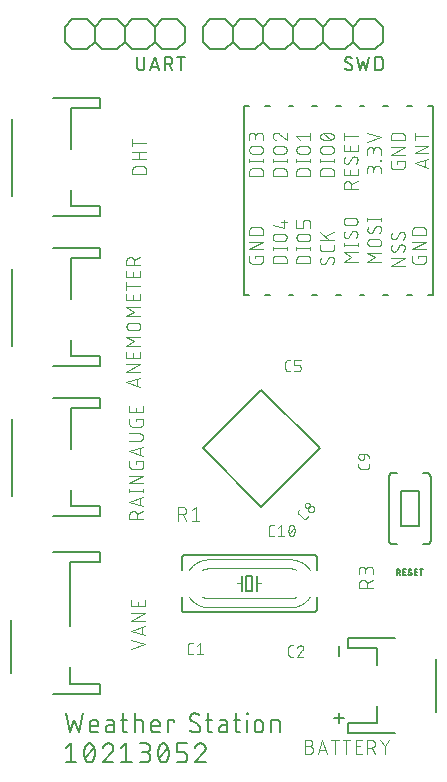
<source format=gbr>
G04 EAGLE Gerber X2 export*
%TF.Part,Single*%
%TF.FileFunction,Legend,Top,1*%
%TF.FilePolarity,Positive*%
%TF.GenerationSoftware,Autodesk,EAGLE,8.6.0*%
%TF.CreationDate,2018-02-12T05:02:09Z*%
G75*
%MOMM*%
%FSLAX34Y34*%
%LPD*%
%AMOC8*
5,1,8,0,0,1.08239X$1,22.5*%
G01*
%ADD10C,0.152400*%
%ADD11C,0.076200*%
%ADD12C,0.050800*%
%ADD13C,0.127000*%
%ADD14C,0.101600*%
%ADD15C,0.203200*%
%ADD16C,0.177800*%


D10*
X59182Y90678D02*
X62794Y74422D01*
X66407Y85259D01*
X70019Y74422D01*
X73632Y90678D01*
X82177Y74422D02*
X86693Y74422D01*
X82177Y74422D02*
X82076Y74424D01*
X81975Y74430D01*
X81874Y74439D01*
X81773Y74452D01*
X81673Y74469D01*
X81574Y74490D01*
X81476Y74514D01*
X81379Y74542D01*
X81282Y74574D01*
X81187Y74609D01*
X81094Y74648D01*
X81002Y74690D01*
X80911Y74736D01*
X80823Y74785D01*
X80736Y74837D01*
X80651Y74893D01*
X80568Y74951D01*
X80488Y75013D01*
X80410Y75078D01*
X80334Y75145D01*
X80261Y75215D01*
X80191Y75288D01*
X80124Y75364D01*
X80059Y75442D01*
X79997Y75522D01*
X79939Y75605D01*
X79883Y75690D01*
X79831Y75777D01*
X79782Y75865D01*
X79736Y75956D01*
X79694Y76048D01*
X79655Y76141D01*
X79620Y76236D01*
X79588Y76333D01*
X79560Y76430D01*
X79536Y76528D01*
X79515Y76627D01*
X79498Y76727D01*
X79485Y76828D01*
X79476Y76929D01*
X79470Y77030D01*
X79468Y77131D01*
X79468Y81647D01*
X79470Y81766D01*
X79476Y81886D01*
X79486Y82005D01*
X79500Y82123D01*
X79517Y82242D01*
X79539Y82359D01*
X79564Y82476D01*
X79594Y82591D01*
X79627Y82706D01*
X79664Y82820D01*
X79704Y82932D01*
X79749Y83043D01*
X79797Y83152D01*
X79848Y83260D01*
X79903Y83366D01*
X79962Y83470D01*
X80024Y83572D01*
X80089Y83672D01*
X80158Y83770D01*
X80230Y83866D01*
X80305Y83959D01*
X80382Y84049D01*
X80463Y84137D01*
X80547Y84222D01*
X80634Y84304D01*
X80723Y84384D01*
X80815Y84460D01*
X80909Y84534D01*
X81006Y84604D01*
X81104Y84671D01*
X81205Y84735D01*
X81309Y84795D01*
X81414Y84852D01*
X81521Y84905D01*
X81629Y84955D01*
X81739Y85001D01*
X81851Y85043D01*
X81964Y85082D01*
X82078Y85117D01*
X82193Y85148D01*
X82310Y85176D01*
X82427Y85199D01*
X82544Y85219D01*
X82663Y85235D01*
X82782Y85247D01*
X82901Y85255D01*
X83020Y85259D01*
X83140Y85259D01*
X83259Y85255D01*
X83378Y85247D01*
X83497Y85235D01*
X83616Y85219D01*
X83733Y85199D01*
X83850Y85176D01*
X83967Y85148D01*
X84082Y85117D01*
X84196Y85082D01*
X84309Y85043D01*
X84421Y85001D01*
X84531Y84955D01*
X84639Y84905D01*
X84746Y84852D01*
X84851Y84795D01*
X84955Y84735D01*
X85056Y84671D01*
X85154Y84604D01*
X85251Y84534D01*
X85345Y84460D01*
X85437Y84384D01*
X85526Y84304D01*
X85613Y84222D01*
X85697Y84137D01*
X85778Y84049D01*
X85855Y83959D01*
X85930Y83866D01*
X86002Y83770D01*
X86071Y83672D01*
X86136Y83572D01*
X86198Y83470D01*
X86257Y83366D01*
X86312Y83260D01*
X86363Y83152D01*
X86411Y83043D01*
X86456Y82932D01*
X86496Y82820D01*
X86533Y82706D01*
X86566Y82591D01*
X86596Y82476D01*
X86621Y82359D01*
X86643Y82242D01*
X86660Y82123D01*
X86674Y82005D01*
X86684Y81886D01*
X86690Y81766D01*
X86692Y81647D01*
X86693Y81647D02*
X86693Y79841D01*
X79468Y79841D01*
X96102Y80744D02*
X100166Y80744D01*
X96102Y80744D02*
X95990Y80742D01*
X95879Y80736D01*
X95768Y80726D01*
X95657Y80713D01*
X95547Y80695D01*
X95438Y80673D01*
X95329Y80648D01*
X95221Y80619D01*
X95115Y80586D01*
X95009Y80549D01*
X94905Y80509D01*
X94803Y80465D01*
X94702Y80417D01*
X94603Y80366D01*
X94505Y80311D01*
X94410Y80253D01*
X94317Y80192D01*
X94226Y80127D01*
X94137Y80059D01*
X94051Y79988D01*
X93968Y79915D01*
X93887Y79838D01*
X93808Y79758D01*
X93733Y79676D01*
X93661Y79591D01*
X93591Y79504D01*
X93525Y79414D01*
X93462Y79322D01*
X93402Y79227D01*
X93346Y79131D01*
X93293Y79033D01*
X93244Y78933D01*
X93198Y78831D01*
X93156Y78728D01*
X93117Y78623D01*
X93082Y78517D01*
X93051Y78410D01*
X93024Y78302D01*
X93000Y78193D01*
X92981Y78083D01*
X92965Y77973D01*
X92953Y77862D01*
X92945Y77750D01*
X92941Y77639D01*
X92941Y77527D01*
X92945Y77416D01*
X92953Y77304D01*
X92965Y77193D01*
X92981Y77083D01*
X93000Y76973D01*
X93024Y76864D01*
X93051Y76756D01*
X93082Y76649D01*
X93117Y76543D01*
X93156Y76438D01*
X93198Y76335D01*
X93244Y76233D01*
X93293Y76133D01*
X93346Y76035D01*
X93402Y75939D01*
X93462Y75844D01*
X93525Y75752D01*
X93591Y75662D01*
X93661Y75575D01*
X93733Y75490D01*
X93808Y75408D01*
X93887Y75328D01*
X93968Y75251D01*
X94051Y75178D01*
X94137Y75107D01*
X94226Y75039D01*
X94317Y74974D01*
X94410Y74913D01*
X94505Y74855D01*
X94603Y74800D01*
X94702Y74749D01*
X94803Y74701D01*
X94905Y74657D01*
X95009Y74617D01*
X95115Y74580D01*
X95221Y74547D01*
X95329Y74518D01*
X95438Y74493D01*
X95547Y74471D01*
X95657Y74453D01*
X95768Y74440D01*
X95879Y74430D01*
X95990Y74424D01*
X96102Y74422D01*
X100166Y74422D01*
X100166Y82550D01*
X100164Y82651D01*
X100158Y82752D01*
X100149Y82853D01*
X100136Y82954D01*
X100119Y83054D01*
X100098Y83153D01*
X100074Y83251D01*
X100046Y83348D01*
X100014Y83445D01*
X99979Y83540D01*
X99940Y83633D01*
X99898Y83725D01*
X99852Y83816D01*
X99803Y83905D01*
X99751Y83991D01*
X99695Y84076D01*
X99637Y84159D01*
X99575Y84239D01*
X99510Y84317D01*
X99443Y84393D01*
X99373Y84466D01*
X99300Y84536D01*
X99224Y84603D01*
X99146Y84668D01*
X99066Y84730D01*
X98983Y84788D01*
X98898Y84844D01*
X98812Y84896D01*
X98723Y84945D01*
X98632Y84991D01*
X98540Y85033D01*
X98447Y85072D01*
X98352Y85107D01*
X98255Y85139D01*
X98158Y85167D01*
X98060Y85191D01*
X97961Y85212D01*
X97861Y85229D01*
X97760Y85242D01*
X97659Y85251D01*
X97558Y85257D01*
X97457Y85259D01*
X93845Y85259D01*
X105786Y85259D02*
X111204Y85259D01*
X107592Y90678D02*
X107592Y77131D01*
X107594Y77030D01*
X107600Y76929D01*
X107609Y76828D01*
X107622Y76727D01*
X107639Y76627D01*
X107660Y76528D01*
X107684Y76430D01*
X107712Y76333D01*
X107744Y76236D01*
X107779Y76141D01*
X107818Y76048D01*
X107860Y75956D01*
X107906Y75865D01*
X107955Y75777D01*
X108007Y75690D01*
X108063Y75605D01*
X108121Y75522D01*
X108183Y75442D01*
X108248Y75364D01*
X108315Y75288D01*
X108385Y75215D01*
X108458Y75145D01*
X108534Y75078D01*
X108612Y75013D01*
X108692Y74951D01*
X108775Y74893D01*
X108860Y74837D01*
X108947Y74785D01*
X109035Y74736D01*
X109126Y74690D01*
X109218Y74648D01*
X109311Y74609D01*
X109406Y74574D01*
X109503Y74542D01*
X109600Y74514D01*
X109698Y74490D01*
X109797Y74469D01*
X109897Y74452D01*
X109998Y74439D01*
X110099Y74430D01*
X110200Y74424D01*
X110301Y74422D01*
X111204Y74422D01*
X117504Y74422D02*
X117504Y90678D01*
X117504Y85259D02*
X122019Y85259D01*
X122123Y85257D01*
X122226Y85251D01*
X122330Y85241D01*
X122433Y85227D01*
X122535Y85209D01*
X122636Y85188D01*
X122737Y85162D01*
X122836Y85133D01*
X122935Y85100D01*
X123032Y85063D01*
X123127Y85022D01*
X123221Y84978D01*
X123313Y84930D01*
X123403Y84879D01*
X123492Y84824D01*
X123578Y84766D01*
X123661Y84704D01*
X123743Y84640D01*
X123821Y84572D01*
X123897Y84502D01*
X123971Y84429D01*
X124041Y84352D01*
X124109Y84274D01*
X124173Y84192D01*
X124235Y84109D01*
X124293Y84023D01*
X124348Y83934D01*
X124399Y83844D01*
X124447Y83752D01*
X124491Y83658D01*
X124532Y83563D01*
X124569Y83466D01*
X124602Y83367D01*
X124631Y83268D01*
X124657Y83167D01*
X124678Y83066D01*
X124696Y82964D01*
X124710Y82861D01*
X124720Y82757D01*
X124726Y82654D01*
X124728Y82550D01*
X124729Y82550D02*
X124729Y74422D01*
X134281Y74422D02*
X138797Y74422D01*
X134281Y74422D02*
X134180Y74424D01*
X134079Y74430D01*
X133978Y74439D01*
X133877Y74452D01*
X133777Y74469D01*
X133678Y74490D01*
X133580Y74514D01*
X133483Y74542D01*
X133386Y74574D01*
X133291Y74609D01*
X133198Y74648D01*
X133106Y74690D01*
X133015Y74736D01*
X132927Y74785D01*
X132840Y74837D01*
X132755Y74893D01*
X132672Y74951D01*
X132592Y75013D01*
X132514Y75078D01*
X132438Y75145D01*
X132365Y75215D01*
X132295Y75288D01*
X132228Y75364D01*
X132163Y75442D01*
X132101Y75522D01*
X132043Y75605D01*
X131987Y75690D01*
X131935Y75777D01*
X131886Y75865D01*
X131840Y75956D01*
X131798Y76048D01*
X131759Y76141D01*
X131724Y76236D01*
X131692Y76333D01*
X131664Y76430D01*
X131640Y76528D01*
X131619Y76627D01*
X131602Y76727D01*
X131589Y76828D01*
X131580Y76929D01*
X131574Y77030D01*
X131572Y77131D01*
X131572Y81647D01*
X131574Y81766D01*
X131580Y81886D01*
X131590Y82005D01*
X131604Y82123D01*
X131621Y82242D01*
X131643Y82359D01*
X131668Y82476D01*
X131698Y82591D01*
X131731Y82706D01*
X131768Y82820D01*
X131808Y82932D01*
X131853Y83043D01*
X131901Y83152D01*
X131952Y83260D01*
X132007Y83366D01*
X132066Y83470D01*
X132128Y83572D01*
X132193Y83672D01*
X132262Y83770D01*
X132334Y83866D01*
X132409Y83959D01*
X132486Y84049D01*
X132567Y84137D01*
X132651Y84222D01*
X132738Y84304D01*
X132827Y84384D01*
X132919Y84460D01*
X133013Y84534D01*
X133110Y84604D01*
X133208Y84671D01*
X133309Y84735D01*
X133413Y84795D01*
X133518Y84852D01*
X133625Y84905D01*
X133733Y84955D01*
X133843Y85001D01*
X133955Y85043D01*
X134068Y85082D01*
X134182Y85117D01*
X134297Y85148D01*
X134414Y85176D01*
X134531Y85199D01*
X134648Y85219D01*
X134767Y85235D01*
X134886Y85247D01*
X135005Y85255D01*
X135124Y85259D01*
X135244Y85259D01*
X135363Y85255D01*
X135482Y85247D01*
X135601Y85235D01*
X135720Y85219D01*
X135837Y85199D01*
X135954Y85176D01*
X136071Y85148D01*
X136186Y85117D01*
X136300Y85082D01*
X136413Y85043D01*
X136525Y85001D01*
X136635Y84955D01*
X136743Y84905D01*
X136850Y84852D01*
X136955Y84795D01*
X137059Y84735D01*
X137160Y84671D01*
X137258Y84604D01*
X137355Y84534D01*
X137449Y84460D01*
X137541Y84384D01*
X137630Y84304D01*
X137717Y84222D01*
X137801Y84137D01*
X137882Y84049D01*
X137959Y83959D01*
X138034Y83866D01*
X138106Y83770D01*
X138175Y83672D01*
X138240Y83572D01*
X138302Y83470D01*
X138361Y83366D01*
X138416Y83260D01*
X138467Y83152D01*
X138515Y83043D01*
X138560Y82932D01*
X138600Y82820D01*
X138637Y82706D01*
X138670Y82591D01*
X138700Y82476D01*
X138725Y82359D01*
X138747Y82242D01*
X138764Y82123D01*
X138778Y82005D01*
X138788Y81886D01*
X138794Y81766D01*
X138796Y81647D01*
X138797Y81647D02*
X138797Y79841D01*
X131572Y79841D01*
X145725Y74422D02*
X145725Y85259D01*
X151143Y85259D01*
X151143Y83453D01*
X169434Y74422D02*
X169552Y74424D01*
X169670Y74430D01*
X169788Y74439D01*
X169905Y74453D01*
X170022Y74470D01*
X170139Y74491D01*
X170254Y74516D01*
X170369Y74545D01*
X170483Y74578D01*
X170595Y74614D01*
X170706Y74654D01*
X170816Y74697D01*
X170925Y74744D01*
X171032Y74794D01*
X171137Y74849D01*
X171240Y74906D01*
X171341Y74967D01*
X171441Y75031D01*
X171538Y75098D01*
X171633Y75168D01*
X171725Y75242D01*
X171816Y75318D01*
X171903Y75398D01*
X171988Y75480D01*
X172070Y75565D01*
X172150Y75652D01*
X172226Y75743D01*
X172300Y75835D01*
X172370Y75930D01*
X172437Y76027D01*
X172501Y76127D01*
X172562Y76228D01*
X172619Y76331D01*
X172674Y76436D01*
X172724Y76543D01*
X172771Y76652D01*
X172814Y76762D01*
X172854Y76873D01*
X172890Y76985D01*
X172923Y77099D01*
X172952Y77214D01*
X172977Y77329D01*
X172998Y77446D01*
X173015Y77563D01*
X173029Y77680D01*
X173038Y77798D01*
X173044Y77916D01*
X173046Y78034D01*
X169434Y74422D02*
X169251Y74424D01*
X169069Y74431D01*
X168887Y74442D01*
X168705Y74457D01*
X168523Y74477D01*
X168342Y74500D01*
X168162Y74529D01*
X167982Y74561D01*
X167803Y74598D01*
X167626Y74639D01*
X167449Y74685D01*
X167273Y74734D01*
X167099Y74788D01*
X166925Y74846D01*
X166754Y74908D01*
X166584Y74974D01*
X166415Y75045D01*
X166248Y75119D01*
X166083Y75197D01*
X165920Y75279D01*
X165759Y75365D01*
X165600Y75455D01*
X165443Y75549D01*
X165289Y75646D01*
X165137Y75747D01*
X164987Y75852D01*
X164840Y75960D01*
X164696Y76071D01*
X164554Y76186D01*
X164415Y76305D01*
X164279Y76427D01*
X164146Y76552D01*
X164016Y76680D01*
X164467Y87066D02*
X164469Y87184D01*
X164475Y87302D01*
X164484Y87420D01*
X164498Y87537D01*
X164515Y87654D01*
X164536Y87771D01*
X164561Y87886D01*
X164590Y88001D01*
X164623Y88115D01*
X164659Y88227D01*
X164699Y88338D01*
X164742Y88448D01*
X164789Y88557D01*
X164839Y88664D01*
X164894Y88769D01*
X164951Y88872D01*
X165012Y88973D01*
X165076Y89073D01*
X165143Y89170D01*
X165213Y89265D01*
X165287Y89357D01*
X165363Y89448D01*
X165443Y89535D01*
X165525Y89620D01*
X165610Y89702D01*
X165697Y89782D01*
X165788Y89858D01*
X165880Y89932D01*
X165975Y90002D01*
X166072Y90069D01*
X166172Y90133D01*
X166273Y90194D01*
X166376Y90252D01*
X166481Y90306D01*
X166588Y90356D01*
X166697Y90403D01*
X166807Y90447D01*
X166918Y90486D01*
X167031Y90522D01*
X167144Y90555D01*
X167259Y90584D01*
X167374Y90609D01*
X167491Y90630D01*
X167608Y90647D01*
X167725Y90661D01*
X167843Y90670D01*
X167961Y90676D01*
X168079Y90678D01*
X168240Y90676D01*
X168402Y90670D01*
X168563Y90661D01*
X168724Y90647D01*
X168884Y90630D01*
X169044Y90609D01*
X169204Y90584D01*
X169363Y90555D01*
X169521Y90523D01*
X169678Y90487D01*
X169834Y90447D01*
X169990Y90403D01*
X170144Y90355D01*
X170297Y90304D01*
X170449Y90250D01*
X170600Y90191D01*
X170749Y90130D01*
X170896Y90064D01*
X171042Y89995D01*
X171187Y89923D01*
X171329Y89847D01*
X171470Y89768D01*
X171609Y89686D01*
X171745Y89600D01*
X171880Y89511D01*
X172013Y89419D01*
X172143Y89323D01*
X166273Y83905D02*
X166172Y83967D01*
X166072Y84032D01*
X165975Y84101D01*
X165880Y84173D01*
X165787Y84247D01*
X165697Y84325D01*
X165609Y84406D01*
X165524Y84489D01*
X165442Y84575D01*
X165363Y84664D01*
X165286Y84755D01*
X165213Y84849D01*
X165142Y84945D01*
X165075Y85043D01*
X165011Y85143D01*
X164950Y85246D01*
X164893Y85350D01*
X164839Y85456D01*
X164789Y85564D01*
X164742Y85673D01*
X164698Y85784D01*
X164658Y85896D01*
X164622Y86010D01*
X164590Y86124D01*
X164561Y86240D01*
X164536Y86356D01*
X164515Y86473D01*
X164498Y86591D01*
X164484Y86709D01*
X164475Y86828D01*
X164469Y86947D01*
X164467Y87066D01*
X171240Y81195D02*
X171341Y81133D01*
X171441Y81068D01*
X171538Y80999D01*
X171633Y80927D01*
X171726Y80853D01*
X171816Y80775D01*
X171904Y80694D01*
X171989Y80611D01*
X172071Y80525D01*
X172150Y80436D01*
X172227Y80345D01*
X172300Y80251D01*
X172371Y80155D01*
X172438Y80057D01*
X172502Y79957D01*
X172563Y79854D01*
X172620Y79750D01*
X172674Y79644D01*
X172724Y79536D01*
X172771Y79427D01*
X172815Y79316D01*
X172855Y79204D01*
X172891Y79090D01*
X172923Y78976D01*
X172952Y78860D01*
X172977Y78744D01*
X172998Y78627D01*
X173015Y78509D01*
X173029Y78391D01*
X173038Y78272D01*
X173044Y78153D01*
X173046Y78034D01*
X171240Y81195D02*
X166273Y83905D01*
X177689Y85259D02*
X183108Y85259D01*
X179495Y90678D02*
X179495Y77131D01*
X179496Y77131D02*
X179498Y77030D01*
X179504Y76929D01*
X179513Y76828D01*
X179526Y76727D01*
X179543Y76627D01*
X179564Y76528D01*
X179588Y76430D01*
X179616Y76333D01*
X179648Y76236D01*
X179683Y76141D01*
X179722Y76048D01*
X179764Y75956D01*
X179810Y75865D01*
X179859Y75777D01*
X179911Y75690D01*
X179967Y75605D01*
X180025Y75522D01*
X180087Y75442D01*
X180152Y75364D01*
X180219Y75288D01*
X180289Y75215D01*
X180362Y75145D01*
X180438Y75078D01*
X180516Y75013D01*
X180596Y74951D01*
X180679Y74893D01*
X180764Y74837D01*
X180851Y74785D01*
X180939Y74736D01*
X181030Y74690D01*
X181122Y74648D01*
X181215Y74609D01*
X181310Y74574D01*
X181407Y74542D01*
X181504Y74514D01*
X181602Y74490D01*
X181701Y74469D01*
X181801Y74452D01*
X181902Y74439D01*
X182003Y74430D01*
X182104Y74424D01*
X182205Y74422D01*
X183108Y74422D01*
X191974Y80744D02*
X196038Y80744D01*
X191974Y80744D02*
X191862Y80742D01*
X191751Y80736D01*
X191640Y80726D01*
X191529Y80713D01*
X191419Y80695D01*
X191310Y80673D01*
X191201Y80648D01*
X191093Y80619D01*
X190987Y80586D01*
X190881Y80549D01*
X190777Y80509D01*
X190675Y80465D01*
X190574Y80417D01*
X190475Y80366D01*
X190377Y80311D01*
X190282Y80253D01*
X190189Y80192D01*
X190098Y80127D01*
X190009Y80059D01*
X189923Y79988D01*
X189840Y79915D01*
X189759Y79838D01*
X189680Y79758D01*
X189605Y79676D01*
X189533Y79591D01*
X189463Y79504D01*
X189397Y79414D01*
X189334Y79322D01*
X189274Y79227D01*
X189218Y79131D01*
X189165Y79033D01*
X189116Y78933D01*
X189070Y78831D01*
X189028Y78728D01*
X188989Y78623D01*
X188954Y78517D01*
X188923Y78410D01*
X188896Y78302D01*
X188872Y78193D01*
X188853Y78083D01*
X188837Y77973D01*
X188825Y77862D01*
X188817Y77750D01*
X188813Y77639D01*
X188813Y77527D01*
X188817Y77416D01*
X188825Y77304D01*
X188837Y77193D01*
X188853Y77083D01*
X188872Y76973D01*
X188896Y76864D01*
X188923Y76756D01*
X188954Y76649D01*
X188989Y76543D01*
X189028Y76438D01*
X189070Y76335D01*
X189116Y76233D01*
X189165Y76133D01*
X189218Y76035D01*
X189274Y75939D01*
X189334Y75844D01*
X189397Y75752D01*
X189463Y75662D01*
X189533Y75575D01*
X189605Y75490D01*
X189680Y75408D01*
X189759Y75328D01*
X189840Y75251D01*
X189923Y75178D01*
X190009Y75107D01*
X190098Y75039D01*
X190189Y74974D01*
X190282Y74913D01*
X190377Y74855D01*
X190475Y74800D01*
X190574Y74749D01*
X190675Y74701D01*
X190777Y74657D01*
X190881Y74617D01*
X190987Y74580D01*
X191093Y74547D01*
X191201Y74518D01*
X191310Y74493D01*
X191419Y74471D01*
X191529Y74453D01*
X191640Y74440D01*
X191751Y74430D01*
X191862Y74424D01*
X191974Y74422D01*
X196038Y74422D01*
X196038Y82550D01*
X196037Y82550D02*
X196035Y82651D01*
X196029Y82752D01*
X196020Y82853D01*
X196007Y82954D01*
X195990Y83054D01*
X195969Y83153D01*
X195945Y83251D01*
X195917Y83348D01*
X195885Y83445D01*
X195850Y83540D01*
X195811Y83633D01*
X195769Y83725D01*
X195723Y83816D01*
X195674Y83905D01*
X195622Y83991D01*
X195566Y84076D01*
X195508Y84159D01*
X195446Y84239D01*
X195381Y84317D01*
X195314Y84393D01*
X195244Y84466D01*
X195171Y84536D01*
X195095Y84603D01*
X195017Y84668D01*
X194937Y84730D01*
X194854Y84788D01*
X194769Y84844D01*
X194683Y84896D01*
X194594Y84945D01*
X194503Y84991D01*
X194411Y85033D01*
X194318Y85072D01*
X194223Y85107D01*
X194126Y85139D01*
X194029Y85167D01*
X193931Y85191D01*
X193832Y85212D01*
X193732Y85229D01*
X193631Y85242D01*
X193530Y85251D01*
X193429Y85257D01*
X193328Y85259D01*
X189716Y85259D01*
X201657Y85259D02*
X207076Y85259D01*
X203463Y90678D02*
X203463Y77131D01*
X203464Y77131D02*
X203466Y77030D01*
X203472Y76929D01*
X203481Y76828D01*
X203494Y76727D01*
X203511Y76627D01*
X203532Y76528D01*
X203556Y76430D01*
X203584Y76333D01*
X203616Y76236D01*
X203651Y76141D01*
X203690Y76048D01*
X203732Y75956D01*
X203778Y75865D01*
X203827Y75777D01*
X203879Y75690D01*
X203935Y75605D01*
X203993Y75522D01*
X204055Y75442D01*
X204120Y75364D01*
X204187Y75288D01*
X204257Y75215D01*
X204330Y75145D01*
X204406Y75078D01*
X204484Y75013D01*
X204564Y74951D01*
X204647Y74893D01*
X204732Y74837D01*
X204819Y74785D01*
X204907Y74736D01*
X204998Y74690D01*
X205090Y74648D01*
X205183Y74609D01*
X205278Y74574D01*
X205375Y74542D01*
X205472Y74514D01*
X205570Y74490D01*
X205669Y74469D01*
X205769Y74452D01*
X205870Y74439D01*
X205971Y74430D01*
X206072Y74424D01*
X206173Y74422D01*
X207076Y74422D01*
X212819Y74422D02*
X212819Y85259D01*
X212368Y89775D02*
X212368Y90678D01*
X213271Y90678D01*
X213271Y89775D01*
X212368Y89775D01*
X219107Y81647D02*
X219107Y78034D01*
X219107Y81647D02*
X219109Y81766D01*
X219115Y81886D01*
X219125Y82005D01*
X219139Y82123D01*
X219156Y82242D01*
X219178Y82359D01*
X219203Y82476D01*
X219233Y82591D01*
X219266Y82706D01*
X219303Y82820D01*
X219343Y82932D01*
X219388Y83043D01*
X219436Y83152D01*
X219487Y83260D01*
X219542Y83366D01*
X219601Y83470D01*
X219663Y83572D01*
X219728Y83672D01*
X219797Y83770D01*
X219869Y83866D01*
X219944Y83959D01*
X220021Y84049D01*
X220102Y84137D01*
X220186Y84222D01*
X220273Y84304D01*
X220362Y84384D01*
X220454Y84460D01*
X220548Y84534D01*
X220645Y84604D01*
X220743Y84671D01*
X220844Y84735D01*
X220948Y84795D01*
X221053Y84852D01*
X221160Y84905D01*
X221268Y84955D01*
X221378Y85001D01*
X221490Y85043D01*
X221603Y85082D01*
X221717Y85117D01*
X221832Y85148D01*
X221949Y85176D01*
X222066Y85199D01*
X222183Y85219D01*
X222302Y85235D01*
X222421Y85247D01*
X222540Y85255D01*
X222659Y85259D01*
X222779Y85259D01*
X222898Y85255D01*
X223017Y85247D01*
X223136Y85235D01*
X223255Y85219D01*
X223372Y85199D01*
X223489Y85176D01*
X223606Y85148D01*
X223721Y85117D01*
X223835Y85082D01*
X223948Y85043D01*
X224060Y85001D01*
X224170Y84955D01*
X224278Y84905D01*
X224385Y84852D01*
X224490Y84795D01*
X224594Y84735D01*
X224695Y84671D01*
X224793Y84604D01*
X224890Y84534D01*
X224984Y84460D01*
X225076Y84384D01*
X225165Y84304D01*
X225252Y84222D01*
X225336Y84137D01*
X225417Y84049D01*
X225494Y83959D01*
X225569Y83866D01*
X225641Y83770D01*
X225710Y83672D01*
X225775Y83572D01*
X225837Y83470D01*
X225896Y83366D01*
X225951Y83260D01*
X226002Y83152D01*
X226050Y83043D01*
X226095Y82932D01*
X226135Y82820D01*
X226172Y82706D01*
X226205Y82591D01*
X226235Y82476D01*
X226260Y82359D01*
X226282Y82242D01*
X226299Y82123D01*
X226313Y82005D01*
X226323Y81886D01*
X226329Y81766D01*
X226331Y81647D01*
X226331Y78034D01*
X226329Y77915D01*
X226323Y77795D01*
X226313Y77676D01*
X226299Y77558D01*
X226282Y77439D01*
X226260Y77322D01*
X226235Y77205D01*
X226205Y77090D01*
X226172Y76975D01*
X226135Y76861D01*
X226095Y76749D01*
X226050Y76638D01*
X226002Y76529D01*
X225951Y76421D01*
X225896Y76315D01*
X225837Y76211D01*
X225775Y76109D01*
X225710Y76009D01*
X225641Y75911D01*
X225569Y75815D01*
X225494Y75722D01*
X225417Y75632D01*
X225336Y75544D01*
X225252Y75459D01*
X225165Y75377D01*
X225076Y75297D01*
X224984Y75221D01*
X224890Y75147D01*
X224793Y75077D01*
X224695Y75010D01*
X224594Y74946D01*
X224490Y74886D01*
X224385Y74829D01*
X224278Y74776D01*
X224170Y74726D01*
X224060Y74680D01*
X223948Y74638D01*
X223835Y74599D01*
X223721Y74564D01*
X223606Y74533D01*
X223489Y74505D01*
X223372Y74482D01*
X223255Y74462D01*
X223136Y74446D01*
X223017Y74434D01*
X222898Y74426D01*
X222779Y74422D01*
X222659Y74422D01*
X222540Y74426D01*
X222421Y74434D01*
X222302Y74446D01*
X222183Y74462D01*
X222066Y74482D01*
X221949Y74505D01*
X221832Y74533D01*
X221717Y74564D01*
X221603Y74599D01*
X221490Y74638D01*
X221378Y74680D01*
X221268Y74726D01*
X221160Y74776D01*
X221053Y74829D01*
X220948Y74886D01*
X220844Y74946D01*
X220743Y75010D01*
X220645Y75077D01*
X220548Y75147D01*
X220454Y75221D01*
X220362Y75297D01*
X220273Y75377D01*
X220186Y75459D01*
X220102Y75544D01*
X220021Y75632D01*
X219944Y75722D01*
X219869Y75815D01*
X219797Y75911D01*
X219728Y76009D01*
X219663Y76109D01*
X219601Y76211D01*
X219542Y76315D01*
X219487Y76421D01*
X219436Y76529D01*
X219388Y76638D01*
X219343Y76749D01*
X219303Y76861D01*
X219266Y76975D01*
X219233Y77090D01*
X219203Y77205D01*
X219178Y77322D01*
X219156Y77439D01*
X219139Y77558D01*
X219125Y77676D01*
X219115Y77795D01*
X219109Y77915D01*
X219107Y78034D01*
X233175Y74422D02*
X233175Y85259D01*
X237690Y85259D01*
X237794Y85257D01*
X237897Y85251D01*
X238001Y85241D01*
X238104Y85227D01*
X238206Y85209D01*
X238307Y85188D01*
X238408Y85162D01*
X238507Y85133D01*
X238606Y85100D01*
X238703Y85063D01*
X238798Y85022D01*
X238892Y84978D01*
X238984Y84930D01*
X239074Y84879D01*
X239163Y84824D01*
X239249Y84766D01*
X239332Y84704D01*
X239414Y84640D01*
X239492Y84572D01*
X239568Y84502D01*
X239642Y84429D01*
X239712Y84352D01*
X239780Y84274D01*
X239844Y84192D01*
X239906Y84109D01*
X239964Y84023D01*
X240019Y83934D01*
X240070Y83844D01*
X240118Y83752D01*
X240162Y83658D01*
X240203Y83563D01*
X240240Y83466D01*
X240273Y83367D01*
X240302Y83268D01*
X240328Y83167D01*
X240349Y83066D01*
X240367Y82964D01*
X240381Y82861D01*
X240391Y82757D01*
X240397Y82654D01*
X240399Y82550D01*
X240400Y82550D02*
X240400Y74422D01*
X63698Y65278D02*
X59182Y61666D01*
X63698Y65278D02*
X63698Y49022D01*
X68213Y49022D02*
X59182Y49022D01*
X74813Y57150D02*
X74817Y57470D01*
X74828Y57789D01*
X74847Y58109D01*
X74874Y58427D01*
X74908Y58745D01*
X74950Y59062D01*
X75000Y59378D01*
X75057Y59693D01*
X75121Y60006D01*
X75193Y60318D01*
X75272Y60628D01*
X75359Y60935D01*
X75453Y61241D01*
X75554Y61544D01*
X75663Y61845D01*
X75778Y62143D01*
X75901Y62439D01*
X76031Y62731D01*
X76168Y63020D01*
X76168Y63021D02*
X76207Y63129D01*
X76250Y63236D01*
X76296Y63341D01*
X76347Y63445D01*
X76400Y63547D01*
X76457Y63647D01*
X76518Y63745D01*
X76582Y63840D01*
X76649Y63934D01*
X76720Y64025D01*
X76793Y64114D01*
X76870Y64200D01*
X76949Y64283D01*
X77031Y64364D01*
X77116Y64442D01*
X77204Y64516D01*
X77294Y64588D01*
X77386Y64656D01*
X77481Y64722D01*
X77578Y64784D01*
X77677Y64842D01*
X77779Y64898D01*
X77881Y64949D01*
X77986Y64997D01*
X78092Y65042D01*
X78200Y65083D01*
X78309Y65120D01*
X78419Y65153D01*
X78531Y65182D01*
X78643Y65208D01*
X78756Y65230D01*
X78870Y65247D01*
X78984Y65261D01*
X79099Y65271D01*
X79214Y65277D01*
X79329Y65279D01*
X79329Y65278D02*
X79444Y65276D01*
X79559Y65270D01*
X79674Y65260D01*
X79788Y65246D01*
X79902Y65229D01*
X80015Y65207D01*
X80127Y65181D01*
X80239Y65152D01*
X80349Y65119D01*
X80458Y65082D01*
X80566Y65041D01*
X80672Y64996D01*
X80777Y64948D01*
X80879Y64897D01*
X80980Y64841D01*
X81080Y64783D01*
X81177Y64721D01*
X81271Y64656D01*
X81364Y64587D01*
X81454Y64515D01*
X81542Y64441D01*
X81627Y64363D01*
X81709Y64282D01*
X81788Y64199D01*
X81865Y64113D01*
X81938Y64024D01*
X82009Y63933D01*
X82076Y63839D01*
X82140Y63744D01*
X82201Y63646D01*
X82258Y63546D01*
X82311Y63444D01*
X82362Y63340D01*
X82408Y63235D01*
X82451Y63128D01*
X82490Y63020D01*
X82489Y63020D02*
X82626Y62731D01*
X82756Y62439D01*
X82879Y62143D01*
X82994Y61845D01*
X83103Y61544D01*
X83204Y61241D01*
X83298Y60935D01*
X83385Y60628D01*
X83464Y60318D01*
X83536Y60006D01*
X83600Y59693D01*
X83657Y59378D01*
X83707Y59062D01*
X83749Y58745D01*
X83783Y58427D01*
X83810Y58109D01*
X83829Y57789D01*
X83840Y57470D01*
X83844Y57150D01*
X74814Y57150D02*
X74818Y56830D01*
X74829Y56511D01*
X74848Y56191D01*
X74875Y55873D01*
X74909Y55555D01*
X74951Y55238D01*
X75001Y54922D01*
X75058Y54607D01*
X75122Y54294D01*
X75194Y53982D01*
X75273Y53672D01*
X75360Y53365D01*
X75454Y53059D01*
X75555Y52756D01*
X75664Y52455D01*
X75779Y52157D01*
X75902Y51861D01*
X76032Y51569D01*
X76169Y51280D01*
X76168Y51280D02*
X76207Y51172D01*
X76250Y51065D01*
X76296Y50960D01*
X76347Y50856D01*
X76400Y50754D01*
X76457Y50654D01*
X76518Y50556D01*
X76582Y50461D01*
X76649Y50367D01*
X76720Y50276D01*
X76793Y50187D01*
X76870Y50101D01*
X76949Y50018D01*
X77031Y49937D01*
X77116Y49859D01*
X77204Y49785D01*
X77294Y49713D01*
X77387Y49644D01*
X77481Y49579D01*
X77578Y49517D01*
X77678Y49459D01*
X77779Y49403D01*
X77881Y49352D01*
X77986Y49304D01*
X78092Y49259D01*
X78200Y49218D01*
X78309Y49181D01*
X78419Y49148D01*
X78531Y49119D01*
X78643Y49093D01*
X78756Y49071D01*
X78870Y49054D01*
X78984Y49040D01*
X79099Y49030D01*
X79214Y49024D01*
X79329Y49022D01*
X82489Y51280D02*
X82626Y51569D01*
X82756Y51861D01*
X82879Y52157D01*
X82994Y52455D01*
X83103Y52756D01*
X83204Y53059D01*
X83298Y53365D01*
X83385Y53672D01*
X83464Y53982D01*
X83536Y54294D01*
X83600Y54607D01*
X83657Y54922D01*
X83707Y55238D01*
X83749Y55555D01*
X83783Y55873D01*
X83810Y56191D01*
X83829Y56511D01*
X83840Y56830D01*
X83844Y57150D01*
X82490Y51280D02*
X82451Y51172D01*
X82408Y51065D01*
X82362Y50960D01*
X82311Y50856D01*
X82258Y50754D01*
X82201Y50654D01*
X82140Y50556D01*
X82076Y50461D01*
X82009Y50367D01*
X81938Y50276D01*
X81865Y50187D01*
X81788Y50101D01*
X81709Y50018D01*
X81627Y49937D01*
X81542Y49859D01*
X81454Y49785D01*
X81364Y49713D01*
X81271Y49644D01*
X81177Y49579D01*
X81080Y49517D01*
X80980Y49459D01*
X80879Y49403D01*
X80776Y49352D01*
X80672Y49304D01*
X80566Y49259D01*
X80458Y49218D01*
X80349Y49181D01*
X80239Y49148D01*
X80127Y49119D01*
X80015Y49093D01*
X79902Y49071D01*
X79788Y49054D01*
X79674Y49040D01*
X79559Y49030D01*
X79444Y49024D01*
X79329Y49022D01*
X75716Y52634D02*
X82941Y61666D01*
X95412Y65278D02*
X95537Y65276D01*
X95662Y65270D01*
X95787Y65261D01*
X95911Y65247D01*
X96035Y65230D01*
X96159Y65209D01*
X96281Y65184D01*
X96403Y65155D01*
X96524Y65123D01*
X96644Y65087D01*
X96763Y65047D01*
X96880Y65004D01*
X96996Y64957D01*
X97111Y64906D01*
X97223Y64852D01*
X97335Y64794D01*
X97444Y64734D01*
X97551Y64669D01*
X97657Y64602D01*
X97760Y64531D01*
X97861Y64457D01*
X97960Y64380D01*
X98056Y64300D01*
X98150Y64217D01*
X98241Y64132D01*
X98330Y64043D01*
X98415Y63952D01*
X98498Y63858D01*
X98578Y63762D01*
X98655Y63663D01*
X98729Y63562D01*
X98800Y63459D01*
X98867Y63353D01*
X98932Y63246D01*
X98992Y63137D01*
X99050Y63025D01*
X99104Y62913D01*
X99155Y62798D01*
X99202Y62682D01*
X99245Y62565D01*
X99285Y62446D01*
X99321Y62326D01*
X99353Y62205D01*
X99382Y62083D01*
X99407Y61961D01*
X99428Y61837D01*
X99445Y61713D01*
X99459Y61589D01*
X99468Y61464D01*
X99474Y61339D01*
X99476Y61214D01*
X95412Y65278D02*
X95269Y65276D01*
X95127Y65270D01*
X94984Y65260D01*
X94842Y65247D01*
X94701Y65229D01*
X94559Y65208D01*
X94419Y65183D01*
X94279Y65154D01*
X94140Y65121D01*
X94002Y65084D01*
X93865Y65044D01*
X93730Y65000D01*
X93595Y64952D01*
X93462Y64900D01*
X93330Y64845D01*
X93200Y64786D01*
X93072Y64724D01*
X92945Y64658D01*
X92820Y64589D01*
X92697Y64517D01*
X92577Y64441D01*
X92458Y64362D01*
X92341Y64279D01*
X92227Y64194D01*
X92115Y64105D01*
X92006Y64014D01*
X91899Y63919D01*
X91794Y63822D01*
X91693Y63721D01*
X91594Y63618D01*
X91498Y63513D01*
X91405Y63404D01*
X91315Y63293D01*
X91228Y63180D01*
X91144Y63065D01*
X91064Y62947D01*
X90986Y62827D01*
X90912Y62705D01*
X90842Y62581D01*
X90774Y62455D01*
X90711Y62327D01*
X90650Y62198D01*
X90593Y62067D01*
X90540Y61935D01*
X90491Y61801D01*
X90445Y61666D01*
X98120Y58053D02*
X98214Y58145D01*
X98304Y58239D01*
X98392Y58336D01*
X98477Y58436D01*
X98559Y58538D01*
X98638Y58643D01*
X98713Y58750D01*
X98785Y58859D01*
X98854Y58970D01*
X98920Y59084D01*
X98982Y59199D01*
X99041Y59316D01*
X99096Y59435D01*
X99147Y59555D01*
X99195Y59677D01*
X99240Y59800D01*
X99280Y59924D01*
X99317Y60050D01*
X99350Y60177D01*
X99379Y60304D01*
X99405Y60433D01*
X99426Y60562D01*
X99444Y60692D01*
X99457Y60822D01*
X99467Y60952D01*
X99473Y61083D01*
X99475Y61214D01*
X98121Y58053D02*
X90444Y49022D01*
X99476Y49022D01*
X106076Y61666D02*
X110591Y65278D01*
X110591Y49022D01*
X106076Y49022D02*
X115107Y49022D01*
X121707Y49022D02*
X126222Y49022D01*
X126355Y49024D01*
X126487Y49030D01*
X126619Y49040D01*
X126751Y49053D01*
X126883Y49071D01*
X127013Y49092D01*
X127144Y49117D01*
X127273Y49146D01*
X127401Y49179D01*
X127529Y49215D01*
X127655Y49255D01*
X127780Y49299D01*
X127904Y49347D01*
X128026Y49398D01*
X128147Y49453D01*
X128266Y49511D01*
X128384Y49573D01*
X128499Y49638D01*
X128613Y49707D01*
X128724Y49778D01*
X128833Y49854D01*
X128940Y49932D01*
X129045Y50013D01*
X129147Y50098D01*
X129247Y50185D01*
X129344Y50275D01*
X129439Y50368D01*
X129530Y50464D01*
X129619Y50562D01*
X129705Y50663D01*
X129788Y50767D01*
X129868Y50873D01*
X129944Y50981D01*
X130018Y51091D01*
X130088Y51204D01*
X130155Y51318D01*
X130218Y51435D01*
X130278Y51553D01*
X130335Y51673D01*
X130388Y51795D01*
X130437Y51918D01*
X130483Y52042D01*
X130525Y52168D01*
X130563Y52295D01*
X130598Y52423D01*
X130629Y52552D01*
X130656Y52681D01*
X130679Y52812D01*
X130699Y52943D01*
X130714Y53075D01*
X130726Y53207D01*
X130734Y53339D01*
X130738Y53472D01*
X130738Y53604D01*
X130734Y53737D01*
X130726Y53869D01*
X130714Y54001D01*
X130699Y54133D01*
X130679Y54264D01*
X130656Y54395D01*
X130629Y54524D01*
X130598Y54653D01*
X130563Y54781D01*
X130525Y54908D01*
X130483Y55034D01*
X130437Y55158D01*
X130388Y55281D01*
X130335Y55403D01*
X130278Y55523D01*
X130218Y55641D01*
X130155Y55758D01*
X130088Y55872D01*
X130018Y55985D01*
X129944Y56095D01*
X129868Y56203D01*
X129788Y56309D01*
X129705Y56413D01*
X129619Y56514D01*
X129530Y56612D01*
X129439Y56708D01*
X129344Y56801D01*
X129247Y56891D01*
X129147Y56978D01*
X129045Y57063D01*
X128940Y57144D01*
X128833Y57222D01*
X128724Y57298D01*
X128613Y57369D01*
X128499Y57438D01*
X128384Y57503D01*
X128266Y57565D01*
X128147Y57623D01*
X128026Y57678D01*
X127904Y57729D01*
X127780Y57777D01*
X127655Y57821D01*
X127529Y57861D01*
X127401Y57897D01*
X127273Y57930D01*
X127144Y57959D01*
X127013Y57984D01*
X126883Y58005D01*
X126751Y58023D01*
X126619Y58036D01*
X126487Y58046D01*
X126355Y58052D01*
X126222Y58054D01*
X127126Y65278D02*
X121707Y65278D01*
X127126Y65278D02*
X127245Y65276D01*
X127365Y65270D01*
X127484Y65260D01*
X127602Y65246D01*
X127721Y65229D01*
X127838Y65207D01*
X127955Y65182D01*
X128070Y65152D01*
X128185Y65119D01*
X128299Y65082D01*
X128411Y65042D01*
X128522Y64997D01*
X128631Y64949D01*
X128739Y64898D01*
X128845Y64843D01*
X128949Y64784D01*
X129051Y64722D01*
X129151Y64657D01*
X129249Y64588D01*
X129345Y64516D01*
X129438Y64441D01*
X129528Y64364D01*
X129616Y64283D01*
X129701Y64199D01*
X129783Y64112D01*
X129863Y64023D01*
X129939Y63931D01*
X130013Y63837D01*
X130083Y63740D01*
X130150Y63642D01*
X130214Y63541D01*
X130274Y63437D01*
X130331Y63332D01*
X130384Y63225D01*
X130434Y63117D01*
X130480Y63007D01*
X130522Y62895D01*
X130561Y62782D01*
X130596Y62668D01*
X130627Y62553D01*
X130655Y62436D01*
X130678Y62319D01*
X130698Y62202D01*
X130714Y62083D01*
X130726Y61964D01*
X130734Y61845D01*
X130738Y61726D01*
X130738Y61606D01*
X130734Y61487D01*
X130726Y61368D01*
X130714Y61249D01*
X130698Y61130D01*
X130678Y61013D01*
X130655Y60896D01*
X130627Y60779D01*
X130596Y60664D01*
X130561Y60550D01*
X130522Y60437D01*
X130480Y60325D01*
X130434Y60215D01*
X130384Y60107D01*
X130331Y60000D01*
X130274Y59895D01*
X130214Y59791D01*
X130150Y59690D01*
X130083Y59592D01*
X130013Y59495D01*
X129939Y59401D01*
X129863Y59309D01*
X129783Y59220D01*
X129701Y59133D01*
X129616Y59049D01*
X129528Y58968D01*
X129438Y58891D01*
X129345Y58816D01*
X129249Y58744D01*
X129151Y58675D01*
X129051Y58610D01*
X128949Y58548D01*
X128845Y58489D01*
X128739Y58434D01*
X128631Y58383D01*
X128522Y58335D01*
X128411Y58290D01*
X128299Y58250D01*
X128185Y58213D01*
X128070Y58180D01*
X127955Y58150D01*
X127838Y58125D01*
X127721Y58103D01*
X127602Y58086D01*
X127484Y58072D01*
X127365Y58062D01*
X127245Y58056D01*
X127126Y58054D01*
X127126Y58053D02*
X123513Y58053D01*
X137338Y57150D02*
X137342Y57470D01*
X137353Y57789D01*
X137372Y58109D01*
X137399Y58427D01*
X137433Y58745D01*
X137475Y59062D01*
X137525Y59378D01*
X137582Y59693D01*
X137646Y60006D01*
X137718Y60318D01*
X137797Y60628D01*
X137884Y60935D01*
X137978Y61241D01*
X138079Y61544D01*
X138188Y61845D01*
X138303Y62143D01*
X138426Y62439D01*
X138556Y62731D01*
X138693Y63020D01*
X138693Y63021D02*
X138732Y63129D01*
X138775Y63236D01*
X138821Y63341D01*
X138872Y63445D01*
X138925Y63547D01*
X138982Y63647D01*
X139043Y63745D01*
X139107Y63840D01*
X139174Y63934D01*
X139245Y64025D01*
X139318Y64114D01*
X139395Y64200D01*
X139474Y64283D01*
X139556Y64364D01*
X139641Y64442D01*
X139729Y64516D01*
X139819Y64588D01*
X139911Y64656D01*
X140006Y64722D01*
X140103Y64784D01*
X140202Y64842D01*
X140304Y64898D01*
X140406Y64949D01*
X140511Y64997D01*
X140617Y65042D01*
X140725Y65083D01*
X140834Y65120D01*
X140944Y65153D01*
X141056Y65182D01*
X141168Y65208D01*
X141281Y65230D01*
X141395Y65247D01*
X141509Y65261D01*
X141624Y65271D01*
X141739Y65277D01*
X141854Y65279D01*
X141854Y65278D02*
X141969Y65276D01*
X142084Y65270D01*
X142199Y65260D01*
X142313Y65246D01*
X142427Y65229D01*
X142540Y65207D01*
X142652Y65181D01*
X142764Y65152D01*
X142874Y65119D01*
X142983Y65082D01*
X143091Y65041D01*
X143197Y64996D01*
X143302Y64948D01*
X143404Y64897D01*
X143505Y64841D01*
X143605Y64783D01*
X143702Y64721D01*
X143796Y64656D01*
X143889Y64587D01*
X143979Y64515D01*
X144067Y64441D01*
X144152Y64363D01*
X144234Y64282D01*
X144313Y64199D01*
X144390Y64113D01*
X144463Y64024D01*
X144534Y63933D01*
X144601Y63839D01*
X144665Y63744D01*
X144726Y63646D01*
X144783Y63546D01*
X144836Y63444D01*
X144887Y63340D01*
X144933Y63235D01*
X144976Y63128D01*
X145015Y63020D01*
X145014Y63020D02*
X145151Y62731D01*
X145281Y62439D01*
X145404Y62143D01*
X145519Y61845D01*
X145628Y61544D01*
X145729Y61241D01*
X145823Y60935D01*
X145910Y60628D01*
X145989Y60318D01*
X146061Y60006D01*
X146125Y59693D01*
X146182Y59378D01*
X146232Y59062D01*
X146274Y58745D01*
X146308Y58427D01*
X146335Y58109D01*
X146354Y57789D01*
X146365Y57470D01*
X146369Y57150D01*
X137338Y57150D02*
X137342Y56830D01*
X137353Y56511D01*
X137372Y56191D01*
X137399Y55873D01*
X137433Y55555D01*
X137475Y55238D01*
X137525Y54922D01*
X137582Y54607D01*
X137646Y54294D01*
X137718Y53982D01*
X137797Y53672D01*
X137884Y53365D01*
X137978Y53059D01*
X138079Y52756D01*
X138188Y52455D01*
X138303Y52157D01*
X138426Y51861D01*
X138556Y51569D01*
X138693Y51280D01*
X138732Y51172D01*
X138775Y51065D01*
X138821Y50960D01*
X138872Y50856D01*
X138925Y50754D01*
X138982Y50654D01*
X139043Y50556D01*
X139107Y50461D01*
X139174Y50367D01*
X139245Y50276D01*
X139318Y50187D01*
X139395Y50101D01*
X139474Y50018D01*
X139556Y49937D01*
X139641Y49859D01*
X139729Y49785D01*
X139819Y49713D01*
X139912Y49644D01*
X140006Y49579D01*
X140103Y49517D01*
X140203Y49459D01*
X140304Y49403D01*
X140406Y49352D01*
X140511Y49304D01*
X140617Y49259D01*
X140725Y49218D01*
X140834Y49181D01*
X140944Y49148D01*
X141056Y49119D01*
X141168Y49093D01*
X141281Y49071D01*
X141395Y49054D01*
X141509Y49040D01*
X141624Y49030D01*
X141739Y49024D01*
X141854Y49022D01*
X145014Y51280D02*
X145151Y51569D01*
X145281Y51861D01*
X145404Y52157D01*
X145519Y52455D01*
X145628Y52756D01*
X145729Y53059D01*
X145823Y53365D01*
X145910Y53672D01*
X145989Y53982D01*
X146061Y54294D01*
X146125Y54607D01*
X146182Y54922D01*
X146232Y55238D01*
X146274Y55555D01*
X146308Y55873D01*
X146335Y56191D01*
X146354Y56511D01*
X146365Y56830D01*
X146369Y57150D01*
X145015Y51280D02*
X144976Y51172D01*
X144933Y51065D01*
X144887Y50960D01*
X144836Y50856D01*
X144783Y50754D01*
X144726Y50654D01*
X144665Y50556D01*
X144601Y50461D01*
X144534Y50367D01*
X144463Y50276D01*
X144390Y50187D01*
X144313Y50101D01*
X144234Y50018D01*
X144152Y49937D01*
X144067Y49859D01*
X143979Y49785D01*
X143889Y49713D01*
X143796Y49644D01*
X143702Y49579D01*
X143605Y49517D01*
X143505Y49459D01*
X143404Y49403D01*
X143301Y49352D01*
X143197Y49304D01*
X143091Y49259D01*
X142983Y49218D01*
X142874Y49181D01*
X142764Y49148D01*
X142652Y49119D01*
X142540Y49093D01*
X142427Y49071D01*
X142313Y49054D01*
X142199Y49040D01*
X142084Y49030D01*
X141969Y49024D01*
X141854Y49022D01*
X138241Y52634D02*
X145466Y61666D01*
X152969Y49022D02*
X158388Y49022D01*
X158506Y49024D01*
X158624Y49030D01*
X158742Y49039D01*
X158859Y49053D01*
X158976Y49070D01*
X159093Y49091D01*
X159208Y49116D01*
X159323Y49145D01*
X159437Y49178D01*
X159549Y49214D01*
X159660Y49254D01*
X159770Y49297D01*
X159879Y49344D01*
X159986Y49394D01*
X160091Y49449D01*
X160194Y49506D01*
X160295Y49567D01*
X160395Y49631D01*
X160492Y49698D01*
X160587Y49768D01*
X160679Y49842D01*
X160770Y49918D01*
X160857Y49998D01*
X160942Y50080D01*
X161024Y50165D01*
X161104Y50252D01*
X161180Y50343D01*
X161254Y50435D01*
X161324Y50530D01*
X161391Y50627D01*
X161455Y50727D01*
X161516Y50828D01*
X161573Y50931D01*
X161628Y51036D01*
X161678Y51143D01*
X161725Y51252D01*
X161768Y51362D01*
X161808Y51473D01*
X161844Y51585D01*
X161877Y51699D01*
X161906Y51814D01*
X161931Y51929D01*
X161952Y52046D01*
X161969Y52163D01*
X161983Y52280D01*
X161992Y52398D01*
X161998Y52516D01*
X162000Y52634D01*
X162000Y54441D01*
X161998Y54559D01*
X161992Y54677D01*
X161983Y54795D01*
X161969Y54912D01*
X161952Y55029D01*
X161931Y55146D01*
X161906Y55261D01*
X161877Y55376D01*
X161844Y55490D01*
X161808Y55602D01*
X161768Y55713D01*
X161725Y55823D01*
X161678Y55932D01*
X161628Y56039D01*
X161573Y56144D01*
X161516Y56247D01*
X161455Y56348D01*
X161391Y56448D01*
X161324Y56545D01*
X161254Y56640D01*
X161180Y56732D01*
X161104Y56823D01*
X161024Y56910D01*
X160942Y56995D01*
X160857Y57077D01*
X160770Y57157D01*
X160679Y57233D01*
X160587Y57307D01*
X160492Y57377D01*
X160395Y57444D01*
X160295Y57508D01*
X160194Y57569D01*
X160091Y57626D01*
X159986Y57681D01*
X159879Y57731D01*
X159770Y57778D01*
X159660Y57821D01*
X159549Y57861D01*
X159437Y57897D01*
X159323Y57930D01*
X159208Y57959D01*
X159093Y57984D01*
X158976Y58005D01*
X158859Y58022D01*
X158742Y58036D01*
X158624Y58045D01*
X158506Y58051D01*
X158388Y58053D01*
X152969Y58053D01*
X152969Y65278D01*
X162000Y65278D01*
X173568Y65278D02*
X173693Y65276D01*
X173818Y65270D01*
X173943Y65261D01*
X174067Y65247D01*
X174191Y65230D01*
X174315Y65209D01*
X174437Y65184D01*
X174559Y65155D01*
X174680Y65123D01*
X174800Y65087D01*
X174919Y65047D01*
X175036Y65004D01*
X175152Y64957D01*
X175267Y64906D01*
X175379Y64852D01*
X175491Y64794D01*
X175600Y64734D01*
X175707Y64669D01*
X175813Y64602D01*
X175916Y64531D01*
X176017Y64457D01*
X176116Y64380D01*
X176212Y64300D01*
X176306Y64217D01*
X176397Y64132D01*
X176486Y64043D01*
X176571Y63952D01*
X176654Y63858D01*
X176734Y63762D01*
X176811Y63663D01*
X176885Y63562D01*
X176956Y63459D01*
X177023Y63353D01*
X177088Y63246D01*
X177148Y63137D01*
X177206Y63025D01*
X177260Y62913D01*
X177311Y62798D01*
X177358Y62682D01*
X177401Y62565D01*
X177441Y62446D01*
X177477Y62326D01*
X177509Y62205D01*
X177538Y62083D01*
X177563Y61961D01*
X177584Y61837D01*
X177601Y61713D01*
X177615Y61589D01*
X177624Y61464D01*
X177630Y61339D01*
X177632Y61214D01*
X173568Y65278D02*
X173425Y65276D01*
X173283Y65270D01*
X173140Y65260D01*
X172998Y65247D01*
X172857Y65229D01*
X172715Y65208D01*
X172575Y65183D01*
X172435Y65154D01*
X172296Y65121D01*
X172158Y65084D01*
X172021Y65044D01*
X171886Y65000D01*
X171751Y64952D01*
X171618Y64900D01*
X171486Y64845D01*
X171356Y64786D01*
X171228Y64724D01*
X171101Y64658D01*
X170976Y64589D01*
X170853Y64517D01*
X170733Y64441D01*
X170614Y64362D01*
X170497Y64279D01*
X170383Y64194D01*
X170271Y64105D01*
X170162Y64014D01*
X170055Y63919D01*
X169950Y63822D01*
X169849Y63721D01*
X169750Y63618D01*
X169654Y63513D01*
X169561Y63404D01*
X169471Y63293D01*
X169384Y63180D01*
X169300Y63065D01*
X169220Y62947D01*
X169142Y62827D01*
X169068Y62705D01*
X168998Y62581D01*
X168930Y62455D01*
X168867Y62327D01*
X168806Y62198D01*
X168749Y62067D01*
X168696Y61935D01*
X168647Y61801D01*
X168601Y61666D01*
X176276Y58053D02*
X176370Y58145D01*
X176460Y58239D01*
X176548Y58336D01*
X176633Y58436D01*
X176715Y58538D01*
X176794Y58643D01*
X176869Y58750D01*
X176941Y58859D01*
X177010Y58970D01*
X177076Y59084D01*
X177138Y59199D01*
X177197Y59316D01*
X177252Y59435D01*
X177303Y59555D01*
X177351Y59677D01*
X177396Y59800D01*
X177436Y59924D01*
X177473Y60050D01*
X177506Y60177D01*
X177535Y60304D01*
X177561Y60433D01*
X177582Y60562D01*
X177600Y60692D01*
X177613Y60822D01*
X177623Y60952D01*
X177629Y61083D01*
X177631Y61214D01*
X176277Y58053D02*
X168601Y49022D01*
X177632Y49022D01*
D11*
X166537Y140475D02*
X164449Y140475D01*
X164360Y140477D01*
X164272Y140483D01*
X164184Y140492D01*
X164096Y140505D01*
X164009Y140522D01*
X163923Y140542D01*
X163838Y140567D01*
X163753Y140594D01*
X163670Y140626D01*
X163589Y140660D01*
X163509Y140699D01*
X163431Y140740D01*
X163354Y140785D01*
X163280Y140833D01*
X163207Y140884D01*
X163137Y140938D01*
X163070Y140996D01*
X163004Y141056D01*
X162942Y141118D01*
X162882Y141184D01*
X162824Y141251D01*
X162770Y141321D01*
X162719Y141394D01*
X162671Y141468D01*
X162626Y141545D01*
X162585Y141623D01*
X162546Y141703D01*
X162512Y141784D01*
X162480Y141867D01*
X162453Y141952D01*
X162428Y142037D01*
X162408Y142123D01*
X162391Y142210D01*
X162378Y142298D01*
X162369Y142386D01*
X162363Y142474D01*
X162361Y142563D01*
X162360Y142563D02*
X162360Y147785D01*
X162361Y147785D02*
X162363Y147876D01*
X162369Y147967D01*
X162379Y148058D01*
X162393Y148148D01*
X162410Y148237D01*
X162432Y148325D01*
X162458Y148413D01*
X162487Y148499D01*
X162520Y148584D01*
X162557Y148667D01*
X162597Y148749D01*
X162641Y148829D01*
X162688Y148907D01*
X162739Y148983D01*
X162792Y149056D01*
X162849Y149127D01*
X162910Y149196D01*
X162973Y149261D01*
X163038Y149324D01*
X163107Y149384D01*
X163178Y149442D01*
X163251Y149495D01*
X163327Y149546D01*
X163405Y149593D01*
X163485Y149637D01*
X163567Y149677D01*
X163650Y149714D01*
X163735Y149747D01*
X163821Y149776D01*
X163909Y149802D01*
X163997Y149824D01*
X164086Y149841D01*
X164176Y149855D01*
X164267Y149865D01*
X164358Y149871D01*
X164449Y149873D01*
X166537Y149873D01*
X170006Y147785D02*
X172616Y149873D01*
X172616Y140475D01*
X170006Y140475D02*
X175227Y140475D01*
X249517Y138671D02*
X251606Y138671D01*
X249517Y138671D02*
X249428Y138673D01*
X249340Y138679D01*
X249252Y138688D01*
X249164Y138701D01*
X249077Y138718D01*
X248991Y138738D01*
X248906Y138763D01*
X248821Y138790D01*
X248738Y138822D01*
X248657Y138856D01*
X248577Y138895D01*
X248499Y138936D01*
X248422Y138981D01*
X248348Y139029D01*
X248275Y139080D01*
X248205Y139134D01*
X248138Y139192D01*
X248072Y139252D01*
X248010Y139314D01*
X247950Y139380D01*
X247892Y139447D01*
X247838Y139517D01*
X247787Y139590D01*
X247739Y139664D01*
X247694Y139741D01*
X247653Y139819D01*
X247614Y139899D01*
X247580Y139980D01*
X247548Y140063D01*
X247521Y140148D01*
X247496Y140233D01*
X247476Y140319D01*
X247459Y140406D01*
X247446Y140494D01*
X247437Y140582D01*
X247431Y140670D01*
X247429Y140759D01*
X247429Y145981D01*
X247431Y146072D01*
X247437Y146163D01*
X247447Y146254D01*
X247461Y146344D01*
X247478Y146433D01*
X247500Y146521D01*
X247526Y146609D01*
X247555Y146695D01*
X247588Y146780D01*
X247625Y146863D01*
X247665Y146945D01*
X247709Y147025D01*
X247756Y147103D01*
X247807Y147179D01*
X247860Y147252D01*
X247917Y147323D01*
X247978Y147392D01*
X248041Y147457D01*
X248106Y147520D01*
X248175Y147580D01*
X248246Y147638D01*
X248319Y147691D01*
X248395Y147742D01*
X248473Y147789D01*
X248553Y147833D01*
X248635Y147873D01*
X248718Y147910D01*
X248803Y147943D01*
X248889Y147972D01*
X248977Y147998D01*
X249065Y148020D01*
X249154Y148037D01*
X249244Y148051D01*
X249335Y148061D01*
X249426Y148067D01*
X249517Y148069D01*
X251606Y148069D01*
X257946Y148070D02*
X258041Y148068D01*
X258135Y148062D01*
X258229Y148053D01*
X258323Y148040D01*
X258416Y148023D01*
X258508Y148002D01*
X258600Y147977D01*
X258690Y147949D01*
X258779Y147917D01*
X258867Y147882D01*
X258953Y147843D01*
X259038Y147801D01*
X259121Y147755D01*
X259202Y147706D01*
X259281Y147654D01*
X259358Y147599D01*
X259432Y147540D01*
X259504Y147479D01*
X259574Y147415D01*
X259641Y147348D01*
X259705Y147278D01*
X259766Y147206D01*
X259825Y147132D01*
X259880Y147055D01*
X259932Y146976D01*
X259981Y146895D01*
X260027Y146812D01*
X260069Y146727D01*
X260108Y146641D01*
X260143Y146553D01*
X260175Y146464D01*
X260203Y146374D01*
X260228Y146282D01*
X260249Y146190D01*
X260266Y146097D01*
X260279Y146003D01*
X260288Y145909D01*
X260294Y145815D01*
X260296Y145720D01*
X257946Y148069D02*
X257838Y148067D01*
X257729Y148061D01*
X257621Y148051D01*
X257514Y148038D01*
X257407Y148020D01*
X257300Y147999D01*
X257195Y147974D01*
X257090Y147945D01*
X256987Y147913D01*
X256885Y147876D01*
X256784Y147836D01*
X256685Y147793D01*
X256587Y147746D01*
X256491Y147695D01*
X256397Y147641D01*
X256305Y147584D01*
X256215Y147523D01*
X256127Y147459D01*
X256042Y147393D01*
X255959Y147323D01*
X255879Y147250D01*
X255801Y147174D01*
X255726Y147096D01*
X255654Y147015D01*
X255585Y146931D01*
X255519Y146845D01*
X255456Y146757D01*
X255397Y146666D01*
X255340Y146574D01*
X255287Y146479D01*
X255238Y146383D01*
X255192Y146284D01*
X255149Y146185D01*
X255110Y146083D01*
X255075Y145981D01*
X259513Y143892D02*
X259582Y143961D01*
X259648Y144032D01*
X259712Y144105D01*
X259773Y144181D01*
X259831Y144260D01*
X259885Y144340D01*
X259937Y144423D01*
X259985Y144507D01*
X260031Y144593D01*
X260072Y144681D01*
X260111Y144771D01*
X260146Y144862D01*
X260177Y144954D01*
X260205Y145047D01*
X260229Y145141D01*
X260249Y145236D01*
X260266Y145332D01*
X260279Y145429D01*
X260288Y145526D01*
X260294Y145623D01*
X260296Y145720D01*
X259513Y143892D02*
X255075Y138671D01*
X260296Y138671D01*
D12*
X248920Y180339D02*
X249414Y180345D01*
X249908Y180363D01*
X250402Y180393D01*
X250895Y180435D01*
X251386Y180489D01*
X251876Y180555D01*
X252365Y180633D01*
X252851Y180723D01*
X253335Y180825D01*
X253816Y180938D01*
X254295Y181063D01*
X254770Y181199D01*
X255242Y181348D01*
X255710Y181507D01*
X256174Y181678D01*
X256633Y181860D01*
X257089Y182053D01*
X257539Y182258D01*
X257984Y182473D01*
X258424Y182699D01*
X258858Y182936D01*
X259286Y183183D01*
X259709Y183440D01*
X260124Y183708D01*
X260534Y183985D01*
X260936Y184273D01*
X261331Y184570D01*
X261719Y184877D01*
X262099Y185193D01*
X262472Y185518D01*
X262836Y185853D01*
X263192Y186196D01*
X263540Y186547D01*
X263879Y186907D01*
X264209Y187275D01*
X264530Y187651D01*
X264842Y188035D01*
X265145Y188426D01*
X265438Y188825D01*
X265721Y189230D01*
D10*
X271780Y189230D02*
X271780Y179070D01*
D12*
X180340Y180340D02*
X179846Y180346D01*
X179352Y180364D01*
X178858Y180394D01*
X178366Y180436D01*
X177874Y180490D01*
X177384Y180556D01*
X176896Y180634D01*
X176409Y180724D01*
X175926Y180825D01*
X175444Y180939D01*
X174966Y181064D01*
X174491Y181200D01*
X174019Y181348D01*
X173551Y181508D01*
X173087Y181679D01*
X172627Y181861D01*
X172172Y182054D01*
X171721Y182258D01*
X171276Y182473D01*
X170836Y182699D01*
X170402Y182936D01*
X169974Y183183D01*
X169552Y183440D01*
X169136Y183708D01*
X168727Y183986D01*
X168324Y184273D01*
X167929Y184570D01*
X167541Y184877D01*
X167161Y185193D01*
X166789Y185519D01*
X166424Y185853D01*
X166068Y186196D01*
X165720Y186547D01*
X165381Y186907D01*
X165051Y187275D01*
X164730Y187651D01*
X164418Y188035D01*
X164115Y188426D01*
X163823Y188825D01*
X163539Y189230D01*
D10*
X157480Y189230D02*
X157480Y179070D01*
D12*
X180340Y213360D02*
X248920Y213360D01*
X248920Y220980D02*
X180340Y220980D01*
X180340Y187960D02*
X248920Y187960D01*
D10*
X269240Y224790D02*
X160020Y224790D01*
X159920Y224788D01*
X159821Y224782D01*
X159721Y224772D01*
X159623Y224759D01*
X159524Y224741D01*
X159427Y224720D01*
X159331Y224695D01*
X159235Y224666D01*
X159141Y224633D01*
X159048Y224597D01*
X158957Y224557D01*
X158867Y224513D01*
X158779Y224466D01*
X158693Y224416D01*
X158609Y224362D01*
X158527Y224305D01*
X158448Y224245D01*
X158370Y224181D01*
X158296Y224115D01*
X158224Y224046D01*
X158155Y223974D01*
X158089Y223900D01*
X158025Y223822D01*
X157965Y223743D01*
X157908Y223661D01*
X157854Y223577D01*
X157804Y223491D01*
X157757Y223403D01*
X157713Y223313D01*
X157673Y223222D01*
X157637Y223129D01*
X157604Y223035D01*
X157575Y222939D01*
X157550Y222843D01*
X157529Y222746D01*
X157511Y222647D01*
X157498Y222549D01*
X157488Y222449D01*
X157482Y222350D01*
X157480Y222250D01*
X157480Y212090D01*
D12*
X174804Y212090D02*
X175077Y212218D01*
X175353Y212340D01*
X175632Y212455D01*
X175913Y212563D01*
X176197Y212665D01*
X176483Y212760D01*
X176771Y212848D01*
X177061Y212930D01*
X177354Y213004D01*
X177647Y213071D01*
X177943Y213132D01*
X178239Y213185D01*
X178537Y213231D01*
X178836Y213271D01*
X179136Y213303D01*
X179437Y213328D01*
X179737Y213346D01*
X180039Y213356D01*
X180340Y213360D01*
X174804Y189230D02*
X175077Y189102D01*
X175353Y188980D01*
X175632Y188865D01*
X175913Y188757D01*
X176197Y188655D01*
X176483Y188560D01*
X176771Y188472D01*
X177061Y188390D01*
X177354Y188316D01*
X177647Y188249D01*
X177943Y188188D01*
X178239Y188135D01*
X178537Y188089D01*
X178836Y188049D01*
X179136Y188017D01*
X179437Y187992D01*
X179737Y187974D01*
X180039Y187964D01*
X180340Y187960D01*
X163540Y212089D02*
X163823Y212494D01*
X164116Y212893D01*
X164418Y213284D01*
X164730Y213668D01*
X165051Y214044D01*
X165381Y214412D01*
X165720Y214772D01*
X166068Y215123D01*
X166424Y215466D01*
X166789Y215801D01*
X167161Y216126D01*
X167541Y216442D01*
X167929Y216749D01*
X168324Y217046D01*
X168727Y217334D01*
X169136Y217611D01*
X169551Y217879D01*
X169974Y218136D01*
X170402Y218383D01*
X170836Y218620D01*
X171276Y218846D01*
X171721Y219061D01*
X172171Y219265D01*
X172627Y219459D01*
X173086Y219641D01*
X173550Y219812D01*
X174018Y219971D01*
X174490Y220119D01*
X174965Y220256D01*
X175444Y220381D01*
X175925Y220494D01*
X176409Y220596D01*
X176895Y220686D01*
X177383Y220764D01*
X177873Y220830D01*
X178365Y220884D01*
X178858Y220926D01*
X179351Y220956D01*
X179845Y220974D01*
X180340Y220980D01*
X248920Y220980D02*
X249414Y220974D01*
X249908Y220956D01*
X250402Y220926D01*
X250894Y220884D01*
X251386Y220830D01*
X251876Y220764D01*
X252364Y220686D01*
X252851Y220596D01*
X253334Y220495D01*
X253816Y220381D01*
X254294Y220256D01*
X254769Y220120D01*
X255241Y219972D01*
X255709Y219812D01*
X256173Y219641D01*
X256633Y219459D01*
X257088Y219266D01*
X257539Y219062D01*
X257984Y218847D01*
X258424Y218621D01*
X258858Y218384D01*
X259286Y218137D01*
X259708Y217880D01*
X260124Y217612D01*
X260533Y217334D01*
X260936Y217047D01*
X261331Y216750D01*
X261719Y216443D01*
X262099Y216127D01*
X262471Y215801D01*
X262836Y215467D01*
X263192Y215124D01*
X263540Y214773D01*
X263879Y214413D01*
X264209Y214045D01*
X264530Y213669D01*
X264842Y213285D01*
X265145Y212894D01*
X265437Y212495D01*
X265721Y212090D01*
X254456Y212090D02*
X254183Y212218D01*
X253907Y212340D01*
X253628Y212455D01*
X253347Y212563D01*
X253063Y212665D01*
X252777Y212760D01*
X252489Y212848D01*
X252199Y212930D01*
X251906Y213004D01*
X251613Y213071D01*
X251317Y213132D01*
X251021Y213185D01*
X250723Y213231D01*
X250424Y213271D01*
X250124Y213303D01*
X249823Y213328D01*
X249523Y213346D01*
X249221Y213356D01*
X248920Y213360D01*
X254456Y189230D02*
X254183Y189102D01*
X253907Y188980D01*
X253628Y188865D01*
X253347Y188757D01*
X253063Y188655D01*
X252777Y188560D01*
X252489Y188472D01*
X252199Y188390D01*
X251906Y188316D01*
X251613Y188249D01*
X251317Y188188D01*
X251021Y188135D01*
X250723Y188089D01*
X250424Y188049D01*
X250124Y188017D01*
X249823Y187992D01*
X249523Y187974D01*
X249221Y187964D01*
X248920Y187960D01*
D10*
X271780Y212090D02*
X271780Y222250D01*
X271778Y222350D01*
X271772Y222449D01*
X271762Y222549D01*
X271749Y222647D01*
X271731Y222746D01*
X271710Y222843D01*
X271685Y222939D01*
X271656Y223035D01*
X271623Y223129D01*
X271587Y223222D01*
X271547Y223313D01*
X271503Y223403D01*
X271456Y223491D01*
X271406Y223577D01*
X271352Y223661D01*
X271295Y223743D01*
X271235Y223822D01*
X271171Y223900D01*
X271105Y223974D01*
X271036Y224046D01*
X270964Y224115D01*
X270890Y224181D01*
X270812Y224245D01*
X270733Y224305D01*
X270651Y224362D01*
X270567Y224416D01*
X270481Y224466D01*
X270393Y224513D01*
X270303Y224557D01*
X270212Y224597D01*
X270119Y224633D01*
X270025Y224666D01*
X269929Y224695D01*
X269833Y224720D01*
X269736Y224741D01*
X269637Y224759D01*
X269539Y224772D01*
X269439Y224782D01*
X269340Y224788D01*
X269240Y224790D01*
D12*
X248920Y180340D02*
X180340Y180340D01*
D10*
X160020Y176530D02*
X269240Y176530D01*
X160020Y176530D02*
X159920Y176532D01*
X159821Y176538D01*
X159721Y176548D01*
X159623Y176561D01*
X159524Y176579D01*
X159427Y176600D01*
X159331Y176625D01*
X159235Y176654D01*
X159141Y176687D01*
X159048Y176723D01*
X158957Y176763D01*
X158867Y176807D01*
X158779Y176854D01*
X158693Y176904D01*
X158609Y176958D01*
X158527Y177015D01*
X158448Y177075D01*
X158370Y177139D01*
X158296Y177205D01*
X158224Y177274D01*
X158155Y177346D01*
X158089Y177420D01*
X158025Y177498D01*
X157965Y177577D01*
X157908Y177659D01*
X157854Y177743D01*
X157804Y177829D01*
X157757Y177917D01*
X157713Y178007D01*
X157673Y178098D01*
X157637Y178191D01*
X157604Y178285D01*
X157575Y178381D01*
X157550Y178477D01*
X157529Y178574D01*
X157511Y178673D01*
X157498Y178771D01*
X157488Y178871D01*
X157482Y178970D01*
X157480Y179070D01*
X269240Y176530D02*
X269340Y176532D01*
X269439Y176538D01*
X269539Y176548D01*
X269637Y176561D01*
X269736Y176579D01*
X269833Y176600D01*
X269929Y176625D01*
X270025Y176654D01*
X270119Y176687D01*
X270212Y176723D01*
X270303Y176763D01*
X270393Y176807D01*
X270481Y176854D01*
X270567Y176904D01*
X270651Y176958D01*
X270733Y177015D01*
X270812Y177075D01*
X270890Y177139D01*
X270964Y177205D01*
X271036Y177274D01*
X271105Y177346D01*
X271171Y177420D01*
X271235Y177498D01*
X271295Y177577D01*
X271352Y177659D01*
X271406Y177743D01*
X271456Y177829D01*
X271503Y177917D01*
X271547Y178007D01*
X271587Y178098D01*
X271623Y178191D01*
X271656Y178285D01*
X271685Y178381D01*
X271710Y178477D01*
X271731Y178574D01*
X271749Y178673D01*
X271762Y178771D01*
X271772Y178871D01*
X271778Y178970D01*
X271780Y179070D01*
X217170Y194310D02*
X217170Y207010D01*
X212090Y207010D01*
X212090Y194310D01*
X217170Y194310D01*
X220980Y194310D02*
X220980Y200660D01*
X220980Y207010D01*
D12*
X220980Y200660D02*
X224790Y200660D01*
D10*
X208280Y200660D02*
X208280Y194310D01*
X208280Y200660D02*
X208280Y207010D01*
D12*
X208280Y200660D02*
X204470Y200660D01*
D13*
X210010Y444779D02*
X210010Y604779D01*
X370010Y604779D02*
X370010Y444779D01*
X252010Y604779D02*
X248010Y604779D01*
X232010Y604779D02*
X228010Y604779D01*
X214010Y604779D02*
X210010Y604779D01*
X210010Y444779D02*
X214010Y444779D01*
X268010Y604779D02*
X272010Y604779D01*
X288010Y604779D02*
X292010Y604779D01*
X308010Y604779D02*
X312010Y604779D01*
X328010Y604779D02*
X332010Y604779D01*
X348010Y604779D02*
X352010Y604779D01*
X366010Y604779D02*
X370010Y604779D01*
X370010Y444779D02*
X366010Y444779D01*
X352010Y444779D02*
X348010Y444779D01*
X332010Y444779D02*
X328010Y444779D01*
X312010Y444779D02*
X308010Y444779D01*
X292010Y444779D02*
X288010Y444779D01*
X272010Y444779D02*
X268010Y444779D01*
X252010Y444779D02*
X248010Y444779D01*
X232010Y444779D02*
X228010Y444779D01*
D14*
X354518Y556166D02*
X366202Y552271D01*
X366202Y560061D02*
X354518Y556166D01*
X363281Y559087D02*
X363281Y553245D01*
X366202Y564731D02*
X354518Y564731D01*
X366202Y571222D01*
X354518Y571222D01*
X354518Y579026D02*
X366202Y579026D01*
X354518Y575780D02*
X354518Y582271D01*
X339711Y557887D02*
X339711Y555940D01*
X339711Y557887D02*
X346202Y557887D01*
X346202Y553993D01*
X346200Y553894D01*
X346194Y553794D01*
X346185Y553695D01*
X346172Y553597D01*
X346155Y553499D01*
X346134Y553401D01*
X346109Y553305D01*
X346081Y553210D01*
X346049Y553116D01*
X346014Y553023D01*
X345975Y552931D01*
X345932Y552841D01*
X345887Y552753D01*
X345837Y552666D01*
X345785Y552582D01*
X345729Y552499D01*
X345671Y552419D01*
X345609Y552341D01*
X345544Y552266D01*
X345476Y552193D01*
X345406Y552123D01*
X345333Y552055D01*
X345258Y551990D01*
X345180Y551928D01*
X345100Y551870D01*
X345017Y551814D01*
X344933Y551762D01*
X344846Y551712D01*
X344758Y551667D01*
X344668Y551624D01*
X344576Y551585D01*
X344483Y551550D01*
X344389Y551518D01*
X344294Y551490D01*
X344198Y551465D01*
X344100Y551444D01*
X344002Y551427D01*
X343904Y551414D01*
X343805Y551405D01*
X343705Y551399D01*
X343606Y551397D01*
X343606Y551396D02*
X337114Y551396D01*
X337015Y551398D01*
X336915Y551404D01*
X336816Y551413D01*
X336718Y551426D01*
X336620Y551444D01*
X336522Y551464D01*
X336426Y551489D01*
X336330Y551517D01*
X336236Y551549D01*
X336143Y551584D01*
X336052Y551623D01*
X335962Y551666D01*
X335873Y551711D01*
X335787Y551761D01*
X335702Y551813D01*
X335620Y551869D01*
X335540Y551928D01*
X335462Y551989D01*
X335386Y552054D01*
X335313Y552122D01*
X335243Y552192D01*
X335175Y552265D01*
X335110Y552341D01*
X335049Y552419D01*
X334990Y552499D01*
X334934Y552581D01*
X334882Y552666D01*
X334833Y552752D01*
X334787Y552841D01*
X334744Y552931D01*
X334705Y553022D01*
X334670Y553115D01*
X334638Y553209D01*
X334610Y553305D01*
X334585Y553401D01*
X334565Y553499D01*
X334547Y553597D01*
X334534Y553695D01*
X334525Y553794D01*
X334519Y553893D01*
X334517Y553993D01*
X334518Y553993D02*
X334518Y557887D01*
X334518Y563588D02*
X346202Y563588D01*
X346202Y570079D02*
X334518Y563588D01*
X334518Y570079D02*
X346202Y570079D01*
X346202Y575780D02*
X334518Y575780D01*
X334518Y579026D01*
X334520Y579139D01*
X334526Y579252D01*
X334536Y579365D01*
X334550Y579478D01*
X334567Y579590D01*
X334589Y579701D01*
X334614Y579811D01*
X334644Y579921D01*
X334677Y580029D01*
X334714Y580136D01*
X334754Y580242D01*
X334799Y580346D01*
X334847Y580449D01*
X334898Y580550D01*
X334953Y580649D01*
X335011Y580746D01*
X335073Y580841D01*
X335138Y580934D01*
X335206Y581024D01*
X335277Y581112D01*
X335352Y581198D01*
X335429Y581281D01*
X335509Y581361D01*
X335592Y581438D01*
X335678Y581513D01*
X335766Y581584D01*
X335856Y581652D01*
X335949Y581717D01*
X336044Y581779D01*
X336141Y581837D01*
X336240Y581892D01*
X336341Y581943D01*
X336444Y581991D01*
X336548Y582036D01*
X336654Y582076D01*
X336761Y582113D01*
X336869Y582146D01*
X336979Y582176D01*
X337089Y582201D01*
X337200Y582223D01*
X337312Y582240D01*
X337425Y582254D01*
X337538Y582264D01*
X337651Y582270D01*
X337764Y582272D01*
X337764Y582271D02*
X342956Y582271D01*
X342956Y582272D02*
X343069Y582270D01*
X343182Y582264D01*
X343295Y582254D01*
X343408Y582240D01*
X343520Y582223D01*
X343631Y582201D01*
X343741Y582176D01*
X343851Y582146D01*
X343959Y582113D01*
X344066Y582076D01*
X344172Y582036D01*
X344276Y581991D01*
X344379Y581943D01*
X344480Y581892D01*
X344579Y581837D01*
X344676Y581779D01*
X344771Y581717D01*
X344864Y581652D01*
X344954Y581584D01*
X345042Y581513D01*
X345128Y581438D01*
X345211Y581361D01*
X345291Y581281D01*
X345368Y581198D01*
X345443Y581112D01*
X345514Y581024D01*
X345582Y580934D01*
X345647Y580841D01*
X345709Y580746D01*
X345767Y580649D01*
X345822Y580550D01*
X345873Y580449D01*
X345921Y580346D01*
X345966Y580242D01*
X346006Y580136D01*
X346043Y580029D01*
X346076Y579921D01*
X346106Y579811D01*
X346131Y579701D01*
X346153Y579590D01*
X346170Y579478D01*
X346184Y579365D01*
X346194Y579252D01*
X346200Y579139D01*
X346202Y579026D01*
X346202Y575780D01*
X326202Y550945D02*
X326202Y547699D01*
X326202Y550945D02*
X326200Y551058D01*
X326194Y551171D01*
X326184Y551284D01*
X326170Y551397D01*
X326153Y551509D01*
X326131Y551620D01*
X326106Y551730D01*
X326076Y551840D01*
X326043Y551948D01*
X326006Y552055D01*
X325966Y552161D01*
X325921Y552265D01*
X325873Y552368D01*
X325822Y552469D01*
X325767Y552568D01*
X325709Y552665D01*
X325647Y552760D01*
X325582Y552853D01*
X325514Y552943D01*
X325443Y553031D01*
X325368Y553117D01*
X325291Y553200D01*
X325211Y553280D01*
X325128Y553357D01*
X325042Y553432D01*
X324954Y553503D01*
X324864Y553571D01*
X324771Y553636D01*
X324676Y553698D01*
X324579Y553756D01*
X324480Y553811D01*
X324379Y553862D01*
X324276Y553910D01*
X324172Y553955D01*
X324066Y553995D01*
X323959Y554032D01*
X323851Y554065D01*
X323741Y554095D01*
X323631Y554120D01*
X323520Y554142D01*
X323408Y554159D01*
X323295Y554173D01*
X323182Y554183D01*
X323069Y554189D01*
X322956Y554191D01*
X322843Y554189D01*
X322730Y554183D01*
X322617Y554173D01*
X322504Y554159D01*
X322392Y554142D01*
X322281Y554120D01*
X322171Y554095D01*
X322061Y554065D01*
X321953Y554032D01*
X321846Y553995D01*
X321740Y553955D01*
X321636Y553910D01*
X321533Y553862D01*
X321432Y553811D01*
X321333Y553756D01*
X321236Y553698D01*
X321141Y553636D01*
X321048Y553571D01*
X320958Y553503D01*
X320870Y553432D01*
X320784Y553357D01*
X320701Y553280D01*
X320621Y553200D01*
X320544Y553117D01*
X320469Y553031D01*
X320398Y552943D01*
X320330Y552853D01*
X320265Y552760D01*
X320203Y552665D01*
X320145Y552568D01*
X320090Y552469D01*
X320039Y552368D01*
X319991Y552265D01*
X319946Y552161D01*
X319906Y552055D01*
X319869Y551948D01*
X319836Y551840D01*
X319806Y551730D01*
X319781Y551620D01*
X319759Y551509D01*
X319742Y551397D01*
X319728Y551284D01*
X319718Y551171D01*
X319712Y551058D01*
X319710Y550945D01*
X314518Y551594D02*
X314518Y547699D01*
X314518Y551594D02*
X314520Y551695D01*
X314526Y551795D01*
X314536Y551895D01*
X314549Y551995D01*
X314567Y552094D01*
X314588Y552193D01*
X314613Y552290D01*
X314642Y552387D01*
X314675Y552482D01*
X314711Y552576D01*
X314751Y552668D01*
X314794Y552759D01*
X314841Y552848D01*
X314891Y552935D01*
X314945Y553021D01*
X315002Y553104D01*
X315062Y553184D01*
X315125Y553263D01*
X315192Y553339D01*
X315261Y553412D01*
X315333Y553482D01*
X315407Y553550D01*
X315484Y553615D01*
X315564Y553676D01*
X315646Y553735D01*
X315730Y553790D01*
X315816Y553842D01*
X315904Y553891D01*
X315994Y553936D01*
X316086Y553978D01*
X316179Y554016D01*
X316274Y554050D01*
X316369Y554081D01*
X316466Y554108D01*
X316564Y554131D01*
X316663Y554151D01*
X316763Y554166D01*
X316863Y554178D01*
X316963Y554186D01*
X317064Y554190D01*
X317164Y554190D01*
X317265Y554186D01*
X317365Y554178D01*
X317465Y554166D01*
X317565Y554151D01*
X317664Y554131D01*
X317762Y554108D01*
X317859Y554081D01*
X317954Y554050D01*
X318049Y554016D01*
X318142Y553978D01*
X318234Y553936D01*
X318324Y553891D01*
X318412Y553842D01*
X318498Y553790D01*
X318582Y553735D01*
X318664Y553676D01*
X318744Y553615D01*
X318821Y553550D01*
X318895Y553482D01*
X318967Y553412D01*
X319036Y553339D01*
X319103Y553263D01*
X319166Y553184D01*
X319226Y553104D01*
X319283Y553021D01*
X319337Y552935D01*
X319387Y552848D01*
X319434Y552759D01*
X319477Y552668D01*
X319517Y552576D01*
X319553Y552482D01*
X319586Y552387D01*
X319615Y552290D01*
X319640Y552193D01*
X319661Y552094D01*
X319679Y551995D01*
X319692Y551895D01*
X319702Y551795D01*
X319708Y551695D01*
X319710Y551594D01*
X319711Y551594D02*
X319711Y548997D01*
X325553Y558621D02*
X326202Y558621D01*
X325553Y558621D02*
X325553Y559270D01*
X326202Y559270D01*
X326202Y558621D01*
X326202Y563701D02*
X326202Y566947D01*
X326200Y567060D01*
X326194Y567173D01*
X326184Y567286D01*
X326170Y567399D01*
X326153Y567511D01*
X326131Y567622D01*
X326106Y567732D01*
X326076Y567842D01*
X326043Y567950D01*
X326006Y568057D01*
X325966Y568163D01*
X325921Y568267D01*
X325873Y568370D01*
X325822Y568471D01*
X325767Y568570D01*
X325709Y568667D01*
X325647Y568762D01*
X325582Y568855D01*
X325514Y568945D01*
X325443Y569033D01*
X325368Y569119D01*
X325291Y569202D01*
X325211Y569282D01*
X325128Y569359D01*
X325042Y569434D01*
X324954Y569505D01*
X324864Y569573D01*
X324771Y569638D01*
X324676Y569700D01*
X324579Y569758D01*
X324480Y569813D01*
X324379Y569864D01*
X324276Y569912D01*
X324172Y569957D01*
X324066Y569997D01*
X323959Y570034D01*
X323851Y570067D01*
X323741Y570097D01*
X323631Y570122D01*
X323520Y570144D01*
X323408Y570161D01*
X323295Y570175D01*
X323182Y570185D01*
X323069Y570191D01*
X322956Y570193D01*
X322843Y570191D01*
X322730Y570185D01*
X322617Y570175D01*
X322504Y570161D01*
X322392Y570144D01*
X322281Y570122D01*
X322171Y570097D01*
X322061Y570067D01*
X321953Y570034D01*
X321846Y569997D01*
X321740Y569957D01*
X321636Y569912D01*
X321533Y569864D01*
X321432Y569813D01*
X321333Y569758D01*
X321236Y569700D01*
X321141Y569638D01*
X321048Y569573D01*
X320958Y569505D01*
X320870Y569434D01*
X320784Y569359D01*
X320701Y569282D01*
X320621Y569202D01*
X320544Y569119D01*
X320469Y569033D01*
X320398Y568945D01*
X320330Y568855D01*
X320265Y568762D01*
X320203Y568667D01*
X320145Y568570D01*
X320090Y568471D01*
X320039Y568370D01*
X319991Y568267D01*
X319946Y568163D01*
X319906Y568057D01*
X319869Y567950D01*
X319836Y567842D01*
X319806Y567732D01*
X319781Y567622D01*
X319759Y567511D01*
X319742Y567399D01*
X319728Y567286D01*
X319718Y567173D01*
X319712Y567060D01*
X319710Y566947D01*
X314518Y567596D02*
X314518Y563701D01*
X314518Y567596D02*
X314520Y567697D01*
X314526Y567797D01*
X314536Y567897D01*
X314549Y567997D01*
X314567Y568096D01*
X314588Y568195D01*
X314613Y568292D01*
X314642Y568389D01*
X314675Y568484D01*
X314711Y568578D01*
X314751Y568670D01*
X314794Y568761D01*
X314841Y568850D01*
X314891Y568937D01*
X314945Y569023D01*
X315002Y569106D01*
X315062Y569186D01*
X315125Y569265D01*
X315192Y569341D01*
X315261Y569414D01*
X315333Y569484D01*
X315407Y569552D01*
X315484Y569617D01*
X315564Y569678D01*
X315646Y569737D01*
X315730Y569792D01*
X315816Y569844D01*
X315904Y569893D01*
X315994Y569938D01*
X316086Y569980D01*
X316179Y570018D01*
X316274Y570052D01*
X316369Y570083D01*
X316466Y570110D01*
X316564Y570133D01*
X316663Y570153D01*
X316763Y570168D01*
X316863Y570180D01*
X316963Y570188D01*
X317064Y570192D01*
X317164Y570192D01*
X317265Y570188D01*
X317365Y570180D01*
X317465Y570168D01*
X317565Y570153D01*
X317664Y570133D01*
X317762Y570110D01*
X317859Y570083D01*
X317954Y570052D01*
X318049Y570018D01*
X318142Y569980D01*
X318234Y569938D01*
X318324Y569893D01*
X318412Y569844D01*
X318498Y569792D01*
X318582Y569737D01*
X318664Y569678D01*
X318744Y569617D01*
X318821Y569552D01*
X318895Y569484D01*
X318967Y569414D01*
X319036Y569341D01*
X319103Y569265D01*
X319166Y569186D01*
X319226Y569106D01*
X319283Y569023D01*
X319337Y568937D01*
X319387Y568850D01*
X319434Y568761D01*
X319477Y568670D01*
X319517Y568578D01*
X319553Y568484D01*
X319586Y568389D01*
X319615Y568292D01*
X319640Y568195D01*
X319661Y568096D01*
X319679Y567997D01*
X319692Y567897D01*
X319702Y567797D01*
X319708Y567697D01*
X319710Y567596D01*
X319711Y567596D02*
X319711Y564999D01*
X314518Y574482D02*
X326202Y578377D01*
X314518Y582271D01*
X306202Y534706D02*
X294518Y534706D01*
X294518Y537952D01*
X294520Y538065D01*
X294526Y538178D01*
X294536Y538291D01*
X294550Y538404D01*
X294567Y538516D01*
X294589Y538627D01*
X294614Y538737D01*
X294644Y538847D01*
X294677Y538955D01*
X294714Y539062D01*
X294754Y539168D01*
X294799Y539272D01*
X294847Y539375D01*
X294898Y539476D01*
X294953Y539575D01*
X295011Y539672D01*
X295073Y539767D01*
X295138Y539860D01*
X295206Y539950D01*
X295277Y540038D01*
X295352Y540124D01*
X295429Y540207D01*
X295509Y540287D01*
X295592Y540364D01*
X295678Y540439D01*
X295766Y540510D01*
X295856Y540578D01*
X295949Y540643D01*
X296044Y540705D01*
X296141Y540763D01*
X296240Y540818D01*
X296341Y540869D01*
X296444Y540917D01*
X296548Y540962D01*
X296654Y541002D01*
X296761Y541039D01*
X296869Y541072D01*
X296979Y541102D01*
X297089Y541127D01*
X297200Y541149D01*
X297312Y541166D01*
X297425Y541180D01*
X297538Y541190D01*
X297651Y541196D01*
X297764Y541198D01*
X297877Y541196D01*
X297990Y541190D01*
X298103Y541180D01*
X298216Y541166D01*
X298328Y541149D01*
X298439Y541127D01*
X298549Y541102D01*
X298659Y541072D01*
X298767Y541039D01*
X298874Y541002D01*
X298980Y540962D01*
X299084Y540917D01*
X299187Y540869D01*
X299288Y540818D01*
X299387Y540763D01*
X299484Y540705D01*
X299579Y540643D01*
X299672Y540578D01*
X299762Y540510D01*
X299850Y540439D01*
X299936Y540364D01*
X300019Y540287D01*
X300099Y540207D01*
X300176Y540124D01*
X300251Y540038D01*
X300322Y539950D01*
X300390Y539860D01*
X300455Y539767D01*
X300517Y539672D01*
X300575Y539575D01*
X300630Y539476D01*
X300681Y539375D01*
X300729Y539272D01*
X300774Y539168D01*
X300814Y539062D01*
X300851Y538955D01*
X300884Y538847D01*
X300914Y538737D01*
X300939Y538627D01*
X300961Y538516D01*
X300978Y538404D01*
X300992Y538291D01*
X301002Y538178D01*
X301008Y538065D01*
X301010Y537952D01*
X301009Y537952D02*
X301009Y534706D01*
X301009Y538601D02*
X306202Y541197D01*
X306202Y546466D02*
X306202Y551659D01*
X306202Y546466D02*
X294518Y546466D01*
X294518Y551659D01*
X299711Y550361D02*
X299711Y546466D01*
X306202Y559482D02*
X306200Y559581D01*
X306194Y559681D01*
X306185Y559780D01*
X306172Y559878D01*
X306155Y559976D01*
X306134Y560074D01*
X306109Y560170D01*
X306081Y560265D01*
X306049Y560359D01*
X306014Y560452D01*
X305975Y560544D01*
X305932Y560634D01*
X305887Y560722D01*
X305837Y560809D01*
X305785Y560893D01*
X305729Y560976D01*
X305671Y561056D01*
X305609Y561134D01*
X305544Y561209D01*
X305476Y561282D01*
X305406Y561352D01*
X305333Y561420D01*
X305258Y561485D01*
X305180Y561547D01*
X305100Y561605D01*
X305017Y561661D01*
X304933Y561713D01*
X304846Y561763D01*
X304758Y561808D01*
X304668Y561851D01*
X304576Y561890D01*
X304483Y561925D01*
X304389Y561957D01*
X304294Y561985D01*
X304198Y562010D01*
X304100Y562031D01*
X304002Y562048D01*
X303904Y562061D01*
X303805Y562070D01*
X303705Y562076D01*
X303606Y562078D01*
X306202Y559482D02*
X306200Y559338D01*
X306194Y559193D01*
X306185Y559049D01*
X306172Y558906D01*
X306155Y558762D01*
X306134Y558619D01*
X306109Y558477D01*
X306081Y558336D01*
X306049Y558195D01*
X306013Y558055D01*
X305974Y557916D01*
X305931Y557778D01*
X305884Y557642D01*
X305834Y557506D01*
X305780Y557372D01*
X305723Y557240D01*
X305662Y557109D01*
X305598Y556980D01*
X305530Y556852D01*
X305460Y556726D01*
X305385Y556602D01*
X305308Y556481D01*
X305227Y556361D01*
X305144Y556243D01*
X305057Y556128D01*
X304967Y556015D01*
X304874Y555904D01*
X304779Y555796D01*
X304680Y555690D01*
X304579Y555587D01*
X297114Y555912D02*
X297015Y555914D01*
X296915Y555920D01*
X296816Y555929D01*
X296718Y555942D01*
X296620Y555959D01*
X296522Y555980D01*
X296426Y556005D01*
X296331Y556033D01*
X296237Y556065D01*
X296144Y556100D01*
X296052Y556139D01*
X295962Y556182D01*
X295874Y556227D01*
X295787Y556277D01*
X295703Y556329D01*
X295620Y556385D01*
X295540Y556443D01*
X295462Y556505D01*
X295387Y556570D01*
X295314Y556638D01*
X295244Y556708D01*
X295176Y556781D01*
X295111Y556856D01*
X295049Y556934D01*
X294991Y557014D01*
X294935Y557097D01*
X294883Y557181D01*
X294833Y557268D01*
X294788Y557356D01*
X294745Y557446D01*
X294706Y557538D01*
X294671Y557631D01*
X294639Y557725D01*
X294611Y557820D01*
X294586Y557916D01*
X294565Y558014D01*
X294548Y558112D01*
X294535Y558210D01*
X294526Y558309D01*
X294520Y558409D01*
X294518Y558508D01*
X294520Y558644D01*
X294526Y558780D01*
X294535Y558916D01*
X294548Y559052D01*
X294566Y559187D01*
X294586Y559321D01*
X294611Y559455D01*
X294639Y559589D01*
X294672Y559721D01*
X294707Y559852D01*
X294747Y559983D01*
X294790Y560112D01*
X294836Y560240D01*
X294887Y560366D01*
X294940Y560492D01*
X294998Y560615D01*
X295058Y560737D01*
X295122Y560857D01*
X295190Y560976D01*
X295260Y561092D01*
X295334Y561206D01*
X295411Y561319D01*
X295492Y561429D01*
X299386Y557210D02*
X299333Y557124D01*
X299276Y557040D01*
X299217Y556958D01*
X299154Y556878D01*
X299088Y556801D01*
X299020Y556726D01*
X298948Y556654D01*
X298874Y556585D01*
X298797Y556519D01*
X298718Y556456D01*
X298636Y556396D01*
X298552Y556339D01*
X298466Y556285D01*
X298378Y556235D01*
X298288Y556188D01*
X298197Y556144D01*
X298103Y556105D01*
X298009Y556068D01*
X297913Y556036D01*
X297815Y556007D01*
X297717Y555982D01*
X297618Y555961D01*
X297518Y555943D01*
X297418Y555930D01*
X297317Y555920D01*
X297215Y555914D01*
X297114Y555912D01*
X301334Y560780D02*
X301387Y560866D01*
X301444Y560950D01*
X301503Y561032D01*
X301566Y561112D01*
X301632Y561189D01*
X301700Y561264D01*
X301772Y561336D01*
X301846Y561405D01*
X301923Y561471D01*
X302002Y561534D01*
X302084Y561594D01*
X302168Y561651D01*
X302254Y561705D01*
X302342Y561755D01*
X302432Y561802D01*
X302523Y561846D01*
X302617Y561885D01*
X302711Y561922D01*
X302807Y561954D01*
X302905Y561983D01*
X303003Y562008D01*
X303102Y562029D01*
X303202Y562047D01*
X303302Y562060D01*
X303403Y562070D01*
X303505Y562076D01*
X303606Y562078D01*
X301334Y560780D02*
X299386Y557210D01*
X306202Y567040D02*
X306202Y572233D01*
X306202Y567040D02*
X294518Y567040D01*
X294518Y572233D01*
X299711Y570935D02*
X299711Y567040D01*
X294518Y579026D02*
X306202Y579026D01*
X294518Y575780D02*
X294518Y582271D01*
X286202Y545681D02*
X274518Y545681D01*
X274518Y548927D01*
X274520Y549040D01*
X274526Y549153D01*
X274536Y549266D01*
X274550Y549379D01*
X274567Y549491D01*
X274589Y549602D01*
X274614Y549712D01*
X274644Y549822D01*
X274677Y549930D01*
X274714Y550037D01*
X274754Y550143D01*
X274799Y550247D01*
X274847Y550350D01*
X274898Y550451D01*
X274953Y550550D01*
X275011Y550647D01*
X275073Y550742D01*
X275138Y550835D01*
X275206Y550925D01*
X275277Y551013D01*
X275352Y551099D01*
X275429Y551182D01*
X275509Y551262D01*
X275592Y551339D01*
X275678Y551414D01*
X275766Y551485D01*
X275856Y551553D01*
X275949Y551618D01*
X276044Y551680D01*
X276141Y551738D01*
X276240Y551793D01*
X276341Y551844D01*
X276444Y551892D01*
X276548Y551937D01*
X276654Y551977D01*
X276761Y552014D01*
X276869Y552047D01*
X276979Y552077D01*
X277089Y552102D01*
X277200Y552124D01*
X277312Y552141D01*
X277425Y552155D01*
X277538Y552165D01*
X277651Y552171D01*
X277764Y552173D01*
X277764Y552172D02*
X282956Y552172D01*
X282956Y552173D02*
X283069Y552171D01*
X283182Y552165D01*
X283295Y552155D01*
X283408Y552141D01*
X283520Y552124D01*
X283631Y552102D01*
X283741Y552077D01*
X283851Y552047D01*
X283959Y552014D01*
X284066Y551977D01*
X284172Y551937D01*
X284276Y551892D01*
X284379Y551844D01*
X284480Y551793D01*
X284579Y551738D01*
X284676Y551680D01*
X284771Y551618D01*
X284864Y551553D01*
X284954Y551485D01*
X285042Y551414D01*
X285128Y551339D01*
X285211Y551262D01*
X285291Y551182D01*
X285368Y551099D01*
X285443Y551013D01*
X285514Y550925D01*
X285582Y550835D01*
X285647Y550742D01*
X285709Y550647D01*
X285767Y550550D01*
X285822Y550451D01*
X285873Y550350D01*
X285921Y550247D01*
X285966Y550143D01*
X286006Y550037D01*
X286043Y549930D01*
X286076Y549822D01*
X286106Y549712D01*
X286131Y549602D01*
X286153Y549491D01*
X286170Y549379D01*
X286184Y549266D01*
X286194Y549153D01*
X286200Y549040D01*
X286202Y548927D01*
X286202Y545681D01*
X286202Y558452D02*
X274518Y558452D01*
X286202Y557154D02*
X286202Y559750D01*
X274518Y559750D02*
X274518Y557154D01*
X277764Y564350D02*
X282956Y564350D01*
X277764Y564350D02*
X277651Y564352D01*
X277538Y564358D01*
X277425Y564368D01*
X277312Y564382D01*
X277200Y564399D01*
X277089Y564421D01*
X276979Y564446D01*
X276869Y564476D01*
X276761Y564509D01*
X276654Y564546D01*
X276548Y564586D01*
X276444Y564631D01*
X276341Y564679D01*
X276240Y564730D01*
X276141Y564785D01*
X276044Y564843D01*
X275949Y564905D01*
X275856Y564970D01*
X275766Y565038D01*
X275678Y565109D01*
X275592Y565184D01*
X275509Y565261D01*
X275429Y565341D01*
X275352Y565424D01*
X275277Y565510D01*
X275206Y565598D01*
X275138Y565688D01*
X275073Y565781D01*
X275011Y565876D01*
X274953Y565973D01*
X274898Y566072D01*
X274847Y566173D01*
X274799Y566276D01*
X274754Y566380D01*
X274714Y566486D01*
X274677Y566593D01*
X274644Y566701D01*
X274614Y566811D01*
X274589Y566921D01*
X274567Y567032D01*
X274550Y567144D01*
X274536Y567257D01*
X274526Y567370D01*
X274520Y567483D01*
X274518Y567596D01*
X274520Y567709D01*
X274526Y567822D01*
X274536Y567935D01*
X274550Y568048D01*
X274567Y568160D01*
X274589Y568271D01*
X274614Y568381D01*
X274644Y568491D01*
X274677Y568599D01*
X274714Y568706D01*
X274754Y568812D01*
X274799Y568916D01*
X274847Y569019D01*
X274898Y569120D01*
X274953Y569219D01*
X275011Y569316D01*
X275073Y569411D01*
X275138Y569504D01*
X275206Y569594D01*
X275277Y569682D01*
X275352Y569768D01*
X275429Y569851D01*
X275509Y569931D01*
X275592Y570008D01*
X275678Y570083D01*
X275766Y570154D01*
X275856Y570222D01*
X275949Y570287D01*
X276044Y570349D01*
X276141Y570407D01*
X276240Y570462D01*
X276341Y570513D01*
X276444Y570561D01*
X276548Y570606D01*
X276654Y570646D01*
X276761Y570683D01*
X276869Y570716D01*
X276979Y570746D01*
X277089Y570771D01*
X277200Y570793D01*
X277312Y570810D01*
X277425Y570824D01*
X277538Y570834D01*
X277651Y570840D01*
X277764Y570842D01*
X277764Y570841D02*
X282956Y570841D01*
X282956Y570842D02*
X283069Y570840D01*
X283182Y570834D01*
X283295Y570824D01*
X283408Y570810D01*
X283520Y570793D01*
X283631Y570771D01*
X283741Y570746D01*
X283851Y570716D01*
X283959Y570683D01*
X284066Y570646D01*
X284172Y570606D01*
X284276Y570561D01*
X284379Y570513D01*
X284480Y570462D01*
X284579Y570407D01*
X284676Y570349D01*
X284771Y570287D01*
X284864Y570222D01*
X284954Y570154D01*
X285042Y570083D01*
X285128Y570008D01*
X285211Y569931D01*
X285291Y569851D01*
X285368Y569768D01*
X285443Y569682D01*
X285514Y569594D01*
X285582Y569504D01*
X285647Y569411D01*
X285709Y569316D01*
X285767Y569219D01*
X285822Y569120D01*
X285873Y569019D01*
X285921Y568916D01*
X285966Y568812D01*
X286006Y568706D01*
X286043Y568599D01*
X286076Y568491D01*
X286106Y568381D01*
X286131Y568271D01*
X286153Y568160D01*
X286170Y568048D01*
X286184Y567935D01*
X286194Y567822D01*
X286200Y567709D01*
X286202Y567596D01*
X286200Y567483D01*
X286194Y567370D01*
X286184Y567257D01*
X286170Y567144D01*
X286153Y567032D01*
X286131Y566921D01*
X286106Y566811D01*
X286076Y566701D01*
X286043Y566593D01*
X286006Y566486D01*
X285966Y566380D01*
X285921Y566276D01*
X285873Y566173D01*
X285822Y566072D01*
X285767Y565973D01*
X285709Y565876D01*
X285647Y565781D01*
X285582Y565688D01*
X285514Y565598D01*
X285443Y565510D01*
X285368Y565424D01*
X285291Y565341D01*
X285211Y565261D01*
X285128Y565184D01*
X285042Y565109D01*
X284954Y565038D01*
X284864Y564970D01*
X284771Y564905D01*
X284676Y564843D01*
X284579Y564785D01*
X284480Y564730D01*
X284379Y564679D01*
X284276Y564631D01*
X284172Y564586D01*
X284066Y564546D01*
X283959Y564509D01*
X283851Y564476D01*
X283741Y564446D01*
X283631Y564421D01*
X283520Y564399D01*
X283408Y564382D01*
X283295Y564368D01*
X283182Y564358D01*
X283069Y564352D01*
X282956Y564350D01*
X280360Y575780D02*
X280130Y575783D01*
X279900Y575791D01*
X279671Y575805D01*
X279442Y575824D01*
X279213Y575849D01*
X278985Y575879D01*
X278758Y575914D01*
X278532Y575955D01*
X278307Y576001D01*
X278083Y576053D01*
X277860Y576110D01*
X277639Y576172D01*
X277419Y576240D01*
X277201Y576313D01*
X276985Y576391D01*
X276771Y576474D01*
X276559Y576562D01*
X276348Y576655D01*
X276141Y576754D01*
X276051Y576787D01*
X275962Y576823D01*
X275874Y576863D01*
X275789Y576907D01*
X275705Y576954D01*
X275623Y577004D01*
X275543Y577058D01*
X275466Y577114D01*
X275390Y577174D01*
X275317Y577237D01*
X275247Y577302D01*
X275179Y577371D01*
X275115Y577442D01*
X275053Y577515D01*
X274994Y577591D01*
X274938Y577669D01*
X274885Y577750D01*
X274836Y577832D01*
X274790Y577916D01*
X274747Y578003D01*
X274708Y578090D01*
X274672Y578180D01*
X274640Y578270D01*
X274612Y578362D01*
X274587Y578455D01*
X274566Y578549D01*
X274549Y578643D01*
X274535Y578738D01*
X274526Y578834D01*
X274520Y578930D01*
X274518Y579026D01*
X274520Y579122D01*
X274526Y579218D01*
X274535Y579314D01*
X274549Y579409D01*
X274566Y579503D01*
X274587Y579597D01*
X274612Y579690D01*
X274640Y579782D01*
X274672Y579872D01*
X274708Y579962D01*
X274747Y580050D01*
X274790Y580136D01*
X274836Y580220D01*
X274885Y580302D01*
X274938Y580383D01*
X274994Y580461D01*
X275053Y580537D01*
X275115Y580610D01*
X275179Y580681D01*
X275247Y580750D01*
X275317Y580815D01*
X275390Y580878D01*
X275466Y580938D01*
X275543Y580994D01*
X275623Y581048D01*
X275705Y581098D01*
X275789Y581145D01*
X275874Y581189D01*
X275962Y581229D01*
X276051Y581265D01*
X276141Y581298D01*
X276348Y581397D01*
X276559Y581490D01*
X276771Y581578D01*
X276985Y581661D01*
X277201Y581739D01*
X277419Y581812D01*
X277639Y581880D01*
X277860Y581942D01*
X278083Y581999D01*
X278307Y582051D01*
X278532Y582097D01*
X278758Y582138D01*
X278985Y582173D01*
X279213Y582203D01*
X279442Y582228D01*
X279671Y582247D01*
X279900Y582261D01*
X280130Y582269D01*
X280360Y582272D01*
X280360Y575780D02*
X280590Y575783D01*
X280820Y575791D01*
X281049Y575805D01*
X281278Y575824D01*
X281507Y575849D01*
X281735Y575879D01*
X281962Y575914D01*
X282188Y575955D01*
X282413Y576001D01*
X282637Y576053D01*
X282860Y576110D01*
X283081Y576172D01*
X283301Y576240D01*
X283519Y576313D01*
X283735Y576391D01*
X283949Y576474D01*
X284161Y576562D01*
X284372Y576655D01*
X284579Y576754D01*
X284669Y576787D01*
X284758Y576823D01*
X284846Y576864D01*
X284931Y576907D01*
X285015Y576954D01*
X285097Y577004D01*
X285177Y577058D01*
X285254Y577114D01*
X285330Y577174D01*
X285403Y577237D01*
X285473Y577302D01*
X285541Y577371D01*
X285605Y577442D01*
X285667Y577515D01*
X285726Y577591D01*
X285782Y577669D01*
X285835Y577750D01*
X285884Y577832D01*
X285930Y577916D01*
X285973Y578003D01*
X286012Y578090D01*
X286048Y578180D01*
X286080Y578270D01*
X286108Y578362D01*
X286133Y578455D01*
X286154Y578549D01*
X286171Y578643D01*
X286185Y578738D01*
X286194Y578834D01*
X286200Y578930D01*
X286202Y579026D01*
X284579Y581298D02*
X284372Y581397D01*
X284161Y581490D01*
X283949Y581578D01*
X283735Y581661D01*
X283519Y581739D01*
X283301Y581812D01*
X283081Y581880D01*
X282860Y581942D01*
X282637Y581999D01*
X282413Y582051D01*
X282188Y582097D01*
X281962Y582138D01*
X281735Y582173D01*
X281507Y582203D01*
X281278Y582228D01*
X281049Y582247D01*
X280820Y582261D01*
X280590Y582269D01*
X280360Y582272D01*
X284579Y581298D02*
X284669Y581265D01*
X284758Y581229D01*
X284846Y581189D01*
X284931Y581145D01*
X285015Y581098D01*
X285097Y581048D01*
X285177Y580994D01*
X285254Y580938D01*
X285330Y580878D01*
X285403Y580815D01*
X285473Y580750D01*
X285541Y580681D01*
X285605Y580610D01*
X285667Y580537D01*
X285726Y580461D01*
X285782Y580383D01*
X285835Y580302D01*
X285884Y580220D01*
X285930Y580136D01*
X285973Y580049D01*
X286012Y579962D01*
X286048Y579872D01*
X286080Y579782D01*
X286108Y579690D01*
X286133Y579597D01*
X286154Y579503D01*
X286171Y579409D01*
X286185Y579314D01*
X286194Y579218D01*
X286200Y579122D01*
X286202Y579026D01*
X283606Y576429D02*
X277114Y581622D01*
X266202Y545681D02*
X254518Y545681D01*
X254518Y548927D01*
X254520Y549040D01*
X254526Y549153D01*
X254536Y549266D01*
X254550Y549379D01*
X254567Y549491D01*
X254589Y549602D01*
X254614Y549712D01*
X254644Y549822D01*
X254677Y549930D01*
X254714Y550037D01*
X254754Y550143D01*
X254799Y550247D01*
X254847Y550350D01*
X254898Y550451D01*
X254953Y550550D01*
X255011Y550647D01*
X255073Y550742D01*
X255138Y550835D01*
X255206Y550925D01*
X255277Y551013D01*
X255352Y551099D01*
X255429Y551182D01*
X255509Y551262D01*
X255592Y551339D01*
X255678Y551414D01*
X255766Y551485D01*
X255856Y551553D01*
X255949Y551618D01*
X256044Y551680D01*
X256141Y551738D01*
X256240Y551793D01*
X256341Y551844D01*
X256444Y551892D01*
X256548Y551937D01*
X256654Y551977D01*
X256761Y552014D01*
X256869Y552047D01*
X256979Y552077D01*
X257089Y552102D01*
X257200Y552124D01*
X257312Y552141D01*
X257425Y552155D01*
X257538Y552165D01*
X257651Y552171D01*
X257764Y552173D01*
X257764Y552172D02*
X262956Y552172D01*
X262956Y552173D02*
X263069Y552171D01*
X263182Y552165D01*
X263295Y552155D01*
X263408Y552141D01*
X263520Y552124D01*
X263631Y552102D01*
X263741Y552077D01*
X263851Y552047D01*
X263959Y552014D01*
X264066Y551977D01*
X264172Y551937D01*
X264276Y551892D01*
X264379Y551844D01*
X264480Y551793D01*
X264579Y551738D01*
X264676Y551680D01*
X264771Y551618D01*
X264864Y551553D01*
X264954Y551485D01*
X265042Y551414D01*
X265128Y551339D01*
X265211Y551262D01*
X265291Y551182D01*
X265368Y551099D01*
X265443Y551013D01*
X265514Y550925D01*
X265582Y550835D01*
X265647Y550742D01*
X265709Y550647D01*
X265767Y550550D01*
X265822Y550451D01*
X265873Y550350D01*
X265921Y550247D01*
X265966Y550143D01*
X266006Y550037D01*
X266043Y549930D01*
X266076Y549822D01*
X266106Y549712D01*
X266131Y549602D01*
X266153Y549491D01*
X266170Y549379D01*
X266184Y549266D01*
X266194Y549153D01*
X266200Y549040D01*
X266202Y548927D01*
X266202Y545681D01*
X266202Y558452D02*
X254518Y558452D01*
X266202Y557154D02*
X266202Y559750D01*
X254518Y559750D02*
X254518Y557154D01*
X257764Y564350D02*
X262956Y564350D01*
X257764Y564350D02*
X257651Y564352D01*
X257538Y564358D01*
X257425Y564368D01*
X257312Y564382D01*
X257200Y564399D01*
X257089Y564421D01*
X256979Y564446D01*
X256869Y564476D01*
X256761Y564509D01*
X256654Y564546D01*
X256548Y564586D01*
X256444Y564631D01*
X256341Y564679D01*
X256240Y564730D01*
X256141Y564785D01*
X256044Y564843D01*
X255949Y564905D01*
X255856Y564970D01*
X255766Y565038D01*
X255678Y565109D01*
X255592Y565184D01*
X255509Y565261D01*
X255429Y565341D01*
X255352Y565424D01*
X255277Y565510D01*
X255206Y565598D01*
X255138Y565688D01*
X255073Y565781D01*
X255011Y565876D01*
X254953Y565973D01*
X254898Y566072D01*
X254847Y566173D01*
X254799Y566276D01*
X254754Y566380D01*
X254714Y566486D01*
X254677Y566593D01*
X254644Y566701D01*
X254614Y566811D01*
X254589Y566921D01*
X254567Y567032D01*
X254550Y567144D01*
X254536Y567257D01*
X254526Y567370D01*
X254520Y567483D01*
X254518Y567596D01*
X254520Y567709D01*
X254526Y567822D01*
X254536Y567935D01*
X254550Y568048D01*
X254567Y568160D01*
X254589Y568271D01*
X254614Y568381D01*
X254644Y568491D01*
X254677Y568599D01*
X254714Y568706D01*
X254754Y568812D01*
X254799Y568916D01*
X254847Y569019D01*
X254898Y569120D01*
X254953Y569219D01*
X255011Y569316D01*
X255073Y569411D01*
X255138Y569504D01*
X255206Y569594D01*
X255277Y569682D01*
X255352Y569768D01*
X255429Y569851D01*
X255509Y569931D01*
X255592Y570008D01*
X255678Y570083D01*
X255766Y570154D01*
X255856Y570222D01*
X255949Y570287D01*
X256044Y570349D01*
X256141Y570407D01*
X256240Y570462D01*
X256341Y570513D01*
X256444Y570561D01*
X256548Y570606D01*
X256654Y570646D01*
X256761Y570683D01*
X256869Y570716D01*
X256979Y570746D01*
X257089Y570771D01*
X257200Y570793D01*
X257312Y570810D01*
X257425Y570824D01*
X257538Y570834D01*
X257651Y570840D01*
X257764Y570842D01*
X257764Y570841D02*
X262956Y570841D01*
X262956Y570842D02*
X263069Y570840D01*
X263182Y570834D01*
X263295Y570824D01*
X263408Y570810D01*
X263520Y570793D01*
X263631Y570771D01*
X263741Y570746D01*
X263851Y570716D01*
X263959Y570683D01*
X264066Y570646D01*
X264172Y570606D01*
X264276Y570561D01*
X264379Y570513D01*
X264480Y570462D01*
X264579Y570407D01*
X264676Y570349D01*
X264771Y570287D01*
X264864Y570222D01*
X264954Y570154D01*
X265042Y570083D01*
X265128Y570008D01*
X265211Y569931D01*
X265291Y569851D01*
X265368Y569768D01*
X265443Y569682D01*
X265514Y569594D01*
X265582Y569504D01*
X265647Y569411D01*
X265709Y569316D01*
X265767Y569219D01*
X265822Y569120D01*
X265873Y569019D01*
X265921Y568916D01*
X265966Y568812D01*
X266006Y568706D01*
X266043Y568599D01*
X266076Y568491D01*
X266106Y568381D01*
X266131Y568271D01*
X266153Y568160D01*
X266170Y568048D01*
X266184Y567935D01*
X266194Y567822D01*
X266200Y567709D01*
X266202Y567596D01*
X266200Y567483D01*
X266194Y567370D01*
X266184Y567257D01*
X266170Y567144D01*
X266153Y567032D01*
X266131Y566921D01*
X266106Y566811D01*
X266076Y566701D01*
X266043Y566593D01*
X266006Y566486D01*
X265966Y566380D01*
X265921Y566276D01*
X265873Y566173D01*
X265822Y566072D01*
X265767Y565973D01*
X265709Y565876D01*
X265647Y565781D01*
X265582Y565688D01*
X265514Y565598D01*
X265443Y565510D01*
X265368Y565424D01*
X265291Y565341D01*
X265211Y565261D01*
X265128Y565184D01*
X265042Y565109D01*
X264954Y565038D01*
X264864Y564970D01*
X264771Y564905D01*
X264676Y564843D01*
X264579Y564785D01*
X264480Y564730D01*
X264379Y564679D01*
X264276Y564631D01*
X264172Y564586D01*
X264066Y564546D01*
X263959Y564509D01*
X263851Y564476D01*
X263741Y564446D01*
X263631Y564421D01*
X263520Y564399D01*
X263408Y564382D01*
X263295Y564368D01*
X263182Y564358D01*
X263069Y564352D01*
X262956Y564350D01*
X257114Y575780D02*
X254518Y579026D01*
X266202Y579026D01*
X266202Y582271D02*
X266202Y575780D01*
X246202Y545681D02*
X234518Y545681D01*
X234518Y548927D01*
X234520Y549040D01*
X234526Y549153D01*
X234536Y549266D01*
X234550Y549379D01*
X234567Y549491D01*
X234589Y549602D01*
X234614Y549712D01*
X234644Y549822D01*
X234677Y549930D01*
X234714Y550037D01*
X234754Y550143D01*
X234799Y550247D01*
X234847Y550350D01*
X234898Y550451D01*
X234953Y550550D01*
X235011Y550647D01*
X235073Y550742D01*
X235138Y550835D01*
X235206Y550925D01*
X235277Y551013D01*
X235352Y551099D01*
X235429Y551182D01*
X235509Y551262D01*
X235592Y551339D01*
X235678Y551414D01*
X235766Y551485D01*
X235856Y551553D01*
X235949Y551618D01*
X236044Y551680D01*
X236141Y551738D01*
X236240Y551793D01*
X236341Y551844D01*
X236444Y551892D01*
X236548Y551937D01*
X236654Y551977D01*
X236761Y552014D01*
X236869Y552047D01*
X236979Y552077D01*
X237089Y552102D01*
X237200Y552124D01*
X237312Y552141D01*
X237425Y552155D01*
X237538Y552165D01*
X237651Y552171D01*
X237764Y552173D01*
X237764Y552172D02*
X242956Y552172D01*
X242956Y552173D02*
X243069Y552171D01*
X243182Y552165D01*
X243295Y552155D01*
X243408Y552141D01*
X243520Y552124D01*
X243631Y552102D01*
X243741Y552077D01*
X243851Y552047D01*
X243959Y552014D01*
X244066Y551977D01*
X244172Y551937D01*
X244276Y551892D01*
X244379Y551844D01*
X244480Y551793D01*
X244579Y551738D01*
X244676Y551680D01*
X244771Y551618D01*
X244864Y551553D01*
X244954Y551485D01*
X245042Y551414D01*
X245128Y551339D01*
X245211Y551262D01*
X245291Y551182D01*
X245368Y551099D01*
X245443Y551013D01*
X245514Y550925D01*
X245582Y550835D01*
X245647Y550742D01*
X245709Y550647D01*
X245767Y550550D01*
X245822Y550451D01*
X245873Y550350D01*
X245921Y550247D01*
X245966Y550143D01*
X246006Y550037D01*
X246043Y549930D01*
X246076Y549822D01*
X246106Y549712D01*
X246131Y549602D01*
X246153Y549491D01*
X246170Y549379D01*
X246184Y549266D01*
X246194Y549153D01*
X246200Y549040D01*
X246202Y548927D01*
X246202Y545681D01*
X246202Y558452D02*
X234518Y558452D01*
X246202Y557154D02*
X246202Y559750D01*
X234518Y559750D02*
X234518Y557154D01*
X237764Y564350D02*
X242956Y564350D01*
X237764Y564350D02*
X237651Y564352D01*
X237538Y564358D01*
X237425Y564368D01*
X237312Y564382D01*
X237200Y564399D01*
X237089Y564421D01*
X236979Y564446D01*
X236869Y564476D01*
X236761Y564509D01*
X236654Y564546D01*
X236548Y564586D01*
X236444Y564631D01*
X236341Y564679D01*
X236240Y564730D01*
X236141Y564785D01*
X236044Y564843D01*
X235949Y564905D01*
X235856Y564970D01*
X235766Y565038D01*
X235678Y565109D01*
X235592Y565184D01*
X235509Y565261D01*
X235429Y565341D01*
X235352Y565424D01*
X235277Y565510D01*
X235206Y565598D01*
X235138Y565688D01*
X235073Y565781D01*
X235011Y565876D01*
X234953Y565973D01*
X234898Y566072D01*
X234847Y566173D01*
X234799Y566276D01*
X234754Y566380D01*
X234714Y566486D01*
X234677Y566593D01*
X234644Y566701D01*
X234614Y566811D01*
X234589Y566921D01*
X234567Y567032D01*
X234550Y567144D01*
X234536Y567257D01*
X234526Y567370D01*
X234520Y567483D01*
X234518Y567596D01*
X234520Y567709D01*
X234526Y567822D01*
X234536Y567935D01*
X234550Y568048D01*
X234567Y568160D01*
X234589Y568271D01*
X234614Y568381D01*
X234644Y568491D01*
X234677Y568599D01*
X234714Y568706D01*
X234754Y568812D01*
X234799Y568916D01*
X234847Y569019D01*
X234898Y569120D01*
X234953Y569219D01*
X235011Y569316D01*
X235073Y569411D01*
X235138Y569504D01*
X235206Y569594D01*
X235277Y569682D01*
X235352Y569768D01*
X235429Y569851D01*
X235509Y569931D01*
X235592Y570008D01*
X235678Y570083D01*
X235766Y570154D01*
X235856Y570222D01*
X235949Y570287D01*
X236044Y570349D01*
X236141Y570407D01*
X236240Y570462D01*
X236341Y570513D01*
X236444Y570561D01*
X236548Y570606D01*
X236654Y570646D01*
X236761Y570683D01*
X236869Y570716D01*
X236979Y570746D01*
X237089Y570771D01*
X237200Y570793D01*
X237312Y570810D01*
X237425Y570824D01*
X237538Y570834D01*
X237651Y570840D01*
X237764Y570842D01*
X237764Y570841D02*
X242956Y570841D01*
X242956Y570842D02*
X243069Y570840D01*
X243182Y570834D01*
X243295Y570824D01*
X243408Y570810D01*
X243520Y570793D01*
X243631Y570771D01*
X243741Y570746D01*
X243851Y570716D01*
X243959Y570683D01*
X244066Y570646D01*
X244172Y570606D01*
X244276Y570561D01*
X244379Y570513D01*
X244480Y570462D01*
X244579Y570407D01*
X244676Y570349D01*
X244771Y570287D01*
X244864Y570222D01*
X244954Y570154D01*
X245042Y570083D01*
X245128Y570008D01*
X245211Y569931D01*
X245291Y569851D01*
X245368Y569768D01*
X245443Y569682D01*
X245514Y569594D01*
X245582Y569504D01*
X245647Y569411D01*
X245709Y569316D01*
X245767Y569219D01*
X245822Y569120D01*
X245873Y569019D01*
X245921Y568916D01*
X245966Y568812D01*
X246006Y568706D01*
X246043Y568599D01*
X246076Y568491D01*
X246106Y568381D01*
X246131Y568271D01*
X246153Y568160D01*
X246170Y568048D01*
X246184Y567935D01*
X246194Y567822D01*
X246200Y567709D01*
X246202Y567596D01*
X246200Y567483D01*
X246194Y567370D01*
X246184Y567257D01*
X246170Y567144D01*
X246153Y567032D01*
X246131Y566921D01*
X246106Y566811D01*
X246076Y566701D01*
X246043Y566593D01*
X246006Y566486D01*
X245966Y566380D01*
X245921Y566276D01*
X245873Y566173D01*
X245822Y566072D01*
X245767Y565973D01*
X245709Y565876D01*
X245647Y565781D01*
X245582Y565688D01*
X245514Y565598D01*
X245443Y565510D01*
X245368Y565424D01*
X245291Y565341D01*
X245211Y565261D01*
X245128Y565184D01*
X245042Y565109D01*
X244954Y565038D01*
X244864Y564970D01*
X244771Y564905D01*
X244676Y564843D01*
X244579Y564785D01*
X244480Y564730D01*
X244379Y564679D01*
X244276Y564631D01*
X244172Y564586D01*
X244066Y564546D01*
X243959Y564509D01*
X243851Y564476D01*
X243741Y564446D01*
X243631Y564421D01*
X243520Y564399D01*
X243408Y564382D01*
X243295Y564368D01*
X243182Y564358D01*
X243069Y564352D01*
X242956Y564350D01*
X234518Y579350D02*
X234520Y579457D01*
X234526Y579563D01*
X234536Y579669D01*
X234549Y579775D01*
X234567Y579881D01*
X234588Y579985D01*
X234613Y580089D01*
X234642Y580192D01*
X234674Y580293D01*
X234711Y580393D01*
X234751Y580492D01*
X234794Y580590D01*
X234841Y580686D01*
X234892Y580780D01*
X234946Y580872D01*
X235003Y580962D01*
X235063Y581050D01*
X235127Y581135D01*
X235194Y581218D01*
X235264Y581299D01*
X235336Y581377D01*
X235412Y581453D01*
X235490Y581525D01*
X235571Y581595D01*
X235654Y581662D01*
X235739Y581726D01*
X235827Y581786D01*
X235917Y581843D01*
X236009Y581897D01*
X236103Y581948D01*
X236199Y581995D01*
X236297Y582038D01*
X236396Y582078D01*
X236496Y582115D01*
X236597Y582147D01*
X236700Y582176D01*
X236804Y582201D01*
X236908Y582222D01*
X237014Y582240D01*
X237120Y582253D01*
X237226Y582263D01*
X237332Y582269D01*
X237439Y582271D01*
X234518Y579350D02*
X234520Y579229D01*
X234526Y579108D01*
X234536Y578988D01*
X234549Y578867D01*
X234567Y578748D01*
X234588Y578628D01*
X234613Y578510D01*
X234642Y578393D01*
X234675Y578276D01*
X234711Y578161D01*
X234752Y578047D01*
X234795Y577934D01*
X234843Y577822D01*
X234894Y577713D01*
X234949Y577605D01*
X235007Y577498D01*
X235068Y577394D01*
X235133Y577292D01*
X235201Y577192D01*
X235272Y577094D01*
X235346Y576998D01*
X235423Y576905D01*
X235504Y576815D01*
X235587Y576727D01*
X235673Y576642D01*
X235762Y576559D01*
X235853Y576480D01*
X235947Y576403D01*
X236043Y576330D01*
X236141Y576260D01*
X236242Y576193D01*
X236345Y576129D01*
X236450Y576069D01*
X236557Y576011D01*
X236665Y575958D01*
X236775Y575908D01*
X236887Y575862D01*
X237000Y575819D01*
X237115Y575780D01*
X239711Y581297D02*
X239633Y581376D01*
X239553Y581452D01*
X239470Y581525D01*
X239384Y581595D01*
X239297Y581662D01*
X239206Y581726D01*
X239114Y581786D01*
X239020Y581844D01*
X238923Y581898D01*
X238825Y581948D01*
X238725Y581995D01*
X238624Y582039D01*
X238521Y582079D01*
X238416Y582115D01*
X238311Y582147D01*
X238204Y582176D01*
X238097Y582201D01*
X237988Y582223D01*
X237879Y582240D01*
X237770Y582254D01*
X237660Y582263D01*
X237549Y582269D01*
X237439Y582271D01*
X239711Y581298D02*
X246202Y575780D01*
X246202Y582271D01*
X226202Y545681D02*
X214518Y545681D01*
X214518Y548927D01*
X214520Y549040D01*
X214526Y549153D01*
X214536Y549266D01*
X214550Y549379D01*
X214567Y549491D01*
X214589Y549602D01*
X214614Y549712D01*
X214644Y549822D01*
X214677Y549930D01*
X214714Y550037D01*
X214754Y550143D01*
X214799Y550247D01*
X214847Y550350D01*
X214898Y550451D01*
X214953Y550550D01*
X215011Y550647D01*
X215073Y550742D01*
X215138Y550835D01*
X215206Y550925D01*
X215277Y551013D01*
X215352Y551099D01*
X215429Y551182D01*
X215509Y551262D01*
X215592Y551339D01*
X215678Y551414D01*
X215766Y551485D01*
X215856Y551553D01*
X215949Y551618D01*
X216044Y551680D01*
X216141Y551738D01*
X216240Y551793D01*
X216341Y551844D01*
X216444Y551892D01*
X216548Y551937D01*
X216654Y551977D01*
X216761Y552014D01*
X216869Y552047D01*
X216979Y552077D01*
X217089Y552102D01*
X217200Y552124D01*
X217312Y552141D01*
X217425Y552155D01*
X217538Y552165D01*
X217651Y552171D01*
X217764Y552173D01*
X217764Y552172D02*
X222956Y552172D01*
X222956Y552173D02*
X223069Y552171D01*
X223182Y552165D01*
X223295Y552155D01*
X223408Y552141D01*
X223520Y552124D01*
X223631Y552102D01*
X223741Y552077D01*
X223851Y552047D01*
X223959Y552014D01*
X224066Y551977D01*
X224172Y551937D01*
X224276Y551892D01*
X224379Y551844D01*
X224480Y551793D01*
X224579Y551738D01*
X224676Y551680D01*
X224771Y551618D01*
X224864Y551553D01*
X224954Y551485D01*
X225042Y551414D01*
X225128Y551339D01*
X225211Y551262D01*
X225291Y551182D01*
X225368Y551099D01*
X225443Y551013D01*
X225514Y550925D01*
X225582Y550835D01*
X225647Y550742D01*
X225709Y550647D01*
X225767Y550550D01*
X225822Y550451D01*
X225873Y550350D01*
X225921Y550247D01*
X225966Y550143D01*
X226006Y550037D01*
X226043Y549930D01*
X226076Y549822D01*
X226106Y549712D01*
X226131Y549602D01*
X226153Y549491D01*
X226170Y549379D01*
X226184Y549266D01*
X226194Y549153D01*
X226200Y549040D01*
X226202Y548927D01*
X226202Y545681D01*
X226202Y558452D02*
X214518Y558452D01*
X226202Y557154D02*
X226202Y559750D01*
X214518Y559750D02*
X214518Y557154D01*
X217764Y564350D02*
X222956Y564350D01*
X217764Y564350D02*
X217651Y564352D01*
X217538Y564358D01*
X217425Y564368D01*
X217312Y564382D01*
X217200Y564399D01*
X217089Y564421D01*
X216979Y564446D01*
X216869Y564476D01*
X216761Y564509D01*
X216654Y564546D01*
X216548Y564586D01*
X216444Y564631D01*
X216341Y564679D01*
X216240Y564730D01*
X216141Y564785D01*
X216044Y564843D01*
X215949Y564905D01*
X215856Y564970D01*
X215766Y565038D01*
X215678Y565109D01*
X215592Y565184D01*
X215509Y565261D01*
X215429Y565341D01*
X215352Y565424D01*
X215277Y565510D01*
X215206Y565598D01*
X215138Y565688D01*
X215073Y565781D01*
X215011Y565876D01*
X214953Y565973D01*
X214898Y566072D01*
X214847Y566173D01*
X214799Y566276D01*
X214754Y566380D01*
X214714Y566486D01*
X214677Y566593D01*
X214644Y566701D01*
X214614Y566811D01*
X214589Y566921D01*
X214567Y567032D01*
X214550Y567144D01*
X214536Y567257D01*
X214526Y567370D01*
X214520Y567483D01*
X214518Y567596D01*
X214520Y567709D01*
X214526Y567822D01*
X214536Y567935D01*
X214550Y568048D01*
X214567Y568160D01*
X214589Y568271D01*
X214614Y568381D01*
X214644Y568491D01*
X214677Y568599D01*
X214714Y568706D01*
X214754Y568812D01*
X214799Y568916D01*
X214847Y569019D01*
X214898Y569120D01*
X214953Y569219D01*
X215011Y569316D01*
X215073Y569411D01*
X215138Y569504D01*
X215206Y569594D01*
X215277Y569682D01*
X215352Y569768D01*
X215429Y569851D01*
X215509Y569931D01*
X215592Y570008D01*
X215678Y570083D01*
X215766Y570154D01*
X215856Y570222D01*
X215949Y570287D01*
X216044Y570349D01*
X216141Y570407D01*
X216240Y570462D01*
X216341Y570513D01*
X216444Y570561D01*
X216548Y570606D01*
X216654Y570646D01*
X216761Y570683D01*
X216869Y570716D01*
X216979Y570746D01*
X217089Y570771D01*
X217200Y570793D01*
X217312Y570810D01*
X217425Y570824D01*
X217538Y570834D01*
X217651Y570840D01*
X217764Y570842D01*
X217764Y570841D02*
X222956Y570841D01*
X222956Y570842D02*
X223069Y570840D01*
X223182Y570834D01*
X223295Y570824D01*
X223408Y570810D01*
X223520Y570793D01*
X223631Y570771D01*
X223741Y570746D01*
X223851Y570716D01*
X223959Y570683D01*
X224066Y570646D01*
X224172Y570606D01*
X224276Y570561D01*
X224379Y570513D01*
X224480Y570462D01*
X224579Y570407D01*
X224676Y570349D01*
X224771Y570287D01*
X224864Y570222D01*
X224954Y570154D01*
X225042Y570083D01*
X225128Y570008D01*
X225211Y569931D01*
X225291Y569851D01*
X225368Y569768D01*
X225443Y569682D01*
X225514Y569594D01*
X225582Y569504D01*
X225647Y569411D01*
X225709Y569316D01*
X225767Y569219D01*
X225822Y569120D01*
X225873Y569019D01*
X225921Y568916D01*
X225966Y568812D01*
X226006Y568706D01*
X226043Y568599D01*
X226076Y568491D01*
X226106Y568381D01*
X226131Y568271D01*
X226153Y568160D01*
X226170Y568048D01*
X226184Y567935D01*
X226194Y567822D01*
X226200Y567709D01*
X226202Y567596D01*
X226200Y567483D01*
X226194Y567370D01*
X226184Y567257D01*
X226170Y567144D01*
X226153Y567032D01*
X226131Y566921D01*
X226106Y566811D01*
X226076Y566701D01*
X226043Y566593D01*
X226006Y566486D01*
X225966Y566380D01*
X225921Y566276D01*
X225873Y566173D01*
X225822Y566072D01*
X225767Y565973D01*
X225709Y565876D01*
X225647Y565781D01*
X225582Y565688D01*
X225514Y565598D01*
X225443Y565510D01*
X225368Y565424D01*
X225291Y565341D01*
X225211Y565261D01*
X225128Y565184D01*
X225042Y565109D01*
X224954Y565038D01*
X224864Y564970D01*
X224771Y564905D01*
X224676Y564843D01*
X224579Y564785D01*
X224480Y564730D01*
X224379Y564679D01*
X224276Y564631D01*
X224172Y564586D01*
X224066Y564546D01*
X223959Y564509D01*
X223851Y564476D01*
X223741Y564446D01*
X223631Y564421D01*
X223520Y564399D01*
X223408Y564382D01*
X223295Y564368D01*
X223182Y564358D01*
X223069Y564352D01*
X222956Y564350D01*
X226202Y575780D02*
X226202Y579026D01*
X226200Y579139D01*
X226194Y579252D01*
X226184Y579365D01*
X226170Y579478D01*
X226153Y579590D01*
X226131Y579701D01*
X226106Y579811D01*
X226076Y579921D01*
X226043Y580029D01*
X226006Y580136D01*
X225966Y580242D01*
X225921Y580346D01*
X225873Y580449D01*
X225822Y580550D01*
X225767Y580649D01*
X225709Y580746D01*
X225647Y580841D01*
X225582Y580934D01*
X225514Y581024D01*
X225443Y581112D01*
X225368Y581198D01*
X225291Y581281D01*
X225211Y581361D01*
X225128Y581438D01*
X225042Y581513D01*
X224954Y581584D01*
X224864Y581652D01*
X224771Y581717D01*
X224676Y581779D01*
X224579Y581837D01*
X224480Y581892D01*
X224379Y581943D01*
X224276Y581991D01*
X224172Y582036D01*
X224066Y582076D01*
X223959Y582113D01*
X223851Y582146D01*
X223741Y582176D01*
X223631Y582201D01*
X223520Y582223D01*
X223408Y582240D01*
X223295Y582254D01*
X223182Y582264D01*
X223069Y582270D01*
X222956Y582272D01*
X222843Y582270D01*
X222730Y582264D01*
X222617Y582254D01*
X222504Y582240D01*
X222392Y582223D01*
X222281Y582201D01*
X222171Y582176D01*
X222061Y582146D01*
X221953Y582113D01*
X221846Y582076D01*
X221740Y582036D01*
X221636Y581991D01*
X221533Y581943D01*
X221432Y581892D01*
X221333Y581837D01*
X221236Y581779D01*
X221141Y581717D01*
X221048Y581652D01*
X220958Y581584D01*
X220870Y581513D01*
X220784Y581438D01*
X220701Y581361D01*
X220621Y581281D01*
X220544Y581198D01*
X220469Y581112D01*
X220398Y581024D01*
X220330Y580934D01*
X220265Y580841D01*
X220203Y580746D01*
X220145Y580649D01*
X220090Y580550D01*
X220039Y580449D01*
X219991Y580346D01*
X219946Y580242D01*
X219906Y580136D01*
X219869Y580029D01*
X219836Y579921D01*
X219806Y579811D01*
X219781Y579701D01*
X219759Y579590D01*
X219742Y579478D01*
X219728Y579365D01*
X219718Y579252D01*
X219712Y579139D01*
X219710Y579026D01*
X214518Y579675D02*
X214518Y575780D01*
X214518Y579675D02*
X214520Y579776D01*
X214526Y579876D01*
X214536Y579976D01*
X214549Y580076D01*
X214567Y580175D01*
X214588Y580274D01*
X214613Y580371D01*
X214642Y580468D01*
X214675Y580563D01*
X214711Y580657D01*
X214751Y580749D01*
X214794Y580840D01*
X214841Y580929D01*
X214891Y581016D01*
X214945Y581102D01*
X215002Y581185D01*
X215062Y581265D01*
X215125Y581344D01*
X215192Y581420D01*
X215261Y581493D01*
X215333Y581563D01*
X215407Y581631D01*
X215484Y581696D01*
X215564Y581757D01*
X215646Y581816D01*
X215730Y581871D01*
X215816Y581923D01*
X215904Y581972D01*
X215994Y582017D01*
X216086Y582059D01*
X216179Y582097D01*
X216274Y582131D01*
X216369Y582162D01*
X216466Y582189D01*
X216564Y582212D01*
X216663Y582232D01*
X216763Y582247D01*
X216863Y582259D01*
X216963Y582267D01*
X217064Y582271D01*
X217164Y582271D01*
X217265Y582267D01*
X217365Y582259D01*
X217465Y582247D01*
X217565Y582232D01*
X217664Y582212D01*
X217762Y582189D01*
X217859Y582162D01*
X217954Y582131D01*
X218049Y582097D01*
X218142Y582059D01*
X218234Y582017D01*
X218324Y581972D01*
X218412Y581923D01*
X218498Y581871D01*
X218582Y581816D01*
X218664Y581757D01*
X218744Y581696D01*
X218821Y581631D01*
X218895Y581563D01*
X218967Y581493D01*
X219036Y581420D01*
X219103Y581344D01*
X219166Y581265D01*
X219226Y581185D01*
X219283Y581102D01*
X219337Y581016D01*
X219387Y580929D01*
X219434Y580840D01*
X219477Y580749D01*
X219517Y580657D01*
X219553Y580563D01*
X219586Y580468D01*
X219615Y580371D01*
X219640Y580274D01*
X219661Y580175D01*
X219679Y580076D01*
X219692Y579976D01*
X219702Y579876D01*
X219708Y579776D01*
X219710Y579675D01*
X219711Y579675D02*
X219711Y577079D01*
X219711Y477887D02*
X219711Y475940D01*
X219711Y477887D02*
X226202Y477887D01*
X226202Y473993D01*
X226200Y473894D01*
X226194Y473794D01*
X226185Y473695D01*
X226172Y473597D01*
X226155Y473499D01*
X226134Y473401D01*
X226109Y473305D01*
X226081Y473210D01*
X226049Y473116D01*
X226014Y473023D01*
X225975Y472931D01*
X225932Y472841D01*
X225887Y472753D01*
X225837Y472666D01*
X225785Y472582D01*
X225729Y472499D01*
X225671Y472419D01*
X225609Y472341D01*
X225544Y472266D01*
X225476Y472193D01*
X225406Y472123D01*
X225333Y472055D01*
X225258Y471990D01*
X225180Y471928D01*
X225100Y471870D01*
X225017Y471814D01*
X224933Y471762D01*
X224846Y471712D01*
X224758Y471667D01*
X224668Y471624D01*
X224576Y471585D01*
X224483Y471550D01*
X224389Y471518D01*
X224294Y471490D01*
X224198Y471465D01*
X224100Y471444D01*
X224002Y471427D01*
X223904Y471414D01*
X223805Y471405D01*
X223705Y471399D01*
X223606Y471397D01*
X223606Y471396D02*
X217114Y471396D01*
X217015Y471398D01*
X216915Y471404D01*
X216816Y471413D01*
X216718Y471426D01*
X216620Y471444D01*
X216522Y471464D01*
X216426Y471489D01*
X216330Y471517D01*
X216236Y471549D01*
X216143Y471584D01*
X216052Y471623D01*
X215962Y471666D01*
X215873Y471711D01*
X215787Y471761D01*
X215702Y471813D01*
X215620Y471869D01*
X215540Y471928D01*
X215462Y471989D01*
X215386Y472054D01*
X215313Y472122D01*
X215243Y472192D01*
X215175Y472265D01*
X215110Y472341D01*
X215049Y472419D01*
X214990Y472499D01*
X214934Y472581D01*
X214882Y472666D01*
X214833Y472752D01*
X214787Y472841D01*
X214744Y472931D01*
X214705Y473022D01*
X214670Y473115D01*
X214638Y473209D01*
X214610Y473305D01*
X214585Y473401D01*
X214565Y473499D01*
X214547Y473597D01*
X214534Y473695D01*
X214525Y473794D01*
X214519Y473893D01*
X214517Y473993D01*
X214518Y473993D02*
X214518Y477887D01*
X214518Y483588D02*
X226202Y483588D01*
X226202Y490079D02*
X214518Y483588D01*
X214518Y490079D02*
X226202Y490079D01*
X226202Y495780D02*
X214518Y495780D01*
X214518Y499026D01*
X214520Y499139D01*
X214526Y499252D01*
X214536Y499365D01*
X214550Y499478D01*
X214567Y499590D01*
X214589Y499701D01*
X214614Y499811D01*
X214644Y499921D01*
X214677Y500029D01*
X214714Y500136D01*
X214754Y500242D01*
X214799Y500346D01*
X214847Y500449D01*
X214898Y500550D01*
X214953Y500649D01*
X215011Y500746D01*
X215073Y500841D01*
X215138Y500934D01*
X215206Y501024D01*
X215277Y501112D01*
X215352Y501198D01*
X215429Y501281D01*
X215509Y501361D01*
X215592Y501438D01*
X215678Y501513D01*
X215766Y501584D01*
X215856Y501652D01*
X215949Y501717D01*
X216044Y501779D01*
X216141Y501837D01*
X216240Y501892D01*
X216341Y501943D01*
X216444Y501991D01*
X216548Y502036D01*
X216654Y502076D01*
X216761Y502113D01*
X216869Y502146D01*
X216979Y502176D01*
X217089Y502201D01*
X217200Y502223D01*
X217312Y502240D01*
X217425Y502254D01*
X217538Y502264D01*
X217651Y502270D01*
X217764Y502272D01*
X217764Y502271D02*
X222956Y502271D01*
X222956Y502272D02*
X223069Y502270D01*
X223182Y502264D01*
X223295Y502254D01*
X223408Y502240D01*
X223520Y502223D01*
X223631Y502201D01*
X223741Y502176D01*
X223851Y502146D01*
X223959Y502113D01*
X224066Y502076D01*
X224172Y502036D01*
X224276Y501991D01*
X224379Y501943D01*
X224480Y501892D01*
X224579Y501837D01*
X224676Y501779D01*
X224771Y501717D01*
X224864Y501652D01*
X224954Y501584D01*
X225042Y501513D01*
X225128Y501438D01*
X225211Y501361D01*
X225291Y501281D01*
X225368Y501198D01*
X225443Y501112D01*
X225514Y501024D01*
X225582Y500934D01*
X225647Y500841D01*
X225709Y500746D01*
X225767Y500649D01*
X225822Y500550D01*
X225873Y500449D01*
X225921Y500346D01*
X225966Y500242D01*
X226006Y500136D01*
X226043Y500029D01*
X226076Y499921D01*
X226106Y499811D01*
X226131Y499701D01*
X226153Y499590D01*
X226170Y499478D01*
X226184Y499365D01*
X226194Y499252D01*
X226200Y499139D01*
X226202Y499026D01*
X226202Y495780D01*
X234518Y471681D02*
X246202Y471681D01*
X234518Y471681D02*
X234518Y474927D01*
X234520Y475040D01*
X234526Y475153D01*
X234536Y475266D01*
X234550Y475379D01*
X234567Y475491D01*
X234589Y475602D01*
X234614Y475712D01*
X234644Y475822D01*
X234677Y475930D01*
X234714Y476037D01*
X234754Y476143D01*
X234799Y476247D01*
X234847Y476350D01*
X234898Y476451D01*
X234953Y476550D01*
X235011Y476647D01*
X235073Y476742D01*
X235138Y476835D01*
X235206Y476925D01*
X235277Y477013D01*
X235352Y477099D01*
X235429Y477182D01*
X235509Y477262D01*
X235592Y477339D01*
X235678Y477414D01*
X235766Y477485D01*
X235856Y477553D01*
X235949Y477618D01*
X236044Y477680D01*
X236141Y477738D01*
X236240Y477793D01*
X236341Y477844D01*
X236444Y477892D01*
X236548Y477937D01*
X236654Y477977D01*
X236761Y478014D01*
X236869Y478047D01*
X236979Y478077D01*
X237089Y478102D01*
X237200Y478124D01*
X237312Y478141D01*
X237425Y478155D01*
X237538Y478165D01*
X237651Y478171D01*
X237764Y478173D01*
X237764Y478172D02*
X242956Y478172D01*
X242956Y478173D02*
X243069Y478171D01*
X243182Y478165D01*
X243295Y478155D01*
X243408Y478141D01*
X243520Y478124D01*
X243631Y478102D01*
X243741Y478077D01*
X243851Y478047D01*
X243959Y478014D01*
X244066Y477977D01*
X244172Y477937D01*
X244276Y477892D01*
X244379Y477844D01*
X244480Y477793D01*
X244579Y477738D01*
X244676Y477680D01*
X244771Y477618D01*
X244864Y477553D01*
X244954Y477485D01*
X245042Y477414D01*
X245128Y477339D01*
X245211Y477262D01*
X245291Y477182D01*
X245368Y477099D01*
X245443Y477013D01*
X245514Y476925D01*
X245582Y476835D01*
X245647Y476742D01*
X245709Y476647D01*
X245767Y476550D01*
X245822Y476451D01*
X245873Y476350D01*
X245921Y476247D01*
X245966Y476143D01*
X246006Y476037D01*
X246043Y475930D01*
X246076Y475822D01*
X246106Y475712D01*
X246131Y475602D01*
X246153Y475491D01*
X246170Y475379D01*
X246184Y475266D01*
X246194Y475153D01*
X246200Y475040D01*
X246202Y474927D01*
X246202Y471681D01*
X246202Y484452D02*
X234518Y484452D01*
X246202Y483154D02*
X246202Y485750D01*
X234518Y485750D02*
X234518Y483154D01*
X237764Y490350D02*
X242956Y490350D01*
X237764Y490350D02*
X237651Y490352D01*
X237538Y490358D01*
X237425Y490368D01*
X237312Y490382D01*
X237200Y490399D01*
X237089Y490421D01*
X236979Y490446D01*
X236869Y490476D01*
X236761Y490509D01*
X236654Y490546D01*
X236548Y490586D01*
X236444Y490631D01*
X236341Y490679D01*
X236240Y490730D01*
X236141Y490785D01*
X236044Y490843D01*
X235949Y490905D01*
X235856Y490970D01*
X235766Y491038D01*
X235678Y491109D01*
X235592Y491184D01*
X235509Y491261D01*
X235429Y491341D01*
X235352Y491424D01*
X235277Y491510D01*
X235206Y491598D01*
X235138Y491688D01*
X235073Y491781D01*
X235011Y491876D01*
X234953Y491973D01*
X234898Y492072D01*
X234847Y492173D01*
X234799Y492276D01*
X234754Y492380D01*
X234714Y492486D01*
X234677Y492593D01*
X234644Y492701D01*
X234614Y492811D01*
X234589Y492921D01*
X234567Y493032D01*
X234550Y493144D01*
X234536Y493257D01*
X234526Y493370D01*
X234520Y493483D01*
X234518Y493596D01*
X234520Y493709D01*
X234526Y493822D01*
X234536Y493935D01*
X234550Y494048D01*
X234567Y494160D01*
X234589Y494271D01*
X234614Y494381D01*
X234644Y494491D01*
X234677Y494599D01*
X234714Y494706D01*
X234754Y494812D01*
X234799Y494916D01*
X234847Y495019D01*
X234898Y495120D01*
X234953Y495219D01*
X235011Y495316D01*
X235073Y495411D01*
X235138Y495504D01*
X235206Y495594D01*
X235277Y495682D01*
X235352Y495768D01*
X235429Y495851D01*
X235509Y495931D01*
X235592Y496008D01*
X235678Y496083D01*
X235766Y496154D01*
X235856Y496222D01*
X235949Y496287D01*
X236044Y496349D01*
X236141Y496407D01*
X236240Y496462D01*
X236341Y496513D01*
X236444Y496561D01*
X236548Y496606D01*
X236654Y496646D01*
X236761Y496683D01*
X236869Y496716D01*
X236979Y496746D01*
X237089Y496771D01*
X237200Y496793D01*
X237312Y496810D01*
X237425Y496824D01*
X237538Y496834D01*
X237651Y496840D01*
X237764Y496842D01*
X237764Y496841D02*
X242956Y496841D01*
X242956Y496842D02*
X243069Y496840D01*
X243182Y496834D01*
X243295Y496824D01*
X243408Y496810D01*
X243520Y496793D01*
X243631Y496771D01*
X243741Y496746D01*
X243851Y496716D01*
X243959Y496683D01*
X244066Y496646D01*
X244172Y496606D01*
X244276Y496561D01*
X244379Y496513D01*
X244480Y496462D01*
X244579Y496407D01*
X244676Y496349D01*
X244771Y496287D01*
X244864Y496222D01*
X244954Y496154D01*
X245042Y496083D01*
X245128Y496008D01*
X245211Y495931D01*
X245291Y495851D01*
X245368Y495768D01*
X245443Y495682D01*
X245514Y495594D01*
X245582Y495504D01*
X245647Y495411D01*
X245709Y495316D01*
X245767Y495219D01*
X245822Y495120D01*
X245873Y495019D01*
X245921Y494916D01*
X245966Y494812D01*
X246006Y494706D01*
X246043Y494599D01*
X246076Y494491D01*
X246106Y494381D01*
X246131Y494271D01*
X246153Y494160D01*
X246170Y494048D01*
X246184Y493935D01*
X246194Y493822D01*
X246200Y493709D01*
X246202Y493596D01*
X246200Y493483D01*
X246194Y493370D01*
X246184Y493257D01*
X246170Y493144D01*
X246153Y493032D01*
X246131Y492921D01*
X246106Y492811D01*
X246076Y492701D01*
X246043Y492593D01*
X246006Y492486D01*
X245966Y492380D01*
X245921Y492276D01*
X245873Y492173D01*
X245822Y492072D01*
X245767Y491973D01*
X245709Y491876D01*
X245647Y491781D01*
X245582Y491688D01*
X245514Y491598D01*
X245443Y491510D01*
X245368Y491424D01*
X245291Y491341D01*
X245211Y491261D01*
X245128Y491184D01*
X245042Y491109D01*
X244954Y491038D01*
X244864Y490970D01*
X244771Y490905D01*
X244676Y490843D01*
X244579Y490785D01*
X244480Y490730D01*
X244379Y490679D01*
X244276Y490631D01*
X244172Y490586D01*
X244066Y490546D01*
X243959Y490509D01*
X243851Y490476D01*
X243741Y490446D01*
X243631Y490421D01*
X243520Y490399D01*
X243408Y490382D01*
X243295Y490368D01*
X243182Y490358D01*
X243069Y490352D01*
X242956Y490350D01*
X243606Y501780D02*
X234518Y504377D01*
X243606Y501780D02*
X243606Y508271D01*
X241009Y506324D02*
X246202Y506324D01*
X254518Y471681D02*
X266202Y471681D01*
X254518Y471681D02*
X254518Y474927D01*
X254520Y475040D01*
X254526Y475153D01*
X254536Y475266D01*
X254550Y475379D01*
X254567Y475491D01*
X254589Y475602D01*
X254614Y475712D01*
X254644Y475822D01*
X254677Y475930D01*
X254714Y476037D01*
X254754Y476143D01*
X254799Y476247D01*
X254847Y476350D01*
X254898Y476451D01*
X254953Y476550D01*
X255011Y476647D01*
X255073Y476742D01*
X255138Y476835D01*
X255206Y476925D01*
X255277Y477013D01*
X255352Y477099D01*
X255429Y477182D01*
X255509Y477262D01*
X255592Y477339D01*
X255678Y477414D01*
X255766Y477485D01*
X255856Y477553D01*
X255949Y477618D01*
X256044Y477680D01*
X256141Y477738D01*
X256240Y477793D01*
X256341Y477844D01*
X256444Y477892D01*
X256548Y477937D01*
X256654Y477977D01*
X256761Y478014D01*
X256869Y478047D01*
X256979Y478077D01*
X257089Y478102D01*
X257200Y478124D01*
X257312Y478141D01*
X257425Y478155D01*
X257538Y478165D01*
X257651Y478171D01*
X257764Y478173D01*
X257764Y478172D02*
X262956Y478172D01*
X262956Y478173D02*
X263069Y478171D01*
X263182Y478165D01*
X263295Y478155D01*
X263408Y478141D01*
X263520Y478124D01*
X263631Y478102D01*
X263741Y478077D01*
X263851Y478047D01*
X263959Y478014D01*
X264066Y477977D01*
X264172Y477937D01*
X264276Y477892D01*
X264379Y477844D01*
X264480Y477793D01*
X264579Y477738D01*
X264676Y477680D01*
X264771Y477618D01*
X264864Y477553D01*
X264954Y477485D01*
X265042Y477414D01*
X265128Y477339D01*
X265211Y477262D01*
X265291Y477182D01*
X265368Y477099D01*
X265443Y477013D01*
X265514Y476925D01*
X265582Y476835D01*
X265647Y476742D01*
X265709Y476647D01*
X265767Y476550D01*
X265822Y476451D01*
X265873Y476350D01*
X265921Y476247D01*
X265966Y476143D01*
X266006Y476037D01*
X266043Y475930D01*
X266076Y475822D01*
X266106Y475712D01*
X266131Y475602D01*
X266153Y475491D01*
X266170Y475379D01*
X266184Y475266D01*
X266194Y475153D01*
X266200Y475040D01*
X266202Y474927D01*
X266202Y471681D01*
X266202Y484452D02*
X254518Y484452D01*
X266202Y483154D02*
X266202Y485750D01*
X254518Y485750D02*
X254518Y483154D01*
X257764Y490350D02*
X262956Y490350D01*
X257764Y490350D02*
X257651Y490352D01*
X257538Y490358D01*
X257425Y490368D01*
X257312Y490382D01*
X257200Y490399D01*
X257089Y490421D01*
X256979Y490446D01*
X256869Y490476D01*
X256761Y490509D01*
X256654Y490546D01*
X256548Y490586D01*
X256444Y490631D01*
X256341Y490679D01*
X256240Y490730D01*
X256141Y490785D01*
X256044Y490843D01*
X255949Y490905D01*
X255856Y490970D01*
X255766Y491038D01*
X255678Y491109D01*
X255592Y491184D01*
X255509Y491261D01*
X255429Y491341D01*
X255352Y491424D01*
X255277Y491510D01*
X255206Y491598D01*
X255138Y491688D01*
X255073Y491781D01*
X255011Y491876D01*
X254953Y491973D01*
X254898Y492072D01*
X254847Y492173D01*
X254799Y492276D01*
X254754Y492380D01*
X254714Y492486D01*
X254677Y492593D01*
X254644Y492701D01*
X254614Y492811D01*
X254589Y492921D01*
X254567Y493032D01*
X254550Y493144D01*
X254536Y493257D01*
X254526Y493370D01*
X254520Y493483D01*
X254518Y493596D01*
X254520Y493709D01*
X254526Y493822D01*
X254536Y493935D01*
X254550Y494048D01*
X254567Y494160D01*
X254589Y494271D01*
X254614Y494381D01*
X254644Y494491D01*
X254677Y494599D01*
X254714Y494706D01*
X254754Y494812D01*
X254799Y494916D01*
X254847Y495019D01*
X254898Y495120D01*
X254953Y495219D01*
X255011Y495316D01*
X255073Y495411D01*
X255138Y495504D01*
X255206Y495594D01*
X255277Y495682D01*
X255352Y495768D01*
X255429Y495851D01*
X255509Y495931D01*
X255592Y496008D01*
X255678Y496083D01*
X255766Y496154D01*
X255856Y496222D01*
X255949Y496287D01*
X256044Y496349D01*
X256141Y496407D01*
X256240Y496462D01*
X256341Y496513D01*
X256444Y496561D01*
X256548Y496606D01*
X256654Y496646D01*
X256761Y496683D01*
X256869Y496716D01*
X256979Y496746D01*
X257089Y496771D01*
X257200Y496793D01*
X257312Y496810D01*
X257425Y496824D01*
X257538Y496834D01*
X257651Y496840D01*
X257764Y496842D01*
X257764Y496841D02*
X262956Y496841D01*
X262956Y496842D02*
X263069Y496840D01*
X263182Y496834D01*
X263295Y496824D01*
X263408Y496810D01*
X263520Y496793D01*
X263631Y496771D01*
X263741Y496746D01*
X263851Y496716D01*
X263959Y496683D01*
X264066Y496646D01*
X264172Y496606D01*
X264276Y496561D01*
X264379Y496513D01*
X264480Y496462D01*
X264579Y496407D01*
X264676Y496349D01*
X264771Y496287D01*
X264864Y496222D01*
X264954Y496154D01*
X265042Y496083D01*
X265128Y496008D01*
X265211Y495931D01*
X265291Y495851D01*
X265368Y495768D01*
X265443Y495682D01*
X265514Y495594D01*
X265582Y495504D01*
X265647Y495411D01*
X265709Y495316D01*
X265767Y495219D01*
X265822Y495120D01*
X265873Y495019D01*
X265921Y494916D01*
X265966Y494812D01*
X266006Y494706D01*
X266043Y494599D01*
X266076Y494491D01*
X266106Y494381D01*
X266131Y494271D01*
X266153Y494160D01*
X266170Y494048D01*
X266184Y493935D01*
X266194Y493822D01*
X266200Y493709D01*
X266202Y493596D01*
X266200Y493483D01*
X266194Y493370D01*
X266184Y493257D01*
X266170Y493144D01*
X266153Y493032D01*
X266131Y492921D01*
X266106Y492811D01*
X266076Y492701D01*
X266043Y492593D01*
X266006Y492486D01*
X265966Y492380D01*
X265921Y492276D01*
X265873Y492173D01*
X265822Y492072D01*
X265767Y491973D01*
X265709Y491876D01*
X265647Y491781D01*
X265582Y491688D01*
X265514Y491598D01*
X265443Y491510D01*
X265368Y491424D01*
X265291Y491341D01*
X265211Y491261D01*
X265128Y491184D01*
X265042Y491109D01*
X264954Y491038D01*
X264864Y490970D01*
X264771Y490905D01*
X264676Y490843D01*
X264579Y490785D01*
X264480Y490730D01*
X264379Y490679D01*
X264276Y490631D01*
X264172Y490586D01*
X264066Y490546D01*
X263959Y490509D01*
X263851Y490476D01*
X263741Y490446D01*
X263631Y490421D01*
X263520Y490399D01*
X263408Y490382D01*
X263295Y490368D01*
X263182Y490358D01*
X263069Y490352D01*
X262956Y490350D01*
X266202Y501780D02*
X266202Y505675D01*
X266200Y505774D01*
X266194Y505874D01*
X266185Y505973D01*
X266172Y506071D01*
X266155Y506169D01*
X266134Y506267D01*
X266109Y506363D01*
X266081Y506458D01*
X266049Y506552D01*
X266014Y506645D01*
X265975Y506737D01*
X265932Y506827D01*
X265887Y506915D01*
X265837Y507002D01*
X265785Y507086D01*
X265729Y507169D01*
X265671Y507249D01*
X265609Y507327D01*
X265544Y507402D01*
X265476Y507475D01*
X265406Y507545D01*
X265333Y507613D01*
X265258Y507678D01*
X265180Y507740D01*
X265100Y507798D01*
X265017Y507854D01*
X264933Y507906D01*
X264846Y507956D01*
X264758Y508001D01*
X264668Y508044D01*
X264576Y508083D01*
X264483Y508118D01*
X264389Y508150D01*
X264294Y508178D01*
X264198Y508203D01*
X264100Y508224D01*
X264002Y508241D01*
X263904Y508254D01*
X263805Y508263D01*
X263705Y508269D01*
X263606Y508271D01*
X262307Y508271D01*
X262208Y508269D01*
X262108Y508263D01*
X262009Y508254D01*
X261911Y508241D01*
X261813Y508224D01*
X261715Y508203D01*
X261619Y508178D01*
X261524Y508150D01*
X261430Y508118D01*
X261337Y508083D01*
X261245Y508044D01*
X261155Y508001D01*
X261067Y507956D01*
X260980Y507906D01*
X260896Y507854D01*
X260813Y507798D01*
X260733Y507740D01*
X260655Y507678D01*
X260580Y507613D01*
X260507Y507545D01*
X260437Y507475D01*
X260369Y507402D01*
X260304Y507327D01*
X260242Y507249D01*
X260184Y507169D01*
X260128Y507086D01*
X260076Y507002D01*
X260026Y506915D01*
X259981Y506827D01*
X259938Y506737D01*
X259899Y506645D01*
X259864Y506552D01*
X259832Y506458D01*
X259804Y506363D01*
X259779Y506267D01*
X259758Y506169D01*
X259741Y506071D01*
X259728Y505973D01*
X259719Y505874D01*
X259713Y505774D01*
X259711Y505675D01*
X259711Y501780D01*
X254518Y501780D01*
X254518Y508271D01*
X283606Y477147D02*
X283705Y477145D01*
X283805Y477139D01*
X283904Y477130D01*
X284002Y477117D01*
X284100Y477100D01*
X284198Y477079D01*
X284294Y477054D01*
X284389Y477026D01*
X284483Y476994D01*
X284576Y476959D01*
X284668Y476920D01*
X284758Y476877D01*
X284846Y476832D01*
X284933Y476782D01*
X285017Y476730D01*
X285100Y476674D01*
X285180Y476616D01*
X285258Y476554D01*
X285333Y476489D01*
X285406Y476421D01*
X285476Y476351D01*
X285544Y476278D01*
X285609Y476203D01*
X285671Y476125D01*
X285729Y476045D01*
X285785Y475962D01*
X285837Y475878D01*
X285887Y475791D01*
X285932Y475703D01*
X285975Y475613D01*
X286014Y475521D01*
X286049Y475428D01*
X286081Y475334D01*
X286109Y475239D01*
X286134Y475143D01*
X286155Y475045D01*
X286172Y474947D01*
X286185Y474849D01*
X286194Y474750D01*
X286200Y474650D01*
X286202Y474551D01*
X286200Y474407D01*
X286194Y474262D01*
X286185Y474118D01*
X286172Y473975D01*
X286155Y473831D01*
X286134Y473688D01*
X286109Y473546D01*
X286081Y473405D01*
X286049Y473264D01*
X286013Y473124D01*
X285974Y472985D01*
X285931Y472847D01*
X285884Y472711D01*
X285834Y472575D01*
X285780Y472441D01*
X285723Y472309D01*
X285662Y472178D01*
X285598Y472049D01*
X285530Y471921D01*
X285460Y471795D01*
X285385Y471671D01*
X285308Y471550D01*
X285227Y471430D01*
X285144Y471312D01*
X285057Y471197D01*
X284967Y471084D01*
X284874Y470973D01*
X284779Y470865D01*
X284680Y470759D01*
X284579Y470656D01*
X277114Y470981D02*
X277015Y470983D01*
X276915Y470989D01*
X276816Y470998D01*
X276718Y471011D01*
X276620Y471028D01*
X276522Y471049D01*
X276426Y471074D01*
X276331Y471102D01*
X276237Y471134D01*
X276144Y471169D01*
X276052Y471208D01*
X275962Y471251D01*
X275874Y471296D01*
X275787Y471346D01*
X275703Y471398D01*
X275620Y471454D01*
X275540Y471512D01*
X275462Y471574D01*
X275387Y471639D01*
X275314Y471707D01*
X275244Y471777D01*
X275176Y471850D01*
X275111Y471925D01*
X275049Y472003D01*
X274991Y472083D01*
X274935Y472166D01*
X274883Y472250D01*
X274833Y472337D01*
X274788Y472425D01*
X274745Y472515D01*
X274706Y472607D01*
X274671Y472700D01*
X274639Y472794D01*
X274611Y472889D01*
X274586Y472985D01*
X274565Y473083D01*
X274548Y473181D01*
X274535Y473279D01*
X274526Y473378D01*
X274520Y473478D01*
X274518Y473577D01*
X274520Y473713D01*
X274526Y473849D01*
X274535Y473985D01*
X274548Y474121D01*
X274566Y474256D01*
X274586Y474390D01*
X274611Y474524D01*
X274639Y474658D01*
X274672Y474790D01*
X274707Y474921D01*
X274747Y475052D01*
X274790Y475181D01*
X274836Y475309D01*
X274887Y475435D01*
X274940Y475561D01*
X274998Y475684D01*
X275058Y475806D01*
X275122Y475926D01*
X275190Y476045D01*
X275260Y476161D01*
X275334Y476275D01*
X275411Y476388D01*
X275492Y476498D01*
X279386Y472278D02*
X279333Y472192D01*
X279276Y472108D01*
X279217Y472026D01*
X279154Y471946D01*
X279088Y471869D01*
X279020Y471794D01*
X278948Y471722D01*
X278874Y471653D01*
X278797Y471587D01*
X278718Y471524D01*
X278636Y471464D01*
X278552Y471407D01*
X278466Y471353D01*
X278378Y471303D01*
X278288Y471256D01*
X278197Y471212D01*
X278103Y471173D01*
X278009Y471136D01*
X277913Y471104D01*
X277815Y471075D01*
X277717Y471050D01*
X277618Y471029D01*
X277518Y471011D01*
X277418Y470998D01*
X277317Y470988D01*
X277215Y470982D01*
X277114Y470980D01*
X281334Y475849D02*
X281387Y475935D01*
X281444Y476019D01*
X281503Y476101D01*
X281566Y476181D01*
X281632Y476258D01*
X281700Y476333D01*
X281772Y476405D01*
X281846Y476474D01*
X281923Y476540D01*
X282002Y476603D01*
X282084Y476663D01*
X282168Y476720D01*
X282254Y476774D01*
X282342Y476824D01*
X282432Y476871D01*
X282523Y476915D01*
X282617Y476954D01*
X282711Y476991D01*
X282807Y477023D01*
X282905Y477052D01*
X283003Y477077D01*
X283102Y477098D01*
X283202Y477116D01*
X283302Y477129D01*
X283403Y477139D01*
X283505Y477145D01*
X283606Y477147D01*
X281334Y475849D02*
X279386Y472279D01*
X286202Y484268D02*
X286202Y486865D01*
X286202Y484268D02*
X286200Y484169D01*
X286194Y484069D01*
X286185Y483970D01*
X286172Y483872D01*
X286155Y483774D01*
X286134Y483676D01*
X286109Y483580D01*
X286081Y483485D01*
X286049Y483391D01*
X286014Y483298D01*
X285975Y483206D01*
X285932Y483116D01*
X285887Y483028D01*
X285837Y482941D01*
X285785Y482857D01*
X285729Y482774D01*
X285671Y482694D01*
X285609Y482616D01*
X285544Y482541D01*
X285476Y482468D01*
X285406Y482398D01*
X285333Y482330D01*
X285258Y482265D01*
X285180Y482203D01*
X285100Y482145D01*
X285017Y482089D01*
X284933Y482037D01*
X284846Y481987D01*
X284758Y481942D01*
X284668Y481899D01*
X284576Y481860D01*
X284483Y481825D01*
X284389Y481793D01*
X284294Y481765D01*
X284198Y481740D01*
X284100Y481719D01*
X284002Y481702D01*
X283904Y481689D01*
X283805Y481680D01*
X283705Y481674D01*
X283606Y481672D01*
X277114Y481672D01*
X277114Y481671D02*
X277015Y481673D01*
X276915Y481679D01*
X276816Y481688D01*
X276718Y481701D01*
X276620Y481719D01*
X276522Y481739D01*
X276426Y481764D01*
X276330Y481792D01*
X276236Y481824D01*
X276143Y481859D01*
X276052Y481898D01*
X275962Y481941D01*
X275873Y481986D01*
X275787Y482036D01*
X275702Y482088D01*
X275620Y482144D01*
X275540Y482203D01*
X275462Y482264D01*
X275386Y482329D01*
X275313Y482397D01*
X275243Y482467D01*
X275175Y482540D01*
X275110Y482616D01*
X275049Y482694D01*
X274990Y482774D01*
X274934Y482856D01*
X274882Y482941D01*
X274833Y483027D01*
X274787Y483116D01*
X274744Y483206D01*
X274705Y483297D01*
X274670Y483390D01*
X274638Y483484D01*
X274610Y483580D01*
X274585Y483676D01*
X274565Y483774D01*
X274547Y483872D01*
X274534Y483970D01*
X274525Y484069D01*
X274519Y484168D01*
X274517Y484268D01*
X274518Y484268D02*
X274518Y486865D01*
X274518Y491780D02*
X286202Y491780D01*
X281658Y491780D02*
X274518Y498271D01*
X279062Y494377D02*
X286202Y498271D01*
X294518Y473032D02*
X306202Y473032D01*
X301009Y476927D02*
X294518Y473032D01*
X301009Y476927D02*
X294518Y480822D01*
X306202Y480822D01*
X306202Y487214D02*
X294518Y487214D01*
X306202Y485916D02*
X306202Y488512D01*
X294518Y488512D02*
X294518Y485916D01*
X306202Y496626D02*
X306200Y496725D01*
X306194Y496825D01*
X306185Y496924D01*
X306172Y497022D01*
X306155Y497120D01*
X306134Y497218D01*
X306109Y497314D01*
X306081Y497409D01*
X306049Y497503D01*
X306014Y497596D01*
X305975Y497688D01*
X305932Y497778D01*
X305887Y497866D01*
X305837Y497953D01*
X305785Y498037D01*
X305729Y498120D01*
X305671Y498200D01*
X305609Y498278D01*
X305544Y498353D01*
X305476Y498426D01*
X305406Y498496D01*
X305333Y498564D01*
X305258Y498629D01*
X305180Y498691D01*
X305100Y498749D01*
X305017Y498805D01*
X304933Y498857D01*
X304846Y498907D01*
X304758Y498952D01*
X304668Y498995D01*
X304576Y499034D01*
X304483Y499069D01*
X304389Y499101D01*
X304294Y499129D01*
X304198Y499154D01*
X304100Y499175D01*
X304002Y499192D01*
X303904Y499205D01*
X303805Y499214D01*
X303705Y499220D01*
X303606Y499222D01*
X306202Y496626D02*
X306200Y496482D01*
X306194Y496337D01*
X306185Y496193D01*
X306172Y496050D01*
X306155Y495906D01*
X306134Y495763D01*
X306109Y495621D01*
X306081Y495480D01*
X306049Y495339D01*
X306013Y495199D01*
X305974Y495060D01*
X305931Y494922D01*
X305884Y494786D01*
X305834Y494650D01*
X305780Y494516D01*
X305723Y494384D01*
X305662Y494253D01*
X305598Y494124D01*
X305530Y493996D01*
X305460Y493870D01*
X305385Y493746D01*
X305308Y493625D01*
X305227Y493505D01*
X305144Y493387D01*
X305057Y493272D01*
X304967Y493159D01*
X304874Y493048D01*
X304779Y492940D01*
X304680Y492834D01*
X304579Y492731D01*
X297114Y493056D02*
X297015Y493058D01*
X296915Y493064D01*
X296816Y493073D01*
X296718Y493086D01*
X296620Y493103D01*
X296522Y493124D01*
X296426Y493149D01*
X296331Y493177D01*
X296237Y493209D01*
X296144Y493244D01*
X296052Y493283D01*
X295962Y493326D01*
X295874Y493371D01*
X295787Y493421D01*
X295703Y493473D01*
X295620Y493529D01*
X295540Y493587D01*
X295462Y493649D01*
X295387Y493714D01*
X295314Y493782D01*
X295244Y493852D01*
X295176Y493925D01*
X295111Y494000D01*
X295049Y494078D01*
X294991Y494158D01*
X294935Y494241D01*
X294883Y494325D01*
X294833Y494412D01*
X294788Y494500D01*
X294745Y494590D01*
X294706Y494682D01*
X294671Y494775D01*
X294639Y494869D01*
X294611Y494964D01*
X294586Y495060D01*
X294565Y495158D01*
X294548Y495256D01*
X294535Y495354D01*
X294526Y495453D01*
X294520Y495553D01*
X294518Y495652D01*
X294520Y495788D01*
X294526Y495924D01*
X294535Y496060D01*
X294548Y496196D01*
X294566Y496331D01*
X294586Y496465D01*
X294611Y496599D01*
X294639Y496733D01*
X294672Y496865D01*
X294707Y496996D01*
X294747Y497127D01*
X294790Y497256D01*
X294836Y497384D01*
X294887Y497510D01*
X294940Y497636D01*
X294998Y497759D01*
X295058Y497881D01*
X295122Y498001D01*
X295190Y498120D01*
X295260Y498236D01*
X295334Y498350D01*
X295411Y498463D01*
X295492Y498573D01*
X299386Y494354D02*
X299333Y494268D01*
X299276Y494184D01*
X299217Y494102D01*
X299154Y494022D01*
X299088Y493945D01*
X299020Y493870D01*
X298948Y493798D01*
X298874Y493729D01*
X298797Y493663D01*
X298718Y493600D01*
X298636Y493540D01*
X298552Y493483D01*
X298466Y493429D01*
X298378Y493379D01*
X298288Y493332D01*
X298197Y493288D01*
X298103Y493249D01*
X298009Y493212D01*
X297913Y493180D01*
X297815Y493151D01*
X297717Y493126D01*
X297618Y493105D01*
X297518Y493087D01*
X297418Y493074D01*
X297317Y493064D01*
X297215Y493058D01*
X297114Y493056D01*
X301334Y497924D02*
X301387Y498010D01*
X301444Y498094D01*
X301503Y498176D01*
X301566Y498256D01*
X301632Y498333D01*
X301700Y498408D01*
X301772Y498480D01*
X301846Y498549D01*
X301923Y498615D01*
X302002Y498678D01*
X302084Y498738D01*
X302168Y498795D01*
X302254Y498849D01*
X302342Y498899D01*
X302432Y498946D01*
X302523Y498990D01*
X302617Y499029D01*
X302711Y499066D01*
X302807Y499098D01*
X302905Y499127D01*
X303003Y499152D01*
X303102Y499173D01*
X303202Y499191D01*
X303302Y499204D01*
X303403Y499214D01*
X303505Y499220D01*
X303606Y499222D01*
X301334Y497924D02*
X299386Y494354D01*
X297764Y503780D02*
X302956Y503780D01*
X297764Y503780D02*
X297651Y503782D01*
X297538Y503788D01*
X297425Y503798D01*
X297312Y503812D01*
X297200Y503829D01*
X297089Y503851D01*
X296979Y503876D01*
X296869Y503906D01*
X296761Y503939D01*
X296654Y503976D01*
X296548Y504016D01*
X296444Y504061D01*
X296341Y504109D01*
X296240Y504160D01*
X296141Y504215D01*
X296044Y504273D01*
X295949Y504335D01*
X295856Y504400D01*
X295766Y504468D01*
X295678Y504539D01*
X295592Y504614D01*
X295509Y504691D01*
X295429Y504771D01*
X295352Y504854D01*
X295277Y504940D01*
X295206Y505028D01*
X295138Y505118D01*
X295073Y505211D01*
X295011Y505306D01*
X294953Y505403D01*
X294898Y505502D01*
X294847Y505603D01*
X294799Y505706D01*
X294754Y505810D01*
X294714Y505916D01*
X294677Y506023D01*
X294644Y506131D01*
X294614Y506241D01*
X294589Y506351D01*
X294567Y506462D01*
X294550Y506574D01*
X294536Y506687D01*
X294526Y506800D01*
X294520Y506913D01*
X294518Y507026D01*
X294520Y507139D01*
X294526Y507252D01*
X294536Y507365D01*
X294550Y507478D01*
X294567Y507590D01*
X294589Y507701D01*
X294614Y507811D01*
X294644Y507921D01*
X294677Y508029D01*
X294714Y508136D01*
X294754Y508242D01*
X294799Y508346D01*
X294847Y508449D01*
X294898Y508550D01*
X294953Y508649D01*
X295011Y508746D01*
X295073Y508841D01*
X295138Y508934D01*
X295206Y509024D01*
X295277Y509112D01*
X295352Y509198D01*
X295429Y509281D01*
X295509Y509361D01*
X295592Y509438D01*
X295678Y509513D01*
X295766Y509584D01*
X295856Y509652D01*
X295949Y509717D01*
X296044Y509779D01*
X296141Y509837D01*
X296240Y509892D01*
X296341Y509943D01*
X296444Y509991D01*
X296548Y510036D01*
X296654Y510076D01*
X296761Y510113D01*
X296869Y510146D01*
X296979Y510176D01*
X297089Y510201D01*
X297200Y510223D01*
X297312Y510240D01*
X297425Y510254D01*
X297538Y510264D01*
X297651Y510270D01*
X297764Y510272D01*
X297764Y510271D02*
X302956Y510271D01*
X302956Y510272D02*
X303069Y510270D01*
X303182Y510264D01*
X303295Y510254D01*
X303408Y510240D01*
X303520Y510223D01*
X303631Y510201D01*
X303741Y510176D01*
X303851Y510146D01*
X303959Y510113D01*
X304066Y510076D01*
X304172Y510036D01*
X304276Y509991D01*
X304379Y509943D01*
X304480Y509892D01*
X304579Y509837D01*
X304676Y509779D01*
X304771Y509717D01*
X304864Y509652D01*
X304954Y509584D01*
X305042Y509513D01*
X305128Y509438D01*
X305211Y509361D01*
X305291Y509281D01*
X305368Y509198D01*
X305443Y509112D01*
X305514Y509024D01*
X305582Y508934D01*
X305647Y508841D01*
X305709Y508746D01*
X305767Y508649D01*
X305822Y508550D01*
X305873Y508449D01*
X305921Y508346D01*
X305966Y508242D01*
X306006Y508136D01*
X306043Y508029D01*
X306076Y507921D01*
X306106Y507811D01*
X306131Y507701D01*
X306153Y507590D01*
X306170Y507478D01*
X306184Y507365D01*
X306194Y507252D01*
X306200Y507139D01*
X306202Y507026D01*
X306200Y506913D01*
X306194Y506800D01*
X306184Y506687D01*
X306170Y506574D01*
X306153Y506462D01*
X306131Y506351D01*
X306106Y506241D01*
X306076Y506131D01*
X306043Y506023D01*
X306006Y505916D01*
X305966Y505810D01*
X305921Y505706D01*
X305873Y505603D01*
X305822Y505502D01*
X305767Y505403D01*
X305709Y505306D01*
X305647Y505211D01*
X305582Y505118D01*
X305514Y505028D01*
X305443Y504940D01*
X305368Y504854D01*
X305291Y504771D01*
X305211Y504691D01*
X305128Y504614D01*
X305042Y504539D01*
X304954Y504468D01*
X304864Y504400D01*
X304771Y504335D01*
X304676Y504273D01*
X304579Y504215D01*
X304480Y504160D01*
X304379Y504109D01*
X304276Y504061D01*
X304172Y504016D01*
X304066Y503976D01*
X303959Y503939D01*
X303851Y503906D01*
X303741Y503876D01*
X303631Y503851D01*
X303520Y503829D01*
X303408Y503812D01*
X303295Y503798D01*
X303182Y503788D01*
X303069Y503782D01*
X302956Y503780D01*
X314518Y472694D02*
X326202Y472694D01*
X321009Y476588D02*
X314518Y472694D01*
X321009Y476588D02*
X314518Y480483D01*
X326202Y480483D01*
X322956Y485916D02*
X317764Y485916D01*
X317764Y485915D02*
X317651Y485917D01*
X317538Y485923D01*
X317425Y485933D01*
X317312Y485947D01*
X317200Y485964D01*
X317089Y485986D01*
X316979Y486011D01*
X316869Y486041D01*
X316761Y486074D01*
X316654Y486111D01*
X316548Y486151D01*
X316444Y486196D01*
X316341Y486244D01*
X316240Y486295D01*
X316141Y486350D01*
X316044Y486408D01*
X315949Y486470D01*
X315856Y486535D01*
X315766Y486603D01*
X315678Y486674D01*
X315592Y486749D01*
X315509Y486826D01*
X315429Y486906D01*
X315352Y486989D01*
X315277Y487075D01*
X315206Y487163D01*
X315138Y487253D01*
X315073Y487346D01*
X315011Y487441D01*
X314953Y487538D01*
X314898Y487637D01*
X314847Y487738D01*
X314799Y487841D01*
X314754Y487945D01*
X314714Y488051D01*
X314677Y488158D01*
X314644Y488266D01*
X314614Y488376D01*
X314589Y488486D01*
X314567Y488597D01*
X314550Y488709D01*
X314536Y488822D01*
X314526Y488935D01*
X314520Y489048D01*
X314518Y489161D01*
X314520Y489274D01*
X314526Y489387D01*
X314536Y489500D01*
X314550Y489613D01*
X314567Y489725D01*
X314589Y489836D01*
X314614Y489946D01*
X314644Y490056D01*
X314677Y490164D01*
X314714Y490271D01*
X314754Y490377D01*
X314799Y490481D01*
X314847Y490584D01*
X314898Y490685D01*
X314953Y490784D01*
X315011Y490881D01*
X315073Y490976D01*
X315138Y491069D01*
X315206Y491159D01*
X315277Y491247D01*
X315352Y491333D01*
X315429Y491416D01*
X315509Y491496D01*
X315592Y491573D01*
X315678Y491648D01*
X315766Y491719D01*
X315856Y491787D01*
X315949Y491852D01*
X316044Y491914D01*
X316141Y491972D01*
X316240Y492027D01*
X316341Y492078D01*
X316444Y492126D01*
X316548Y492171D01*
X316654Y492211D01*
X316761Y492248D01*
X316869Y492281D01*
X316979Y492311D01*
X317089Y492336D01*
X317200Y492358D01*
X317312Y492375D01*
X317425Y492389D01*
X317538Y492399D01*
X317651Y492405D01*
X317764Y492407D01*
X322956Y492407D01*
X323069Y492405D01*
X323182Y492399D01*
X323295Y492389D01*
X323408Y492375D01*
X323520Y492358D01*
X323631Y492336D01*
X323741Y492311D01*
X323851Y492281D01*
X323959Y492248D01*
X324066Y492211D01*
X324172Y492171D01*
X324276Y492126D01*
X324379Y492078D01*
X324480Y492027D01*
X324579Y491972D01*
X324676Y491914D01*
X324771Y491852D01*
X324864Y491787D01*
X324954Y491719D01*
X325042Y491648D01*
X325128Y491573D01*
X325211Y491496D01*
X325291Y491416D01*
X325368Y491333D01*
X325443Y491247D01*
X325514Y491159D01*
X325582Y491069D01*
X325647Y490976D01*
X325709Y490881D01*
X325767Y490784D01*
X325822Y490685D01*
X325873Y490584D01*
X325921Y490481D01*
X325966Y490377D01*
X326006Y490271D01*
X326043Y490164D01*
X326076Y490056D01*
X326106Y489946D01*
X326131Y489836D01*
X326153Y489725D01*
X326170Y489613D01*
X326184Y489500D01*
X326194Y489387D01*
X326200Y489274D01*
X326202Y489161D01*
X326200Y489048D01*
X326194Y488935D01*
X326184Y488822D01*
X326170Y488709D01*
X326153Y488597D01*
X326131Y488486D01*
X326106Y488376D01*
X326076Y488266D01*
X326043Y488158D01*
X326006Y488051D01*
X325966Y487945D01*
X325921Y487841D01*
X325873Y487738D01*
X325822Y487637D01*
X325767Y487538D01*
X325709Y487441D01*
X325647Y487346D01*
X325582Y487253D01*
X325514Y487163D01*
X325443Y487075D01*
X325368Y486989D01*
X325291Y486906D01*
X325211Y486826D01*
X325128Y486749D01*
X325042Y486674D01*
X324954Y486603D01*
X324864Y486535D01*
X324771Y486470D01*
X324676Y486408D01*
X324579Y486350D01*
X324480Y486295D01*
X324379Y486244D01*
X324276Y486196D01*
X324172Y486151D01*
X324066Y486111D01*
X323959Y486074D01*
X323851Y486041D01*
X323741Y486011D01*
X323631Y485986D01*
X323520Y485964D01*
X323408Y485947D01*
X323295Y485933D01*
X323182Y485923D01*
X323069Y485917D01*
X322956Y485915D01*
X326202Y500859D02*
X326200Y500958D01*
X326194Y501058D01*
X326185Y501157D01*
X326172Y501255D01*
X326155Y501353D01*
X326134Y501451D01*
X326109Y501547D01*
X326081Y501642D01*
X326049Y501736D01*
X326014Y501829D01*
X325975Y501921D01*
X325932Y502011D01*
X325887Y502099D01*
X325837Y502186D01*
X325785Y502270D01*
X325729Y502353D01*
X325671Y502433D01*
X325609Y502511D01*
X325544Y502586D01*
X325476Y502659D01*
X325406Y502729D01*
X325333Y502797D01*
X325258Y502862D01*
X325180Y502924D01*
X325100Y502982D01*
X325017Y503038D01*
X324933Y503090D01*
X324846Y503140D01*
X324758Y503185D01*
X324668Y503228D01*
X324576Y503267D01*
X324483Y503302D01*
X324389Y503334D01*
X324294Y503362D01*
X324198Y503387D01*
X324100Y503408D01*
X324002Y503425D01*
X323904Y503438D01*
X323805Y503447D01*
X323705Y503453D01*
X323606Y503455D01*
X326202Y500859D02*
X326200Y500715D01*
X326194Y500570D01*
X326185Y500426D01*
X326172Y500283D01*
X326155Y500139D01*
X326134Y499996D01*
X326109Y499854D01*
X326081Y499713D01*
X326049Y499572D01*
X326013Y499432D01*
X325974Y499293D01*
X325931Y499155D01*
X325884Y499019D01*
X325834Y498883D01*
X325780Y498749D01*
X325723Y498617D01*
X325662Y498486D01*
X325598Y498357D01*
X325530Y498229D01*
X325460Y498103D01*
X325385Y497979D01*
X325308Y497858D01*
X325227Y497738D01*
X325144Y497620D01*
X325057Y497505D01*
X324967Y497392D01*
X324874Y497281D01*
X324779Y497173D01*
X324680Y497067D01*
X324579Y496964D01*
X317114Y497290D02*
X317015Y497292D01*
X316915Y497298D01*
X316816Y497307D01*
X316718Y497320D01*
X316620Y497337D01*
X316522Y497358D01*
X316426Y497383D01*
X316331Y497411D01*
X316237Y497443D01*
X316144Y497478D01*
X316052Y497517D01*
X315962Y497560D01*
X315874Y497605D01*
X315787Y497655D01*
X315703Y497707D01*
X315620Y497763D01*
X315540Y497821D01*
X315462Y497883D01*
X315387Y497948D01*
X315314Y498016D01*
X315244Y498086D01*
X315176Y498159D01*
X315111Y498234D01*
X315049Y498312D01*
X314991Y498392D01*
X314935Y498475D01*
X314883Y498559D01*
X314833Y498646D01*
X314788Y498734D01*
X314745Y498824D01*
X314706Y498916D01*
X314671Y499009D01*
X314639Y499103D01*
X314611Y499198D01*
X314586Y499294D01*
X314565Y499392D01*
X314548Y499490D01*
X314535Y499588D01*
X314526Y499687D01*
X314520Y499787D01*
X314518Y499886D01*
X314520Y500022D01*
X314526Y500158D01*
X314535Y500294D01*
X314548Y500430D01*
X314566Y500565D01*
X314586Y500699D01*
X314611Y500833D01*
X314639Y500967D01*
X314672Y501099D01*
X314707Y501230D01*
X314747Y501361D01*
X314790Y501490D01*
X314836Y501618D01*
X314887Y501744D01*
X314940Y501870D01*
X314998Y501993D01*
X315058Y502115D01*
X315122Y502235D01*
X315190Y502354D01*
X315260Y502470D01*
X315334Y502584D01*
X315411Y502697D01*
X315492Y502807D01*
X319386Y498587D02*
X319333Y498501D01*
X319276Y498417D01*
X319217Y498335D01*
X319154Y498255D01*
X319088Y498178D01*
X319020Y498103D01*
X318948Y498031D01*
X318874Y497962D01*
X318797Y497896D01*
X318718Y497833D01*
X318636Y497773D01*
X318552Y497716D01*
X318466Y497662D01*
X318378Y497612D01*
X318288Y497565D01*
X318197Y497521D01*
X318103Y497482D01*
X318009Y497445D01*
X317913Y497413D01*
X317815Y497384D01*
X317717Y497359D01*
X317618Y497338D01*
X317518Y497320D01*
X317418Y497307D01*
X317317Y497297D01*
X317215Y497291D01*
X317114Y497289D01*
X321334Y502158D02*
X321387Y502244D01*
X321444Y502328D01*
X321503Y502410D01*
X321566Y502490D01*
X321632Y502567D01*
X321700Y502642D01*
X321772Y502714D01*
X321846Y502783D01*
X321923Y502849D01*
X322002Y502912D01*
X322084Y502972D01*
X322168Y503029D01*
X322254Y503083D01*
X322342Y503133D01*
X322432Y503180D01*
X322523Y503224D01*
X322617Y503263D01*
X322711Y503300D01*
X322807Y503332D01*
X322905Y503361D01*
X323003Y503386D01*
X323102Y503407D01*
X323202Y503425D01*
X323302Y503438D01*
X323403Y503448D01*
X323505Y503454D01*
X323606Y503456D01*
X321334Y502158D02*
X319386Y498587D01*
X314518Y508973D02*
X326202Y508973D01*
X326202Y507675D02*
X326202Y510271D01*
X314518Y510271D02*
X314518Y507675D01*
X334518Y469682D02*
X346202Y469682D01*
X346202Y476173D02*
X334518Y469682D01*
X334518Y476173D02*
X346202Y476173D01*
X346202Y485007D02*
X346200Y485106D01*
X346194Y485206D01*
X346185Y485305D01*
X346172Y485403D01*
X346155Y485501D01*
X346134Y485599D01*
X346109Y485695D01*
X346081Y485790D01*
X346049Y485884D01*
X346014Y485977D01*
X345975Y486069D01*
X345932Y486159D01*
X345887Y486247D01*
X345837Y486334D01*
X345785Y486418D01*
X345729Y486501D01*
X345671Y486581D01*
X345609Y486659D01*
X345544Y486734D01*
X345476Y486807D01*
X345406Y486877D01*
X345333Y486945D01*
X345258Y487010D01*
X345180Y487072D01*
X345100Y487130D01*
X345017Y487186D01*
X344933Y487238D01*
X344846Y487288D01*
X344758Y487333D01*
X344668Y487376D01*
X344576Y487415D01*
X344483Y487450D01*
X344389Y487482D01*
X344294Y487510D01*
X344198Y487535D01*
X344100Y487556D01*
X344002Y487573D01*
X343904Y487586D01*
X343805Y487595D01*
X343705Y487601D01*
X343606Y487603D01*
X346202Y485007D02*
X346200Y484863D01*
X346194Y484718D01*
X346185Y484574D01*
X346172Y484431D01*
X346155Y484287D01*
X346134Y484144D01*
X346109Y484002D01*
X346081Y483861D01*
X346049Y483720D01*
X346013Y483580D01*
X345974Y483441D01*
X345931Y483303D01*
X345884Y483167D01*
X345834Y483031D01*
X345780Y482897D01*
X345723Y482765D01*
X345662Y482634D01*
X345598Y482505D01*
X345530Y482377D01*
X345460Y482251D01*
X345385Y482127D01*
X345308Y482006D01*
X345227Y481886D01*
X345144Y481768D01*
X345057Y481653D01*
X344967Y481540D01*
X344874Y481429D01*
X344779Y481321D01*
X344680Y481215D01*
X344579Y481112D01*
X337114Y481437D02*
X337015Y481439D01*
X336915Y481445D01*
X336816Y481454D01*
X336718Y481467D01*
X336620Y481484D01*
X336522Y481505D01*
X336426Y481530D01*
X336331Y481558D01*
X336237Y481590D01*
X336144Y481625D01*
X336052Y481664D01*
X335962Y481707D01*
X335874Y481752D01*
X335787Y481802D01*
X335703Y481854D01*
X335620Y481910D01*
X335540Y481968D01*
X335462Y482030D01*
X335387Y482095D01*
X335314Y482163D01*
X335244Y482233D01*
X335176Y482306D01*
X335111Y482381D01*
X335049Y482459D01*
X334991Y482539D01*
X334935Y482622D01*
X334883Y482706D01*
X334833Y482793D01*
X334788Y482881D01*
X334745Y482971D01*
X334706Y483063D01*
X334671Y483156D01*
X334639Y483250D01*
X334611Y483345D01*
X334586Y483441D01*
X334565Y483539D01*
X334548Y483637D01*
X334535Y483735D01*
X334526Y483834D01*
X334520Y483934D01*
X334518Y484033D01*
X334520Y484169D01*
X334526Y484305D01*
X334535Y484441D01*
X334548Y484577D01*
X334566Y484712D01*
X334586Y484846D01*
X334611Y484980D01*
X334639Y485114D01*
X334672Y485246D01*
X334707Y485377D01*
X334747Y485508D01*
X334790Y485637D01*
X334836Y485765D01*
X334887Y485891D01*
X334940Y486017D01*
X334998Y486140D01*
X335058Y486262D01*
X335122Y486382D01*
X335190Y486501D01*
X335260Y486617D01*
X335334Y486731D01*
X335411Y486844D01*
X335492Y486954D01*
X339386Y482735D02*
X339333Y482649D01*
X339276Y482565D01*
X339217Y482483D01*
X339154Y482403D01*
X339088Y482326D01*
X339020Y482251D01*
X338948Y482179D01*
X338874Y482110D01*
X338797Y482044D01*
X338718Y481981D01*
X338636Y481921D01*
X338552Y481864D01*
X338466Y481810D01*
X338378Y481760D01*
X338288Y481713D01*
X338197Y481669D01*
X338103Y481630D01*
X338009Y481593D01*
X337913Y481561D01*
X337815Y481532D01*
X337717Y481507D01*
X337618Y481486D01*
X337518Y481468D01*
X337418Y481455D01*
X337317Y481445D01*
X337215Y481439D01*
X337114Y481437D01*
X341334Y486305D02*
X341387Y486391D01*
X341444Y486475D01*
X341503Y486557D01*
X341566Y486637D01*
X341632Y486714D01*
X341700Y486789D01*
X341772Y486861D01*
X341846Y486930D01*
X341923Y486996D01*
X342002Y487059D01*
X342084Y487119D01*
X342168Y487176D01*
X342254Y487230D01*
X342342Y487280D01*
X342432Y487327D01*
X342523Y487371D01*
X342617Y487410D01*
X342711Y487447D01*
X342807Y487479D01*
X342905Y487508D01*
X343003Y487533D01*
X343102Y487554D01*
X343202Y487572D01*
X343302Y487585D01*
X343403Y487595D01*
X343505Y487601D01*
X343606Y487603D01*
X341334Y486305D02*
X339386Y482735D01*
X346202Y495675D02*
X346200Y495774D01*
X346194Y495874D01*
X346185Y495973D01*
X346172Y496071D01*
X346155Y496169D01*
X346134Y496267D01*
X346109Y496363D01*
X346081Y496458D01*
X346049Y496552D01*
X346014Y496645D01*
X345975Y496737D01*
X345932Y496827D01*
X345887Y496915D01*
X345837Y497002D01*
X345785Y497086D01*
X345729Y497169D01*
X345671Y497249D01*
X345609Y497327D01*
X345544Y497402D01*
X345476Y497475D01*
X345406Y497545D01*
X345333Y497613D01*
X345258Y497678D01*
X345180Y497740D01*
X345100Y497798D01*
X345017Y497854D01*
X344933Y497906D01*
X344846Y497956D01*
X344758Y498001D01*
X344668Y498044D01*
X344576Y498083D01*
X344483Y498118D01*
X344389Y498150D01*
X344294Y498178D01*
X344198Y498203D01*
X344100Y498224D01*
X344002Y498241D01*
X343904Y498254D01*
X343805Y498263D01*
X343705Y498269D01*
X343606Y498271D01*
X346202Y495675D02*
X346200Y495531D01*
X346194Y495386D01*
X346185Y495242D01*
X346172Y495099D01*
X346155Y494955D01*
X346134Y494812D01*
X346109Y494670D01*
X346081Y494529D01*
X346049Y494388D01*
X346013Y494248D01*
X345974Y494109D01*
X345931Y493971D01*
X345884Y493835D01*
X345834Y493699D01*
X345780Y493565D01*
X345723Y493433D01*
X345662Y493302D01*
X345598Y493173D01*
X345530Y493045D01*
X345460Y492919D01*
X345385Y492795D01*
X345308Y492674D01*
X345227Y492554D01*
X345144Y492436D01*
X345057Y492321D01*
X344967Y492208D01*
X344874Y492097D01*
X344779Y491989D01*
X344680Y491883D01*
X344579Y491780D01*
X337114Y492105D02*
X337015Y492107D01*
X336915Y492113D01*
X336816Y492122D01*
X336718Y492135D01*
X336620Y492152D01*
X336522Y492173D01*
X336426Y492198D01*
X336331Y492226D01*
X336237Y492258D01*
X336144Y492293D01*
X336052Y492332D01*
X335962Y492375D01*
X335874Y492420D01*
X335787Y492470D01*
X335703Y492522D01*
X335620Y492578D01*
X335540Y492636D01*
X335462Y492698D01*
X335387Y492763D01*
X335314Y492831D01*
X335244Y492901D01*
X335176Y492974D01*
X335111Y493049D01*
X335049Y493127D01*
X334991Y493207D01*
X334935Y493290D01*
X334883Y493374D01*
X334833Y493461D01*
X334788Y493549D01*
X334745Y493639D01*
X334706Y493731D01*
X334671Y493824D01*
X334639Y493918D01*
X334611Y494013D01*
X334586Y494109D01*
X334565Y494207D01*
X334548Y494305D01*
X334535Y494403D01*
X334526Y494502D01*
X334520Y494602D01*
X334518Y494701D01*
X334520Y494837D01*
X334526Y494973D01*
X334535Y495109D01*
X334548Y495245D01*
X334566Y495380D01*
X334586Y495514D01*
X334611Y495648D01*
X334639Y495782D01*
X334672Y495914D01*
X334707Y496045D01*
X334747Y496176D01*
X334790Y496305D01*
X334836Y496433D01*
X334887Y496559D01*
X334940Y496685D01*
X334998Y496808D01*
X335058Y496930D01*
X335122Y497050D01*
X335190Y497169D01*
X335260Y497285D01*
X335334Y497399D01*
X335411Y497512D01*
X335492Y497622D01*
X339386Y493403D02*
X339333Y493317D01*
X339276Y493233D01*
X339217Y493151D01*
X339154Y493071D01*
X339088Y492994D01*
X339020Y492919D01*
X338948Y492847D01*
X338874Y492778D01*
X338797Y492712D01*
X338718Y492649D01*
X338636Y492589D01*
X338552Y492532D01*
X338466Y492478D01*
X338378Y492428D01*
X338288Y492381D01*
X338197Y492337D01*
X338103Y492298D01*
X338009Y492261D01*
X337913Y492229D01*
X337815Y492200D01*
X337717Y492175D01*
X337618Y492154D01*
X337518Y492136D01*
X337418Y492123D01*
X337317Y492113D01*
X337215Y492107D01*
X337114Y492105D01*
X341334Y496973D02*
X341387Y497059D01*
X341444Y497143D01*
X341503Y497225D01*
X341566Y497305D01*
X341632Y497382D01*
X341700Y497457D01*
X341772Y497529D01*
X341846Y497598D01*
X341923Y497664D01*
X342002Y497727D01*
X342084Y497787D01*
X342168Y497844D01*
X342254Y497898D01*
X342342Y497948D01*
X342432Y497995D01*
X342523Y498039D01*
X342617Y498078D01*
X342711Y498115D01*
X342807Y498147D01*
X342905Y498176D01*
X343003Y498201D01*
X343102Y498222D01*
X343202Y498240D01*
X343302Y498253D01*
X343403Y498263D01*
X343505Y498269D01*
X343606Y498271D01*
X341334Y496973D02*
X339386Y493403D01*
X357711Y477887D02*
X357711Y475940D01*
X357711Y477887D02*
X364202Y477887D01*
X364202Y473993D01*
X364200Y473894D01*
X364194Y473794D01*
X364185Y473695D01*
X364172Y473597D01*
X364155Y473499D01*
X364134Y473401D01*
X364109Y473305D01*
X364081Y473210D01*
X364049Y473116D01*
X364014Y473023D01*
X363975Y472931D01*
X363932Y472841D01*
X363887Y472753D01*
X363837Y472666D01*
X363785Y472582D01*
X363729Y472499D01*
X363671Y472419D01*
X363609Y472341D01*
X363544Y472266D01*
X363476Y472193D01*
X363406Y472123D01*
X363333Y472055D01*
X363258Y471990D01*
X363180Y471928D01*
X363100Y471870D01*
X363017Y471814D01*
X362933Y471762D01*
X362846Y471712D01*
X362758Y471667D01*
X362668Y471624D01*
X362576Y471585D01*
X362483Y471550D01*
X362389Y471518D01*
X362294Y471490D01*
X362198Y471465D01*
X362100Y471444D01*
X362002Y471427D01*
X361904Y471414D01*
X361805Y471405D01*
X361705Y471399D01*
X361606Y471397D01*
X361606Y471396D02*
X355114Y471396D01*
X355015Y471398D01*
X354915Y471404D01*
X354816Y471413D01*
X354718Y471426D01*
X354620Y471444D01*
X354522Y471464D01*
X354426Y471489D01*
X354330Y471517D01*
X354236Y471549D01*
X354143Y471584D01*
X354052Y471623D01*
X353962Y471666D01*
X353873Y471711D01*
X353787Y471761D01*
X353702Y471813D01*
X353620Y471869D01*
X353540Y471928D01*
X353462Y471989D01*
X353386Y472054D01*
X353313Y472122D01*
X353243Y472192D01*
X353175Y472265D01*
X353110Y472341D01*
X353049Y472419D01*
X352990Y472499D01*
X352934Y472581D01*
X352882Y472666D01*
X352833Y472752D01*
X352787Y472841D01*
X352744Y472931D01*
X352705Y473022D01*
X352670Y473115D01*
X352638Y473209D01*
X352610Y473305D01*
X352585Y473401D01*
X352565Y473499D01*
X352547Y473597D01*
X352534Y473695D01*
X352525Y473794D01*
X352519Y473893D01*
X352517Y473993D01*
X352518Y473993D02*
X352518Y477887D01*
X352518Y483588D02*
X364202Y483588D01*
X364202Y490079D02*
X352518Y483588D01*
X352518Y490079D02*
X364202Y490079D01*
X364202Y495780D02*
X352518Y495780D01*
X352518Y499026D01*
X352520Y499139D01*
X352526Y499252D01*
X352536Y499365D01*
X352550Y499478D01*
X352567Y499590D01*
X352589Y499701D01*
X352614Y499811D01*
X352644Y499921D01*
X352677Y500029D01*
X352714Y500136D01*
X352754Y500242D01*
X352799Y500346D01*
X352847Y500449D01*
X352898Y500550D01*
X352953Y500649D01*
X353011Y500746D01*
X353073Y500841D01*
X353138Y500934D01*
X353206Y501024D01*
X353277Y501112D01*
X353352Y501198D01*
X353429Y501281D01*
X353509Y501361D01*
X353592Y501438D01*
X353678Y501513D01*
X353766Y501584D01*
X353856Y501652D01*
X353949Y501717D01*
X354044Y501779D01*
X354141Y501837D01*
X354240Y501892D01*
X354341Y501943D01*
X354444Y501991D01*
X354548Y502036D01*
X354654Y502076D01*
X354761Y502113D01*
X354869Y502146D01*
X354979Y502176D01*
X355089Y502201D01*
X355200Y502223D01*
X355312Y502240D01*
X355425Y502254D01*
X355538Y502264D01*
X355651Y502270D01*
X355764Y502272D01*
X355764Y502271D02*
X360956Y502271D01*
X360956Y502272D02*
X361069Y502270D01*
X361182Y502264D01*
X361295Y502254D01*
X361408Y502240D01*
X361520Y502223D01*
X361631Y502201D01*
X361741Y502176D01*
X361851Y502146D01*
X361959Y502113D01*
X362066Y502076D01*
X362172Y502036D01*
X362276Y501991D01*
X362379Y501943D01*
X362480Y501892D01*
X362579Y501837D01*
X362676Y501779D01*
X362771Y501717D01*
X362864Y501652D01*
X362954Y501584D01*
X363042Y501513D01*
X363128Y501438D01*
X363211Y501361D01*
X363291Y501281D01*
X363368Y501198D01*
X363443Y501112D01*
X363514Y501024D01*
X363582Y500934D01*
X363647Y500841D01*
X363709Y500746D01*
X363767Y500649D01*
X363822Y500550D01*
X363873Y500449D01*
X363921Y500346D01*
X363966Y500242D01*
X364006Y500136D01*
X364043Y500029D01*
X364076Y499921D01*
X364106Y499811D01*
X364131Y499701D01*
X364153Y499590D01*
X364170Y499478D01*
X364184Y499365D01*
X364194Y499252D01*
X364200Y499139D01*
X364202Y499026D01*
X364202Y495780D01*
D11*
X249355Y380335D02*
X247266Y380335D01*
X247177Y380337D01*
X247089Y380343D01*
X247001Y380352D01*
X246913Y380365D01*
X246826Y380382D01*
X246740Y380402D01*
X246655Y380427D01*
X246570Y380454D01*
X246487Y380486D01*
X246406Y380520D01*
X246326Y380559D01*
X246248Y380600D01*
X246171Y380645D01*
X246097Y380693D01*
X246024Y380744D01*
X245954Y380798D01*
X245887Y380856D01*
X245821Y380916D01*
X245759Y380978D01*
X245699Y381044D01*
X245641Y381111D01*
X245587Y381181D01*
X245536Y381254D01*
X245488Y381328D01*
X245443Y381405D01*
X245402Y381483D01*
X245363Y381563D01*
X245329Y381644D01*
X245297Y381727D01*
X245270Y381812D01*
X245245Y381897D01*
X245225Y381983D01*
X245208Y382070D01*
X245195Y382158D01*
X245186Y382246D01*
X245180Y382334D01*
X245178Y382423D01*
X245178Y387644D01*
X245180Y387735D01*
X245186Y387826D01*
X245196Y387917D01*
X245210Y388007D01*
X245227Y388096D01*
X245249Y388184D01*
X245275Y388272D01*
X245304Y388358D01*
X245337Y388443D01*
X245374Y388526D01*
X245414Y388608D01*
X245458Y388688D01*
X245505Y388766D01*
X245556Y388842D01*
X245609Y388915D01*
X245666Y388986D01*
X245727Y389055D01*
X245790Y389120D01*
X245855Y389183D01*
X245924Y389243D01*
X245995Y389301D01*
X246068Y389354D01*
X246144Y389405D01*
X246222Y389452D01*
X246302Y389496D01*
X246384Y389536D01*
X246467Y389573D01*
X246552Y389606D01*
X246638Y389635D01*
X246726Y389661D01*
X246814Y389683D01*
X246903Y389700D01*
X246993Y389714D01*
X247084Y389724D01*
X247175Y389730D01*
X247266Y389732D01*
X247266Y389733D02*
X249355Y389733D01*
X252823Y380335D02*
X255956Y380335D01*
X256045Y380337D01*
X256133Y380343D01*
X256221Y380352D01*
X256309Y380365D01*
X256396Y380382D01*
X256482Y380402D01*
X256567Y380427D01*
X256652Y380454D01*
X256735Y380486D01*
X256816Y380520D01*
X256896Y380559D01*
X256974Y380600D01*
X257051Y380645D01*
X257125Y380693D01*
X257198Y380744D01*
X257268Y380798D01*
X257335Y380856D01*
X257401Y380916D01*
X257463Y380978D01*
X257523Y381044D01*
X257581Y381111D01*
X257635Y381181D01*
X257686Y381254D01*
X257734Y381328D01*
X257779Y381405D01*
X257820Y381483D01*
X257859Y381563D01*
X257893Y381644D01*
X257925Y381727D01*
X257952Y381812D01*
X257977Y381897D01*
X257997Y381983D01*
X258014Y382070D01*
X258027Y382158D01*
X258036Y382246D01*
X258042Y382334D01*
X258044Y382423D01*
X258045Y382423D02*
X258045Y383467D01*
X258044Y383467D02*
X258042Y383556D01*
X258036Y383644D01*
X258027Y383732D01*
X258014Y383820D01*
X257997Y383907D01*
X257977Y383993D01*
X257952Y384078D01*
X257925Y384163D01*
X257893Y384246D01*
X257859Y384327D01*
X257820Y384407D01*
X257779Y384485D01*
X257734Y384562D01*
X257686Y384636D01*
X257635Y384709D01*
X257581Y384779D01*
X257523Y384846D01*
X257463Y384912D01*
X257401Y384974D01*
X257335Y385034D01*
X257268Y385092D01*
X257198Y385146D01*
X257125Y385197D01*
X257051Y385245D01*
X256974Y385290D01*
X256896Y385331D01*
X256816Y385370D01*
X256735Y385404D01*
X256652Y385436D01*
X256567Y385463D01*
X256482Y385488D01*
X256396Y385508D01*
X256309Y385525D01*
X256221Y385538D01*
X256133Y385547D01*
X256045Y385553D01*
X255956Y385555D01*
X255956Y385556D02*
X252823Y385556D01*
X252823Y389733D01*
X258045Y389733D01*
X264523Y257370D02*
X263046Y255894D01*
X262981Y255831D01*
X262912Y255770D01*
X262841Y255713D01*
X262768Y255660D01*
X262692Y255609D01*
X262614Y255562D01*
X262534Y255518D01*
X262452Y255478D01*
X262369Y255441D01*
X262284Y255408D01*
X262198Y255379D01*
X262110Y255353D01*
X262022Y255331D01*
X261933Y255314D01*
X261843Y255300D01*
X261752Y255290D01*
X261661Y255284D01*
X261570Y255282D01*
X261479Y255284D01*
X261388Y255290D01*
X261297Y255300D01*
X261207Y255314D01*
X261118Y255331D01*
X261030Y255353D01*
X260942Y255379D01*
X260856Y255408D01*
X260771Y255441D01*
X260688Y255478D01*
X260606Y255518D01*
X260526Y255562D01*
X260448Y255609D01*
X260372Y255660D01*
X260299Y255713D01*
X260228Y255770D01*
X260159Y255831D01*
X260094Y255894D01*
X260093Y255894D02*
X256401Y259586D01*
X256402Y259586D02*
X256339Y259651D01*
X256279Y259720D01*
X256221Y259791D01*
X256168Y259864D01*
X256117Y259940D01*
X256070Y260018D01*
X256026Y260098D01*
X255986Y260180D01*
X255949Y260263D01*
X255916Y260348D01*
X255887Y260434D01*
X255861Y260522D01*
X255839Y260610D01*
X255822Y260699D01*
X255808Y260789D01*
X255798Y260880D01*
X255792Y260971D01*
X255790Y261062D01*
X255792Y261153D01*
X255798Y261244D01*
X255808Y261335D01*
X255822Y261425D01*
X255839Y261514D01*
X255861Y261602D01*
X255887Y261690D01*
X255916Y261776D01*
X255949Y261861D01*
X255986Y261944D01*
X256026Y262026D01*
X256070Y262106D01*
X256117Y262184D01*
X256168Y262260D01*
X256221Y262333D01*
X256278Y262404D01*
X256339Y262473D01*
X256402Y262538D01*
X256401Y262539D02*
X257878Y264016D01*
X265130Y261669D02*
X265060Y261742D01*
X264992Y261817D01*
X264928Y261896D01*
X264867Y261976D01*
X264809Y262059D01*
X264754Y262144D01*
X264702Y262231D01*
X264654Y262321D01*
X264610Y262412D01*
X264569Y262504D01*
X264531Y262598D01*
X264498Y262694D01*
X264468Y262790D01*
X264441Y262888D01*
X264419Y262987D01*
X264400Y263087D01*
X264386Y263187D01*
X264375Y263287D01*
X264368Y263388D01*
X264365Y263490D01*
X264366Y263591D01*
X264371Y263692D01*
X264380Y263793D01*
X264393Y263893D01*
X264409Y263993D01*
X264430Y264092D01*
X264454Y264191D01*
X264482Y264288D01*
X264514Y264384D01*
X264549Y264479D01*
X264589Y264572D01*
X264631Y264664D01*
X264678Y264754D01*
X264728Y264842D01*
X264781Y264929D01*
X264837Y265013D01*
X264897Y265094D01*
X264960Y265174D01*
X265026Y265251D01*
X265094Y265325D01*
X265166Y265397D01*
X265240Y265465D01*
X265317Y265531D01*
X265397Y265594D01*
X265478Y265654D01*
X265562Y265710D01*
X265649Y265763D01*
X265737Y265813D01*
X265827Y265860D01*
X265919Y265902D01*
X266012Y265942D01*
X266107Y265977D01*
X266203Y266009D01*
X266300Y266037D01*
X266399Y266061D01*
X266498Y266082D01*
X266598Y266098D01*
X266698Y266111D01*
X266799Y266120D01*
X266900Y266125D01*
X267001Y266126D01*
X267103Y266123D01*
X267204Y266116D01*
X267304Y266105D01*
X267404Y266091D01*
X267504Y266072D01*
X267603Y266050D01*
X267701Y266023D01*
X267797Y265993D01*
X267893Y265960D01*
X267987Y265922D01*
X268079Y265881D01*
X268170Y265837D01*
X268260Y265789D01*
X268347Y265737D01*
X268432Y265682D01*
X268515Y265624D01*
X268595Y265563D01*
X268674Y265499D01*
X268749Y265431D01*
X268822Y265361D01*
X268892Y265288D01*
X268960Y265213D01*
X269024Y265134D01*
X269085Y265054D01*
X269143Y264971D01*
X269198Y264886D01*
X269250Y264799D01*
X269298Y264709D01*
X269342Y264618D01*
X269383Y264526D01*
X269421Y264432D01*
X269454Y264336D01*
X269484Y264240D01*
X269511Y264142D01*
X269533Y264043D01*
X269552Y263943D01*
X269566Y263843D01*
X269577Y263743D01*
X269584Y263642D01*
X269587Y263540D01*
X269586Y263439D01*
X269581Y263338D01*
X269572Y263237D01*
X269559Y263137D01*
X269543Y263037D01*
X269522Y262938D01*
X269498Y262839D01*
X269470Y262742D01*
X269438Y262646D01*
X269403Y262551D01*
X269363Y262458D01*
X269321Y262366D01*
X269274Y262276D01*
X269224Y262188D01*
X269171Y262101D01*
X269115Y262017D01*
X269055Y261936D01*
X268992Y261856D01*
X268926Y261779D01*
X268858Y261705D01*
X268786Y261633D01*
X268712Y261565D01*
X268635Y261499D01*
X268555Y261436D01*
X268474Y261376D01*
X268390Y261320D01*
X268303Y261267D01*
X268215Y261217D01*
X268125Y261170D01*
X268033Y261128D01*
X267940Y261088D01*
X267845Y261053D01*
X267749Y261021D01*
X267652Y260993D01*
X267553Y260969D01*
X267454Y260948D01*
X267354Y260932D01*
X267254Y260919D01*
X267153Y260910D01*
X267052Y260905D01*
X266951Y260904D01*
X266849Y260907D01*
X266748Y260914D01*
X266648Y260925D01*
X266548Y260939D01*
X266448Y260958D01*
X266349Y260980D01*
X266251Y261007D01*
X266155Y261037D01*
X266059Y261070D01*
X265965Y261108D01*
X265873Y261149D01*
X265782Y261193D01*
X265692Y261241D01*
X265605Y261293D01*
X265520Y261348D01*
X265437Y261406D01*
X265357Y261467D01*
X265278Y261531D01*
X265203Y261599D01*
X265130Y261669D01*
X262177Y265362D02*
X262114Y265426D01*
X262055Y265494D01*
X261999Y265564D01*
X261945Y265636D01*
X261895Y265711D01*
X261848Y265788D01*
X261805Y265866D01*
X261765Y265947D01*
X261728Y266029D01*
X261695Y266112D01*
X261666Y266197D01*
X261640Y266283D01*
X261618Y266370D01*
X261600Y266458D01*
X261585Y266547D01*
X261575Y266636D01*
X261568Y266726D01*
X261565Y266816D01*
X261566Y266905D01*
X261571Y266995D01*
X261580Y267085D01*
X261592Y267174D01*
X261608Y267262D01*
X261629Y267349D01*
X261652Y267436D01*
X261680Y267522D01*
X261711Y267606D01*
X261746Y267689D01*
X261784Y267770D01*
X261826Y267849D01*
X261872Y267927D01*
X261920Y268003D01*
X261972Y268076D01*
X262027Y268147D01*
X262084Y268216D01*
X262145Y268282D01*
X262209Y268346D01*
X262275Y268407D01*
X262344Y268464D01*
X262415Y268519D01*
X262488Y268571D01*
X262564Y268619D01*
X262642Y268665D01*
X262721Y268707D01*
X262802Y268745D01*
X262885Y268780D01*
X262969Y268811D01*
X263055Y268839D01*
X263142Y268862D01*
X263229Y268883D01*
X263317Y268899D01*
X263406Y268911D01*
X263496Y268920D01*
X263586Y268925D01*
X263675Y268926D01*
X263765Y268923D01*
X263855Y268916D01*
X263944Y268906D01*
X264033Y268891D01*
X264121Y268873D01*
X264208Y268851D01*
X264294Y268825D01*
X264379Y268796D01*
X264462Y268763D01*
X264544Y268726D01*
X264625Y268686D01*
X264703Y268643D01*
X264780Y268596D01*
X264855Y268546D01*
X264927Y268492D01*
X264997Y268436D01*
X265065Y268377D01*
X265129Y268314D01*
X265192Y268250D01*
X265251Y268182D01*
X265307Y268112D01*
X265361Y268040D01*
X265411Y267965D01*
X265458Y267888D01*
X265501Y267810D01*
X265541Y267729D01*
X265578Y267647D01*
X265611Y267564D01*
X265640Y267479D01*
X265666Y267393D01*
X265688Y267306D01*
X265706Y267218D01*
X265721Y267129D01*
X265731Y267040D01*
X265738Y266950D01*
X265741Y266860D01*
X265740Y266771D01*
X265735Y266681D01*
X265726Y266591D01*
X265714Y266502D01*
X265698Y266414D01*
X265677Y266327D01*
X265654Y266240D01*
X265626Y266154D01*
X265595Y266070D01*
X265560Y265987D01*
X265522Y265906D01*
X265480Y265827D01*
X265434Y265749D01*
X265386Y265673D01*
X265334Y265600D01*
X265279Y265529D01*
X265222Y265460D01*
X265161Y265394D01*
X265097Y265330D01*
X265031Y265269D01*
X264962Y265212D01*
X264891Y265157D01*
X264818Y265105D01*
X264742Y265057D01*
X264664Y265011D01*
X264585Y264969D01*
X264504Y264931D01*
X264421Y264896D01*
X264337Y264865D01*
X264251Y264837D01*
X264164Y264814D01*
X264077Y264793D01*
X263989Y264777D01*
X263900Y264765D01*
X263810Y264756D01*
X263720Y264751D01*
X263631Y264750D01*
X263541Y264753D01*
X263451Y264760D01*
X263362Y264770D01*
X263273Y264785D01*
X263185Y264803D01*
X263098Y264825D01*
X263012Y264851D01*
X262927Y264880D01*
X262844Y264913D01*
X262762Y264950D01*
X262681Y264990D01*
X262603Y265033D01*
X262526Y265080D01*
X262451Y265130D01*
X262379Y265184D01*
X262309Y265240D01*
X262241Y265299D01*
X262177Y265362D01*
D15*
X365520Y294160D02*
X365618Y294158D01*
X365716Y294152D01*
X365814Y294143D01*
X365911Y294129D01*
X366008Y294112D01*
X366104Y294091D01*
X366199Y294066D01*
X366293Y294038D01*
X366385Y294005D01*
X366477Y293970D01*
X366567Y293930D01*
X366655Y293888D01*
X366742Y293841D01*
X366826Y293792D01*
X366909Y293739D01*
X366989Y293683D01*
X367068Y293623D01*
X367144Y293561D01*
X367217Y293496D01*
X367288Y293428D01*
X367356Y293357D01*
X367421Y293284D01*
X367483Y293208D01*
X367543Y293129D01*
X367599Y293049D01*
X367652Y292966D01*
X367701Y292882D01*
X367748Y292795D01*
X367790Y292707D01*
X367830Y292617D01*
X367865Y292525D01*
X367898Y292433D01*
X367926Y292339D01*
X367951Y292244D01*
X367972Y292148D01*
X367989Y292051D01*
X368003Y291954D01*
X368012Y291856D01*
X368018Y291758D01*
X368020Y291660D01*
X368020Y236660D01*
X368018Y236562D01*
X368012Y236464D01*
X368003Y236366D01*
X367989Y236269D01*
X367972Y236172D01*
X367951Y236076D01*
X367926Y235981D01*
X367898Y235887D01*
X367865Y235795D01*
X367830Y235703D01*
X367790Y235613D01*
X367748Y235525D01*
X367701Y235438D01*
X367652Y235354D01*
X367599Y235271D01*
X367543Y235191D01*
X367483Y235112D01*
X367421Y235036D01*
X367356Y234963D01*
X367288Y234892D01*
X367217Y234824D01*
X367144Y234759D01*
X367068Y234697D01*
X366989Y234637D01*
X366909Y234581D01*
X366826Y234528D01*
X366742Y234479D01*
X366655Y234432D01*
X366567Y234390D01*
X366477Y234350D01*
X366385Y234315D01*
X366293Y234282D01*
X366199Y234254D01*
X366104Y234229D01*
X366008Y234208D01*
X365911Y234191D01*
X365814Y234177D01*
X365716Y234168D01*
X365618Y234162D01*
X365520Y234160D01*
X335520Y234160D02*
X335422Y234162D01*
X335324Y234168D01*
X335226Y234177D01*
X335129Y234191D01*
X335032Y234208D01*
X334936Y234229D01*
X334841Y234254D01*
X334747Y234282D01*
X334655Y234315D01*
X334563Y234350D01*
X334473Y234390D01*
X334385Y234432D01*
X334298Y234479D01*
X334214Y234528D01*
X334131Y234581D01*
X334051Y234637D01*
X333972Y234697D01*
X333896Y234759D01*
X333823Y234824D01*
X333752Y234892D01*
X333684Y234963D01*
X333619Y235036D01*
X333557Y235112D01*
X333497Y235191D01*
X333441Y235271D01*
X333388Y235354D01*
X333339Y235438D01*
X333292Y235525D01*
X333250Y235613D01*
X333210Y235703D01*
X333175Y235795D01*
X333142Y235887D01*
X333114Y235981D01*
X333089Y236076D01*
X333068Y236172D01*
X333051Y236269D01*
X333037Y236366D01*
X333028Y236464D01*
X333022Y236562D01*
X333020Y236660D01*
X333020Y291660D01*
X333022Y291758D01*
X333028Y291856D01*
X333037Y291954D01*
X333051Y292051D01*
X333068Y292148D01*
X333089Y292244D01*
X333114Y292339D01*
X333142Y292433D01*
X333175Y292525D01*
X333210Y292617D01*
X333250Y292707D01*
X333292Y292795D01*
X333339Y292882D01*
X333388Y292966D01*
X333441Y293049D01*
X333497Y293129D01*
X333557Y293208D01*
X333619Y293284D01*
X333684Y293357D01*
X333752Y293428D01*
X333823Y293496D01*
X333896Y293561D01*
X333972Y293623D01*
X334051Y293683D01*
X334131Y293739D01*
X334214Y293792D01*
X334298Y293841D01*
X334385Y293888D01*
X334473Y293930D01*
X334563Y293970D01*
X334655Y294005D01*
X334747Y294038D01*
X334841Y294066D01*
X334936Y294091D01*
X335032Y294112D01*
X335129Y294129D01*
X335226Y294143D01*
X335324Y294152D01*
X335422Y294158D01*
X335520Y294160D01*
X339520Y294160D01*
X361520Y294160D02*
X365520Y294160D01*
X365520Y234160D02*
X361520Y234160D01*
X339520Y234160D02*
X335520Y234160D01*
X358020Y249160D02*
X358020Y279160D01*
X343020Y279160D02*
X343020Y249160D01*
X343020Y279160D02*
X358020Y279160D01*
X358020Y249160D02*
X343020Y249160D01*
D13*
X339336Y212471D02*
X339336Y207645D01*
X339336Y212471D02*
X340676Y212471D01*
X340747Y212469D01*
X340819Y212463D01*
X340889Y212454D01*
X340959Y212441D01*
X341029Y212424D01*
X341097Y212403D01*
X341164Y212379D01*
X341230Y212351D01*
X341294Y212320D01*
X341357Y212285D01*
X341417Y212247D01*
X341476Y212206D01*
X341532Y212162D01*
X341586Y212115D01*
X341637Y212066D01*
X341685Y212013D01*
X341731Y211958D01*
X341773Y211901D01*
X341813Y211841D01*
X341849Y211780D01*
X341882Y211716D01*
X341911Y211651D01*
X341937Y211585D01*
X341960Y211517D01*
X341979Y211448D01*
X341994Y211378D01*
X342005Y211308D01*
X342013Y211237D01*
X342017Y211166D01*
X342017Y211094D01*
X342013Y211023D01*
X342005Y210952D01*
X341994Y210882D01*
X341979Y210812D01*
X341960Y210743D01*
X341937Y210675D01*
X341911Y210609D01*
X341882Y210544D01*
X341849Y210480D01*
X341813Y210419D01*
X341773Y210359D01*
X341731Y210302D01*
X341685Y210247D01*
X341637Y210194D01*
X341586Y210145D01*
X341532Y210098D01*
X341476Y210054D01*
X341417Y210013D01*
X341357Y209975D01*
X341294Y209940D01*
X341230Y209909D01*
X341164Y209881D01*
X341097Y209857D01*
X341029Y209836D01*
X340959Y209819D01*
X340889Y209806D01*
X340819Y209797D01*
X340747Y209791D01*
X340676Y209789D01*
X340676Y209790D02*
X339336Y209790D01*
X340945Y209790D02*
X342017Y207645D01*
X344961Y207645D02*
X347106Y207645D01*
X344961Y207645D02*
X344961Y212471D01*
X347106Y212471D01*
X346570Y210326D02*
X344961Y210326D01*
X350939Y207645D02*
X351004Y207647D01*
X351068Y207653D01*
X351132Y207663D01*
X351196Y207676D01*
X351258Y207694D01*
X351319Y207715D01*
X351379Y207739D01*
X351437Y207768D01*
X351494Y207800D01*
X351548Y207835D01*
X351600Y207873D01*
X351650Y207915D01*
X351697Y207959D01*
X351741Y208006D01*
X351783Y208056D01*
X351821Y208108D01*
X351856Y208162D01*
X351888Y208219D01*
X351917Y208277D01*
X351941Y208337D01*
X351962Y208398D01*
X351980Y208460D01*
X351993Y208524D01*
X352003Y208588D01*
X352009Y208652D01*
X352011Y208717D01*
X350939Y207645D02*
X350845Y207647D01*
X350751Y207653D01*
X350657Y207663D01*
X350564Y207676D01*
X350472Y207694D01*
X350380Y207715D01*
X350289Y207740D01*
X350199Y207769D01*
X350111Y207802D01*
X350024Y207838D01*
X349939Y207878D01*
X349855Y207921D01*
X349774Y207968D01*
X349694Y208018D01*
X349616Y208071D01*
X349541Y208128D01*
X349468Y208187D01*
X349398Y208250D01*
X349330Y208315D01*
X349465Y211399D02*
X349467Y211464D01*
X349473Y211528D01*
X349483Y211592D01*
X349496Y211656D01*
X349514Y211718D01*
X349535Y211779D01*
X349559Y211839D01*
X349588Y211897D01*
X349620Y211954D01*
X349655Y212008D01*
X349693Y212060D01*
X349735Y212110D01*
X349779Y212157D01*
X349826Y212201D01*
X349876Y212243D01*
X349928Y212281D01*
X349982Y212316D01*
X350039Y212348D01*
X350097Y212377D01*
X350157Y212401D01*
X350218Y212422D01*
X350280Y212440D01*
X350344Y212453D01*
X350408Y212463D01*
X350472Y212469D01*
X350537Y212471D01*
X350623Y212469D01*
X350709Y212464D01*
X350795Y212454D01*
X350880Y212441D01*
X350965Y212425D01*
X351049Y212405D01*
X351132Y212381D01*
X351214Y212354D01*
X351294Y212323D01*
X351374Y212289D01*
X351451Y212251D01*
X351527Y212210D01*
X351601Y212166D01*
X351673Y212119D01*
X351744Y212069D01*
X350001Y210461D02*
X349948Y210494D01*
X349897Y210531D01*
X349848Y210570D01*
X349801Y210612D01*
X349757Y210657D01*
X349716Y210704D01*
X349677Y210753D01*
X349641Y210805D01*
X349608Y210859D01*
X349579Y210914D01*
X349553Y210971D01*
X349530Y211030D01*
X349510Y211089D01*
X349494Y211150D01*
X349481Y211211D01*
X349472Y211274D01*
X349467Y211336D01*
X349465Y211399D01*
X351475Y209655D02*
X351528Y209622D01*
X351579Y209585D01*
X351628Y209546D01*
X351675Y209504D01*
X351719Y209459D01*
X351760Y209412D01*
X351799Y209363D01*
X351835Y209311D01*
X351868Y209257D01*
X351897Y209202D01*
X351923Y209145D01*
X351946Y209086D01*
X351966Y209027D01*
X351982Y208966D01*
X351995Y208905D01*
X352004Y208842D01*
X352009Y208780D01*
X352011Y208717D01*
X351475Y209656D02*
X350001Y210460D01*
X354836Y207645D02*
X356981Y207645D01*
X354836Y207645D02*
X354836Y212471D01*
X356981Y212471D01*
X356445Y210326D02*
X354836Y210326D01*
X360364Y212471D02*
X360364Y207645D01*
X359023Y212471D02*
X361704Y212471D01*
D11*
X316243Y299809D02*
X316243Y301898D01*
X316243Y299809D02*
X316241Y299720D01*
X316235Y299632D01*
X316226Y299544D01*
X316213Y299456D01*
X316196Y299369D01*
X316176Y299283D01*
X316151Y299198D01*
X316124Y299113D01*
X316092Y299030D01*
X316058Y298949D01*
X316019Y298869D01*
X315978Y298791D01*
X315933Y298714D01*
X315885Y298640D01*
X315834Y298567D01*
X315780Y298497D01*
X315722Y298430D01*
X315662Y298364D01*
X315600Y298302D01*
X315534Y298242D01*
X315467Y298184D01*
X315397Y298130D01*
X315324Y298079D01*
X315250Y298031D01*
X315173Y297986D01*
X315095Y297945D01*
X315015Y297906D01*
X314934Y297872D01*
X314851Y297840D01*
X314766Y297813D01*
X314681Y297788D01*
X314595Y297768D01*
X314508Y297751D01*
X314420Y297738D01*
X314332Y297729D01*
X314244Y297723D01*
X314155Y297721D01*
X308933Y297721D01*
X308842Y297723D01*
X308751Y297729D01*
X308660Y297739D01*
X308570Y297753D01*
X308481Y297771D01*
X308392Y297792D01*
X308305Y297818D01*
X308219Y297847D01*
X308134Y297880D01*
X308050Y297917D01*
X307968Y297957D01*
X307889Y298001D01*
X307811Y298048D01*
X307735Y298099D01*
X307661Y298153D01*
X307590Y298210D01*
X307522Y298270D01*
X307456Y298333D01*
X307393Y298399D01*
X307333Y298467D01*
X307276Y298538D01*
X307222Y298612D01*
X307171Y298688D01*
X307124Y298765D01*
X307080Y298845D01*
X307040Y298927D01*
X307003Y299011D01*
X306970Y299095D01*
X306941Y299182D01*
X306915Y299269D01*
X306894Y299358D01*
X306876Y299447D01*
X306862Y299537D01*
X306852Y299628D01*
X306846Y299719D01*
X306844Y299810D01*
X306845Y299809D02*
X306845Y301898D01*
X312066Y307455D02*
X312066Y310588D01*
X312066Y307455D02*
X312064Y307366D01*
X312058Y307278D01*
X312049Y307190D01*
X312036Y307102D01*
X312019Y307015D01*
X311999Y306929D01*
X311974Y306844D01*
X311947Y306759D01*
X311915Y306676D01*
X311881Y306595D01*
X311842Y306515D01*
X311801Y306437D01*
X311756Y306360D01*
X311708Y306286D01*
X311657Y306213D01*
X311603Y306143D01*
X311545Y306076D01*
X311485Y306010D01*
X311423Y305948D01*
X311357Y305888D01*
X311290Y305830D01*
X311220Y305776D01*
X311147Y305725D01*
X311073Y305677D01*
X310996Y305632D01*
X310918Y305591D01*
X310838Y305552D01*
X310757Y305518D01*
X310674Y305486D01*
X310589Y305459D01*
X310504Y305434D01*
X310418Y305414D01*
X310331Y305397D01*
X310243Y305384D01*
X310155Y305375D01*
X310067Y305369D01*
X309978Y305367D01*
X309456Y305367D01*
X309456Y305366D02*
X309355Y305368D01*
X309254Y305374D01*
X309153Y305384D01*
X309053Y305397D01*
X308953Y305415D01*
X308854Y305436D01*
X308756Y305462D01*
X308659Y305491D01*
X308563Y305523D01*
X308469Y305560D01*
X308376Y305600D01*
X308284Y305644D01*
X308195Y305691D01*
X308107Y305742D01*
X308021Y305796D01*
X307938Y305853D01*
X307856Y305913D01*
X307778Y305977D01*
X307701Y306043D01*
X307628Y306113D01*
X307557Y306185D01*
X307489Y306260D01*
X307424Y306338D01*
X307362Y306418D01*
X307303Y306500D01*
X307247Y306585D01*
X307195Y306672D01*
X307146Y306760D01*
X307100Y306851D01*
X307059Y306943D01*
X307020Y307037D01*
X306986Y307132D01*
X306955Y307228D01*
X306928Y307326D01*
X306904Y307424D01*
X306885Y307524D01*
X306869Y307624D01*
X306857Y307724D01*
X306849Y307825D01*
X306845Y307926D01*
X306845Y308028D01*
X306849Y308129D01*
X306857Y308230D01*
X306869Y308330D01*
X306885Y308430D01*
X306904Y308530D01*
X306928Y308628D01*
X306955Y308726D01*
X306986Y308822D01*
X307020Y308917D01*
X307059Y309011D01*
X307100Y309103D01*
X307146Y309194D01*
X307195Y309283D01*
X307247Y309369D01*
X307303Y309454D01*
X307362Y309536D01*
X307424Y309616D01*
X307489Y309694D01*
X307557Y309769D01*
X307628Y309841D01*
X307701Y309911D01*
X307778Y309977D01*
X307856Y310041D01*
X307938Y310101D01*
X308021Y310158D01*
X308107Y310212D01*
X308195Y310263D01*
X308284Y310310D01*
X308376Y310354D01*
X308469Y310394D01*
X308563Y310431D01*
X308659Y310463D01*
X308756Y310492D01*
X308854Y310518D01*
X308953Y310539D01*
X309053Y310557D01*
X309153Y310570D01*
X309254Y310580D01*
X309355Y310586D01*
X309456Y310588D01*
X312066Y310588D01*
X312192Y310586D01*
X312318Y310580D01*
X312444Y310571D01*
X312569Y310558D01*
X312694Y310540D01*
X312819Y310520D01*
X312943Y310495D01*
X313066Y310467D01*
X313188Y310435D01*
X313309Y310399D01*
X313429Y310360D01*
X313547Y310317D01*
X313664Y310270D01*
X313780Y310220D01*
X313895Y310166D01*
X314007Y310110D01*
X314118Y310049D01*
X314227Y309986D01*
X314334Y309919D01*
X314439Y309849D01*
X314542Y309775D01*
X314642Y309699D01*
X314740Y309620D01*
X314836Y309538D01*
X314929Y309452D01*
X315020Y309365D01*
X315107Y309274D01*
X315193Y309181D01*
X315275Y309085D01*
X315354Y308987D01*
X315430Y308887D01*
X315504Y308784D01*
X315574Y308679D01*
X315641Y308572D01*
X315704Y308463D01*
X315765Y308352D01*
X315821Y308240D01*
X315875Y308125D01*
X315925Y308009D01*
X315972Y307892D01*
X316015Y307774D01*
X316054Y307654D01*
X316090Y307533D01*
X316122Y307411D01*
X316150Y307288D01*
X316175Y307164D01*
X316195Y307039D01*
X316213Y306914D01*
X316226Y306789D01*
X316235Y306663D01*
X316241Y306537D01*
X316243Y306411D01*
D14*
X319278Y197037D02*
X307594Y197037D01*
X307594Y200282D01*
X307596Y200395D01*
X307602Y200508D01*
X307612Y200621D01*
X307626Y200734D01*
X307643Y200846D01*
X307665Y200957D01*
X307690Y201067D01*
X307720Y201177D01*
X307753Y201285D01*
X307790Y201392D01*
X307830Y201498D01*
X307875Y201602D01*
X307923Y201705D01*
X307974Y201806D01*
X308029Y201905D01*
X308087Y202002D01*
X308149Y202097D01*
X308214Y202190D01*
X308282Y202280D01*
X308353Y202368D01*
X308428Y202454D01*
X308505Y202537D01*
X308585Y202617D01*
X308668Y202694D01*
X308754Y202769D01*
X308842Y202840D01*
X308932Y202908D01*
X309025Y202973D01*
X309120Y203035D01*
X309217Y203093D01*
X309316Y203148D01*
X309417Y203199D01*
X309520Y203247D01*
X309624Y203292D01*
X309730Y203332D01*
X309837Y203369D01*
X309945Y203402D01*
X310055Y203432D01*
X310165Y203457D01*
X310276Y203479D01*
X310388Y203496D01*
X310501Y203510D01*
X310614Y203520D01*
X310727Y203526D01*
X310840Y203528D01*
X310953Y203526D01*
X311066Y203520D01*
X311179Y203510D01*
X311292Y203496D01*
X311404Y203479D01*
X311515Y203457D01*
X311625Y203432D01*
X311735Y203402D01*
X311843Y203369D01*
X311950Y203332D01*
X312056Y203292D01*
X312160Y203247D01*
X312263Y203199D01*
X312364Y203148D01*
X312463Y203093D01*
X312560Y203035D01*
X312655Y202973D01*
X312748Y202908D01*
X312838Y202840D01*
X312926Y202769D01*
X313012Y202694D01*
X313095Y202617D01*
X313175Y202537D01*
X313252Y202454D01*
X313327Y202368D01*
X313398Y202280D01*
X313466Y202190D01*
X313531Y202097D01*
X313593Y202002D01*
X313651Y201905D01*
X313706Y201806D01*
X313757Y201705D01*
X313805Y201602D01*
X313850Y201498D01*
X313890Y201392D01*
X313927Y201285D01*
X313960Y201177D01*
X313990Y201067D01*
X314015Y200957D01*
X314037Y200846D01*
X314054Y200734D01*
X314068Y200621D01*
X314078Y200508D01*
X314084Y200395D01*
X314086Y200282D01*
X314085Y200282D02*
X314085Y197037D01*
X314085Y200931D02*
X319278Y203528D01*
X319278Y208393D02*
X319278Y211638D01*
X319276Y211751D01*
X319270Y211864D01*
X319260Y211977D01*
X319246Y212090D01*
X319229Y212202D01*
X319207Y212313D01*
X319182Y212423D01*
X319152Y212533D01*
X319119Y212641D01*
X319082Y212748D01*
X319042Y212854D01*
X318997Y212958D01*
X318949Y213061D01*
X318898Y213162D01*
X318843Y213261D01*
X318785Y213358D01*
X318723Y213453D01*
X318658Y213546D01*
X318590Y213636D01*
X318519Y213724D01*
X318444Y213810D01*
X318367Y213893D01*
X318287Y213973D01*
X318204Y214050D01*
X318118Y214125D01*
X318030Y214196D01*
X317940Y214264D01*
X317847Y214329D01*
X317752Y214391D01*
X317655Y214449D01*
X317556Y214504D01*
X317455Y214555D01*
X317352Y214603D01*
X317248Y214648D01*
X317142Y214688D01*
X317035Y214725D01*
X316927Y214758D01*
X316817Y214788D01*
X316707Y214813D01*
X316596Y214835D01*
X316484Y214852D01*
X316371Y214866D01*
X316258Y214876D01*
X316145Y214882D01*
X316032Y214884D01*
X315919Y214882D01*
X315806Y214876D01*
X315693Y214866D01*
X315580Y214852D01*
X315468Y214835D01*
X315357Y214813D01*
X315247Y214788D01*
X315137Y214758D01*
X315029Y214725D01*
X314922Y214688D01*
X314816Y214648D01*
X314712Y214603D01*
X314609Y214555D01*
X314508Y214504D01*
X314409Y214449D01*
X314312Y214391D01*
X314217Y214329D01*
X314124Y214264D01*
X314034Y214196D01*
X313946Y214125D01*
X313860Y214050D01*
X313777Y213973D01*
X313697Y213893D01*
X313620Y213810D01*
X313545Y213724D01*
X313474Y213636D01*
X313406Y213546D01*
X313341Y213453D01*
X313279Y213358D01*
X313221Y213261D01*
X313166Y213162D01*
X313115Y213061D01*
X313067Y212958D01*
X313022Y212854D01*
X312982Y212748D01*
X312945Y212641D01*
X312912Y212533D01*
X312882Y212423D01*
X312857Y212313D01*
X312835Y212202D01*
X312818Y212090D01*
X312804Y211977D01*
X312794Y211864D01*
X312788Y211751D01*
X312786Y211638D01*
X307594Y212288D02*
X307594Y208393D01*
X307594Y212288D02*
X307596Y212389D01*
X307602Y212489D01*
X307612Y212589D01*
X307625Y212689D01*
X307643Y212788D01*
X307664Y212887D01*
X307689Y212984D01*
X307718Y213081D01*
X307751Y213176D01*
X307787Y213270D01*
X307827Y213362D01*
X307870Y213453D01*
X307917Y213542D01*
X307967Y213629D01*
X308021Y213715D01*
X308078Y213798D01*
X308138Y213878D01*
X308201Y213957D01*
X308268Y214033D01*
X308337Y214106D01*
X308409Y214176D01*
X308483Y214244D01*
X308560Y214309D01*
X308640Y214370D01*
X308722Y214429D01*
X308806Y214484D01*
X308892Y214536D01*
X308980Y214585D01*
X309070Y214630D01*
X309162Y214672D01*
X309255Y214710D01*
X309350Y214744D01*
X309445Y214775D01*
X309542Y214802D01*
X309640Y214825D01*
X309739Y214845D01*
X309839Y214860D01*
X309939Y214872D01*
X310039Y214880D01*
X310140Y214884D01*
X310240Y214884D01*
X310341Y214880D01*
X310441Y214872D01*
X310541Y214860D01*
X310641Y214845D01*
X310740Y214825D01*
X310838Y214802D01*
X310935Y214775D01*
X311030Y214744D01*
X311125Y214710D01*
X311218Y214672D01*
X311310Y214630D01*
X311400Y214585D01*
X311488Y214536D01*
X311574Y214484D01*
X311658Y214429D01*
X311740Y214370D01*
X311820Y214309D01*
X311897Y214244D01*
X311971Y214176D01*
X312043Y214106D01*
X312112Y214033D01*
X312179Y213957D01*
X312242Y213878D01*
X312302Y213798D01*
X312359Y213715D01*
X312413Y213629D01*
X312463Y213542D01*
X312510Y213453D01*
X312553Y213362D01*
X312593Y213270D01*
X312629Y213176D01*
X312662Y213081D01*
X312691Y212984D01*
X312716Y212887D01*
X312737Y212788D01*
X312755Y212689D01*
X312768Y212589D01*
X312778Y212489D01*
X312784Y212389D01*
X312786Y212288D01*
X312787Y212288D02*
X312787Y209691D01*
D11*
X235117Y240551D02*
X233029Y240551D01*
X232940Y240553D01*
X232852Y240559D01*
X232764Y240568D01*
X232676Y240581D01*
X232589Y240598D01*
X232503Y240618D01*
X232418Y240643D01*
X232333Y240670D01*
X232250Y240702D01*
X232169Y240736D01*
X232089Y240775D01*
X232011Y240816D01*
X231934Y240861D01*
X231860Y240909D01*
X231787Y240960D01*
X231717Y241014D01*
X231650Y241072D01*
X231584Y241132D01*
X231522Y241194D01*
X231462Y241260D01*
X231404Y241327D01*
X231350Y241397D01*
X231299Y241470D01*
X231251Y241544D01*
X231206Y241621D01*
X231165Y241699D01*
X231126Y241779D01*
X231092Y241860D01*
X231060Y241943D01*
X231033Y242028D01*
X231008Y242113D01*
X230988Y242199D01*
X230971Y242286D01*
X230958Y242374D01*
X230949Y242462D01*
X230943Y242550D01*
X230941Y242639D01*
X230940Y242639D02*
X230940Y247861D01*
X230941Y247861D02*
X230943Y247952D01*
X230949Y248043D01*
X230959Y248134D01*
X230973Y248224D01*
X230990Y248313D01*
X231012Y248401D01*
X231038Y248489D01*
X231067Y248575D01*
X231100Y248660D01*
X231137Y248743D01*
X231177Y248825D01*
X231221Y248905D01*
X231268Y248983D01*
X231319Y249059D01*
X231372Y249132D01*
X231429Y249203D01*
X231490Y249272D01*
X231553Y249337D01*
X231618Y249400D01*
X231687Y249460D01*
X231758Y249518D01*
X231831Y249571D01*
X231907Y249622D01*
X231985Y249669D01*
X232065Y249713D01*
X232147Y249753D01*
X232230Y249790D01*
X232315Y249823D01*
X232401Y249852D01*
X232489Y249878D01*
X232577Y249900D01*
X232666Y249917D01*
X232756Y249931D01*
X232847Y249941D01*
X232938Y249947D01*
X233029Y249949D01*
X235117Y249949D01*
X238586Y247861D02*
X241196Y249949D01*
X241196Y240551D01*
X238586Y240551D02*
X243807Y240551D01*
X247730Y245250D02*
X247732Y245435D01*
X247739Y245620D01*
X247750Y245804D01*
X247765Y245988D01*
X247785Y246172D01*
X247809Y246356D01*
X247838Y246538D01*
X247871Y246720D01*
X247908Y246901D01*
X247950Y247081D01*
X247996Y247261D01*
X248046Y247439D01*
X248100Y247615D01*
X248159Y247791D01*
X248221Y247965D01*
X248288Y248137D01*
X248359Y248308D01*
X248434Y248477D01*
X248513Y248644D01*
X248512Y248644D02*
X248542Y248724D01*
X248575Y248803D01*
X248612Y248880D01*
X248652Y248956D01*
X248695Y249030D01*
X248741Y249102D01*
X248791Y249171D01*
X248843Y249239D01*
X248899Y249304D01*
X248957Y249367D01*
X249019Y249426D01*
X249082Y249484D01*
X249149Y249538D01*
X249217Y249589D01*
X249288Y249637D01*
X249361Y249682D01*
X249435Y249724D01*
X249512Y249762D01*
X249590Y249797D01*
X249669Y249829D01*
X249750Y249857D01*
X249832Y249881D01*
X249916Y249902D01*
X249999Y249919D01*
X250084Y249932D01*
X250169Y249941D01*
X250254Y249947D01*
X250340Y249949D01*
X250426Y249947D01*
X250511Y249941D01*
X250596Y249932D01*
X250681Y249919D01*
X250764Y249902D01*
X250848Y249881D01*
X250930Y249857D01*
X251011Y249829D01*
X251090Y249797D01*
X251168Y249762D01*
X251245Y249724D01*
X251319Y249682D01*
X251392Y249637D01*
X251463Y249589D01*
X251531Y249538D01*
X251598Y249484D01*
X251661Y249426D01*
X251723Y249367D01*
X251781Y249304D01*
X251837Y249239D01*
X251889Y249171D01*
X251939Y249102D01*
X251985Y249030D01*
X252028Y248956D01*
X252068Y248880D01*
X252105Y248803D01*
X252138Y248724D01*
X252168Y248644D01*
X252247Y248477D01*
X252322Y248308D01*
X252393Y248137D01*
X252460Y247965D01*
X252522Y247791D01*
X252581Y247615D01*
X252635Y247439D01*
X252685Y247261D01*
X252731Y247081D01*
X252773Y246901D01*
X252810Y246720D01*
X252843Y246538D01*
X252872Y246356D01*
X252896Y246172D01*
X252916Y245988D01*
X252931Y245804D01*
X252942Y245620D01*
X252949Y245435D01*
X252951Y245250D01*
X247730Y245250D02*
X247732Y245065D01*
X247739Y244880D01*
X247750Y244696D01*
X247765Y244512D01*
X247785Y244328D01*
X247809Y244144D01*
X247838Y243962D01*
X247871Y243780D01*
X247908Y243599D01*
X247950Y243419D01*
X247996Y243239D01*
X248046Y243061D01*
X248100Y242885D01*
X248159Y242709D01*
X248221Y242535D01*
X248288Y242363D01*
X248359Y242192D01*
X248434Y242023D01*
X248513Y241856D01*
X248512Y241856D02*
X248542Y241776D01*
X248575Y241697D01*
X248612Y241620D01*
X248652Y241544D01*
X248695Y241470D01*
X248741Y241398D01*
X248791Y241329D01*
X248844Y241261D01*
X248899Y241196D01*
X248958Y241133D01*
X249019Y241074D01*
X249082Y241016D01*
X249149Y240962D01*
X249217Y240911D01*
X249288Y240863D01*
X249361Y240818D01*
X249435Y240776D01*
X249512Y240738D01*
X249590Y240703D01*
X249669Y240671D01*
X249750Y240643D01*
X249832Y240619D01*
X249916Y240598D01*
X249999Y240581D01*
X250084Y240568D01*
X250169Y240559D01*
X250254Y240553D01*
X250340Y240551D01*
X252168Y241856D02*
X252247Y242023D01*
X252322Y242192D01*
X252393Y242363D01*
X252460Y242535D01*
X252522Y242709D01*
X252581Y242885D01*
X252635Y243061D01*
X252685Y243239D01*
X252731Y243419D01*
X252773Y243599D01*
X252810Y243780D01*
X252843Y243962D01*
X252872Y244144D01*
X252896Y244328D01*
X252916Y244512D01*
X252931Y244696D01*
X252942Y244880D01*
X252949Y245065D01*
X252951Y245250D01*
X252168Y241856D02*
X252138Y241776D01*
X252105Y241697D01*
X252068Y241620D01*
X252028Y241544D01*
X251985Y241470D01*
X251939Y241398D01*
X251889Y241329D01*
X251837Y241261D01*
X251781Y241196D01*
X251723Y241133D01*
X251661Y241074D01*
X251598Y241016D01*
X251531Y240962D01*
X251463Y240911D01*
X251392Y240863D01*
X251319Y240818D01*
X251245Y240776D01*
X251168Y240738D01*
X251090Y240703D01*
X251011Y240671D01*
X250930Y240643D01*
X250848Y240619D01*
X250764Y240598D01*
X250681Y240581D01*
X250596Y240568D01*
X250511Y240559D01*
X250426Y240553D01*
X250340Y240551D01*
X248252Y242639D02*
X252429Y247861D01*
D13*
X224536Y265463D02*
X175039Y314960D01*
X224536Y364457D01*
X274033Y314960D01*
X224536Y265463D01*
D10*
X232410Y652780D02*
X245110Y652780D01*
X232410Y652780D02*
X226060Y659130D01*
X226060Y671830D01*
X232410Y678180D01*
X226060Y659130D02*
X219710Y652780D01*
X207010Y652780D01*
X200660Y659130D01*
X200660Y671830D01*
X207010Y678180D01*
X219710Y678180D01*
X226060Y671830D01*
X270510Y652780D02*
X276860Y659130D01*
X270510Y652780D02*
X257810Y652780D01*
X251460Y659130D01*
X251460Y671830D01*
X257810Y678180D01*
X270510Y678180D01*
X276860Y671830D01*
X251460Y659130D02*
X245110Y652780D01*
X251460Y671830D02*
X245110Y678180D01*
X232410Y678180D01*
X308610Y652780D02*
X321310Y652780D01*
X308610Y652780D02*
X302260Y659130D01*
X302260Y671830D01*
X308610Y678180D01*
X302260Y659130D02*
X295910Y652780D01*
X283210Y652780D01*
X276860Y659130D01*
X276860Y671830D01*
X283210Y678180D01*
X295910Y678180D01*
X302260Y671830D01*
X327660Y671830D02*
X327660Y659130D01*
X321310Y652780D01*
X327660Y671830D02*
X321310Y678180D01*
X308610Y678180D01*
X194310Y652780D02*
X181610Y652780D01*
X175260Y659130D01*
X175260Y671830D01*
X181610Y678180D01*
X200660Y659130D02*
X194310Y652780D01*
X200660Y671830D02*
X194310Y678180D01*
X181610Y678180D01*
D13*
X299339Y635127D02*
X299439Y635129D01*
X299538Y635135D01*
X299638Y635145D01*
X299736Y635158D01*
X299835Y635176D01*
X299932Y635197D01*
X300028Y635222D01*
X300124Y635251D01*
X300218Y635284D01*
X300311Y635320D01*
X300402Y635360D01*
X300492Y635404D01*
X300580Y635451D01*
X300666Y635501D01*
X300750Y635555D01*
X300832Y635612D01*
X300911Y635672D01*
X300989Y635736D01*
X301063Y635802D01*
X301135Y635871D01*
X301204Y635943D01*
X301270Y636017D01*
X301334Y636095D01*
X301394Y636174D01*
X301451Y636256D01*
X301505Y636340D01*
X301555Y636426D01*
X301602Y636514D01*
X301646Y636604D01*
X301686Y636695D01*
X301722Y636788D01*
X301755Y636882D01*
X301784Y636978D01*
X301809Y637074D01*
X301830Y637171D01*
X301848Y637270D01*
X301861Y637368D01*
X301871Y637468D01*
X301877Y637567D01*
X301879Y637667D01*
X299339Y635127D02*
X299198Y635129D01*
X299057Y635134D01*
X298916Y635144D01*
X298775Y635157D01*
X298635Y635173D01*
X298495Y635194D01*
X298356Y635218D01*
X298217Y635246D01*
X298080Y635277D01*
X297943Y635312D01*
X297807Y635350D01*
X297672Y635392D01*
X297539Y635438D01*
X297406Y635487D01*
X297275Y635540D01*
X297146Y635596D01*
X297017Y635655D01*
X296891Y635718D01*
X296766Y635784D01*
X296643Y635853D01*
X296522Y635926D01*
X296403Y636002D01*
X296285Y636081D01*
X296170Y636162D01*
X296058Y636247D01*
X295947Y636335D01*
X295839Y636426D01*
X295733Y636519D01*
X295630Y636616D01*
X295529Y636715D01*
X295847Y644017D02*
X295849Y644117D01*
X295855Y644216D01*
X295865Y644316D01*
X295878Y644414D01*
X295896Y644513D01*
X295917Y644610D01*
X295942Y644706D01*
X295971Y644802D01*
X296004Y644896D01*
X296040Y644989D01*
X296080Y645080D01*
X296124Y645170D01*
X296171Y645258D01*
X296221Y645344D01*
X296275Y645428D01*
X296332Y645510D01*
X296392Y645589D01*
X296456Y645667D01*
X296522Y645741D01*
X296591Y645813D01*
X296663Y645882D01*
X296737Y645948D01*
X296815Y646012D01*
X296894Y646072D01*
X296976Y646129D01*
X297060Y646183D01*
X297146Y646233D01*
X297234Y646280D01*
X297324Y646324D01*
X297415Y646364D01*
X297508Y646400D01*
X297602Y646433D01*
X297698Y646462D01*
X297794Y646487D01*
X297891Y646508D01*
X297990Y646526D01*
X298088Y646539D01*
X298188Y646549D01*
X298287Y646555D01*
X298387Y646557D01*
X298387Y646558D02*
X298520Y646556D01*
X298653Y646551D01*
X298786Y646541D01*
X298919Y646528D01*
X299051Y646511D01*
X299183Y646491D01*
X299314Y646467D01*
X299444Y646439D01*
X299574Y646408D01*
X299702Y646373D01*
X299830Y646334D01*
X299956Y646292D01*
X300081Y646246D01*
X300205Y646197D01*
X300328Y646145D01*
X300449Y646089D01*
X300568Y646029D01*
X300686Y645967D01*
X300801Y645901D01*
X300915Y645832D01*
X301027Y645759D01*
X301137Y645684D01*
X301245Y645605D01*
X297116Y641794D02*
X297032Y641846D01*
X296949Y641901D01*
X296869Y641960D01*
X296791Y642021D01*
X296716Y642085D01*
X296643Y642153D01*
X296572Y642223D01*
X296505Y642295D01*
X296440Y642370D01*
X296378Y642448D01*
X296319Y642528D01*
X296263Y642610D01*
X296211Y642694D01*
X296162Y642780D01*
X296116Y642868D01*
X296073Y642958D01*
X296034Y643049D01*
X295999Y643142D01*
X295967Y643236D01*
X295939Y643331D01*
X295914Y643427D01*
X295894Y643524D01*
X295876Y643622D01*
X295863Y643720D01*
X295854Y643819D01*
X295848Y643918D01*
X295846Y644017D01*
X300609Y639890D02*
X300693Y639838D01*
X300776Y639783D01*
X300856Y639724D01*
X300934Y639663D01*
X301009Y639599D01*
X301082Y639531D01*
X301153Y639461D01*
X301220Y639389D01*
X301285Y639314D01*
X301347Y639236D01*
X301406Y639156D01*
X301462Y639074D01*
X301514Y638990D01*
X301563Y638904D01*
X301609Y638816D01*
X301652Y638726D01*
X301691Y638635D01*
X301726Y638542D01*
X301758Y638448D01*
X301786Y638353D01*
X301811Y638257D01*
X301831Y638160D01*
X301849Y638062D01*
X301862Y637964D01*
X301871Y637865D01*
X301877Y637766D01*
X301879Y637667D01*
X300609Y639890D02*
X297117Y641795D01*
X306197Y646557D02*
X308737Y635127D01*
X311277Y642747D01*
X313817Y635127D01*
X316357Y646557D01*
X321437Y646557D02*
X321437Y635127D01*
X321437Y646557D02*
X324612Y646557D01*
X324723Y646555D01*
X324833Y646549D01*
X324944Y646540D01*
X325054Y646526D01*
X325163Y646509D01*
X325272Y646488D01*
X325380Y646463D01*
X325487Y646434D01*
X325593Y646402D01*
X325698Y646366D01*
X325801Y646326D01*
X325903Y646283D01*
X326004Y646236D01*
X326103Y646185D01*
X326200Y646132D01*
X326294Y646075D01*
X326387Y646014D01*
X326478Y645951D01*
X326567Y645884D01*
X326653Y645814D01*
X326736Y645741D01*
X326818Y645666D01*
X326896Y645588D01*
X326971Y645506D01*
X327044Y645423D01*
X327114Y645337D01*
X327181Y645248D01*
X327244Y645157D01*
X327305Y645064D01*
X327362Y644970D01*
X327415Y644873D01*
X327466Y644774D01*
X327513Y644673D01*
X327556Y644571D01*
X327596Y644468D01*
X327632Y644363D01*
X327664Y644257D01*
X327693Y644150D01*
X327718Y644042D01*
X327739Y643933D01*
X327756Y643824D01*
X327770Y643714D01*
X327779Y643603D01*
X327785Y643493D01*
X327787Y643382D01*
X327787Y638302D01*
X327785Y638191D01*
X327779Y638081D01*
X327770Y637970D01*
X327756Y637860D01*
X327739Y637751D01*
X327718Y637642D01*
X327693Y637534D01*
X327664Y637427D01*
X327632Y637321D01*
X327596Y637216D01*
X327556Y637113D01*
X327513Y637011D01*
X327466Y636910D01*
X327415Y636811D01*
X327362Y636715D01*
X327305Y636620D01*
X327244Y636527D01*
X327181Y636436D01*
X327114Y636347D01*
X327044Y636261D01*
X326971Y636178D01*
X326896Y636096D01*
X326818Y636018D01*
X326736Y635943D01*
X326653Y635870D01*
X326567Y635800D01*
X326478Y635733D01*
X326387Y635670D01*
X326294Y635609D01*
X326200Y635552D01*
X326103Y635499D01*
X326004Y635448D01*
X325903Y635401D01*
X325801Y635358D01*
X325698Y635318D01*
X325593Y635282D01*
X325487Y635250D01*
X325380Y635221D01*
X325272Y635196D01*
X325163Y635175D01*
X325054Y635158D01*
X324944Y635144D01*
X324833Y635135D01*
X324723Y635129D01*
X324612Y635127D01*
X321437Y635127D01*
D14*
X154561Y265523D02*
X154561Y253839D01*
X154561Y265523D02*
X157806Y265523D01*
X157919Y265521D01*
X158032Y265515D01*
X158145Y265505D01*
X158258Y265491D01*
X158370Y265474D01*
X158481Y265452D01*
X158591Y265427D01*
X158701Y265397D01*
X158809Y265364D01*
X158916Y265327D01*
X159022Y265287D01*
X159126Y265242D01*
X159229Y265194D01*
X159330Y265143D01*
X159429Y265088D01*
X159526Y265030D01*
X159621Y264968D01*
X159714Y264903D01*
X159804Y264835D01*
X159892Y264764D01*
X159978Y264689D01*
X160061Y264612D01*
X160141Y264532D01*
X160218Y264449D01*
X160293Y264363D01*
X160364Y264275D01*
X160432Y264185D01*
X160497Y264092D01*
X160559Y263997D01*
X160617Y263900D01*
X160672Y263801D01*
X160723Y263700D01*
X160771Y263597D01*
X160816Y263493D01*
X160856Y263387D01*
X160893Y263280D01*
X160926Y263172D01*
X160956Y263062D01*
X160981Y262952D01*
X161003Y262841D01*
X161020Y262729D01*
X161034Y262616D01*
X161044Y262503D01*
X161050Y262390D01*
X161052Y262277D01*
X161050Y262164D01*
X161044Y262051D01*
X161034Y261938D01*
X161020Y261825D01*
X161003Y261713D01*
X160981Y261602D01*
X160956Y261492D01*
X160926Y261382D01*
X160893Y261274D01*
X160856Y261167D01*
X160816Y261061D01*
X160771Y260957D01*
X160723Y260854D01*
X160672Y260753D01*
X160617Y260654D01*
X160559Y260557D01*
X160497Y260462D01*
X160432Y260369D01*
X160364Y260279D01*
X160293Y260191D01*
X160218Y260105D01*
X160141Y260022D01*
X160061Y259942D01*
X159978Y259865D01*
X159892Y259790D01*
X159804Y259719D01*
X159714Y259651D01*
X159621Y259586D01*
X159526Y259524D01*
X159429Y259466D01*
X159330Y259411D01*
X159229Y259360D01*
X159126Y259312D01*
X159022Y259267D01*
X158916Y259227D01*
X158809Y259190D01*
X158701Y259157D01*
X158591Y259127D01*
X158481Y259102D01*
X158370Y259080D01*
X158258Y259063D01*
X158145Y259049D01*
X158032Y259039D01*
X157919Y259033D01*
X157806Y259031D01*
X157806Y259032D02*
X154561Y259032D01*
X158456Y259032D02*
X161052Y253839D01*
X165917Y262926D02*
X169163Y265523D01*
X169163Y253839D01*
X172408Y253839D02*
X165917Y253839D01*
D13*
X13180Y169820D02*
X13180Y124820D01*
X48180Y227320D02*
X88180Y227320D01*
X88180Y218820D01*
X63180Y218820D01*
X63180Y164820D01*
X63180Y129820D02*
X63180Y115820D01*
X88180Y115820D01*
X88180Y107320D01*
X48180Y107320D01*
D14*
X114808Y145288D02*
X126492Y149183D01*
X114808Y153077D01*
X114808Y160613D02*
X126492Y156718D01*
X126492Y164507D02*
X114808Y160613D01*
X123571Y163534D02*
X123571Y157692D01*
X126492Y169178D02*
X114808Y169178D01*
X126492Y175669D01*
X114808Y175669D01*
X126492Y181393D02*
X126492Y186586D01*
X126492Y181393D02*
X114808Y181393D01*
X114808Y186586D01*
X120001Y185287D02*
X120001Y181393D01*
D13*
X13340Y528840D02*
X13340Y593840D01*
X48340Y611340D02*
X88340Y611340D01*
X88340Y602840D01*
X63340Y602840D01*
X63340Y568840D01*
X63340Y533840D02*
X63340Y519840D01*
X88340Y519840D01*
X88340Y511340D01*
X48340Y511340D01*
D14*
X115603Y547403D02*
X127287Y547403D01*
X115603Y547403D02*
X115603Y550649D01*
X115605Y550762D01*
X115611Y550875D01*
X115621Y550988D01*
X115635Y551101D01*
X115652Y551213D01*
X115674Y551324D01*
X115699Y551434D01*
X115729Y551544D01*
X115762Y551652D01*
X115799Y551759D01*
X115839Y551865D01*
X115884Y551969D01*
X115932Y552072D01*
X115983Y552173D01*
X116038Y552272D01*
X116096Y552369D01*
X116158Y552464D01*
X116223Y552557D01*
X116291Y552647D01*
X116362Y552735D01*
X116437Y552821D01*
X116514Y552904D01*
X116594Y552984D01*
X116677Y553061D01*
X116763Y553136D01*
X116851Y553207D01*
X116941Y553275D01*
X117034Y553340D01*
X117129Y553402D01*
X117226Y553460D01*
X117325Y553515D01*
X117426Y553566D01*
X117529Y553614D01*
X117633Y553659D01*
X117739Y553699D01*
X117846Y553736D01*
X117954Y553769D01*
X118064Y553799D01*
X118174Y553824D01*
X118285Y553846D01*
X118397Y553863D01*
X118510Y553877D01*
X118623Y553887D01*
X118736Y553893D01*
X118849Y553895D01*
X118849Y553894D02*
X124041Y553894D01*
X124041Y553895D02*
X124154Y553893D01*
X124267Y553887D01*
X124380Y553877D01*
X124493Y553863D01*
X124605Y553846D01*
X124716Y553824D01*
X124826Y553799D01*
X124936Y553769D01*
X125044Y553736D01*
X125151Y553699D01*
X125257Y553659D01*
X125361Y553614D01*
X125464Y553566D01*
X125565Y553515D01*
X125664Y553460D01*
X125761Y553402D01*
X125856Y553340D01*
X125949Y553275D01*
X126039Y553207D01*
X126127Y553136D01*
X126213Y553061D01*
X126296Y552984D01*
X126376Y552904D01*
X126453Y552821D01*
X126528Y552735D01*
X126599Y552647D01*
X126667Y552557D01*
X126732Y552464D01*
X126794Y552369D01*
X126852Y552272D01*
X126907Y552173D01*
X126958Y552072D01*
X127006Y551969D01*
X127051Y551865D01*
X127091Y551759D01*
X127128Y551652D01*
X127161Y551544D01*
X127191Y551434D01*
X127216Y551324D01*
X127238Y551213D01*
X127255Y551101D01*
X127269Y550988D01*
X127279Y550875D01*
X127285Y550762D01*
X127287Y550649D01*
X127287Y547403D01*
X127287Y559595D02*
X115603Y559595D01*
X120796Y559595D02*
X120796Y566086D01*
X115603Y566086D02*
X127287Y566086D01*
X127287Y573889D02*
X115603Y573889D01*
X115603Y570644D02*
X115603Y577135D01*
D13*
X13340Y466840D02*
X13340Y401840D01*
X48340Y484340D02*
X88340Y484340D01*
X88340Y475840D01*
X63340Y475840D01*
X63340Y441840D01*
X63340Y406840D02*
X63340Y392840D01*
X88340Y392840D01*
X88340Y384340D01*
X48340Y384340D01*
D14*
X110523Y370958D02*
X122207Y367063D01*
X122207Y374852D02*
X110523Y370958D01*
X119286Y373879D02*
X119286Y368037D01*
X122207Y379523D02*
X110523Y379523D01*
X122207Y386014D01*
X110523Y386014D01*
X122207Y391738D02*
X122207Y396931D01*
X122207Y391738D02*
X110523Y391738D01*
X110523Y396931D01*
X115716Y395632D02*
X115716Y391738D01*
X110523Y401734D02*
X122207Y401734D01*
X117014Y405629D02*
X110523Y401734D01*
X117014Y405629D02*
X110523Y409523D01*
X122207Y409523D01*
X118961Y414956D02*
X113769Y414956D01*
X113656Y414958D01*
X113543Y414964D01*
X113430Y414974D01*
X113317Y414988D01*
X113205Y415005D01*
X113094Y415027D01*
X112984Y415052D01*
X112874Y415082D01*
X112766Y415115D01*
X112659Y415152D01*
X112553Y415192D01*
X112449Y415237D01*
X112346Y415285D01*
X112245Y415336D01*
X112146Y415391D01*
X112049Y415449D01*
X111954Y415511D01*
X111861Y415576D01*
X111771Y415644D01*
X111683Y415715D01*
X111597Y415790D01*
X111514Y415867D01*
X111434Y415947D01*
X111357Y416030D01*
X111282Y416116D01*
X111211Y416204D01*
X111143Y416294D01*
X111078Y416387D01*
X111016Y416482D01*
X110958Y416579D01*
X110903Y416678D01*
X110852Y416779D01*
X110804Y416882D01*
X110759Y416986D01*
X110719Y417092D01*
X110682Y417199D01*
X110649Y417307D01*
X110619Y417417D01*
X110594Y417527D01*
X110572Y417638D01*
X110555Y417750D01*
X110541Y417863D01*
X110531Y417976D01*
X110525Y418089D01*
X110523Y418202D01*
X110525Y418315D01*
X110531Y418428D01*
X110541Y418541D01*
X110555Y418654D01*
X110572Y418766D01*
X110594Y418877D01*
X110619Y418987D01*
X110649Y419097D01*
X110682Y419205D01*
X110719Y419312D01*
X110759Y419418D01*
X110804Y419522D01*
X110852Y419625D01*
X110903Y419726D01*
X110958Y419825D01*
X111016Y419922D01*
X111078Y420017D01*
X111143Y420110D01*
X111211Y420200D01*
X111282Y420288D01*
X111357Y420374D01*
X111434Y420457D01*
X111514Y420537D01*
X111597Y420614D01*
X111683Y420689D01*
X111771Y420760D01*
X111861Y420828D01*
X111954Y420893D01*
X112049Y420955D01*
X112146Y421013D01*
X112245Y421068D01*
X112346Y421119D01*
X112449Y421167D01*
X112553Y421212D01*
X112659Y421252D01*
X112766Y421289D01*
X112874Y421322D01*
X112984Y421352D01*
X113094Y421377D01*
X113205Y421399D01*
X113317Y421416D01*
X113430Y421430D01*
X113543Y421440D01*
X113656Y421446D01*
X113769Y421448D01*
X113769Y421447D02*
X118961Y421447D01*
X118961Y421448D02*
X119074Y421446D01*
X119187Y421440D01*
X119300Y421430D01*
X119413Y421416D01*
X119525Y421399D01*
X119636Y421377D01*
X119746Y421352D01*
X119856Y421322D01*
X119964Y421289D01*
X120071Y421252D01*
X120177Y421212D01*
X120281Y421167D01*
X120384Y421119D01*
X120485Y421068D01*
X120584Y421013D01*
X120681Y420955D01*
X120776Y420893D01*
X120869Y420828D01*
X120959Y420760D01*
X121047Y420689D01*
X121133Y420614D01*
X121216Y420537D01*
X121296Y420457D01*
X121373Y420374D01*
X121448Y420288D01*
X121519Y420200D01*
X121587Y420110D01*
X121652Y420017D01*
X121714Y419922D01*
X121772Y419825D01*
X121827Y419726D01*
X121878Y419625D01*
X121926Y419522D01*
X121971Y419418D01*
X122011Y419312D01*
X122048Y419205D01*
X122081Y419097D01*
X122111Y418987D01*
X122136Y418877D01*
X122158Y418766D01*
X122175Y418654D01*
X122189Y418541D01*
X122199Y418428D01*
X122205Y418315D01*
X122207Y418202D01*
X122205Y418089D01*
X122199Y417976D01*
X122189Y417863D01*
X122175Y417750D01*
X122158Y417638D01*
X122136Y417527D01*
X122111Y417417D01*
X122081Y417307D01*
X122048Y417199D01
... [21151 chars truncated]
</source>
